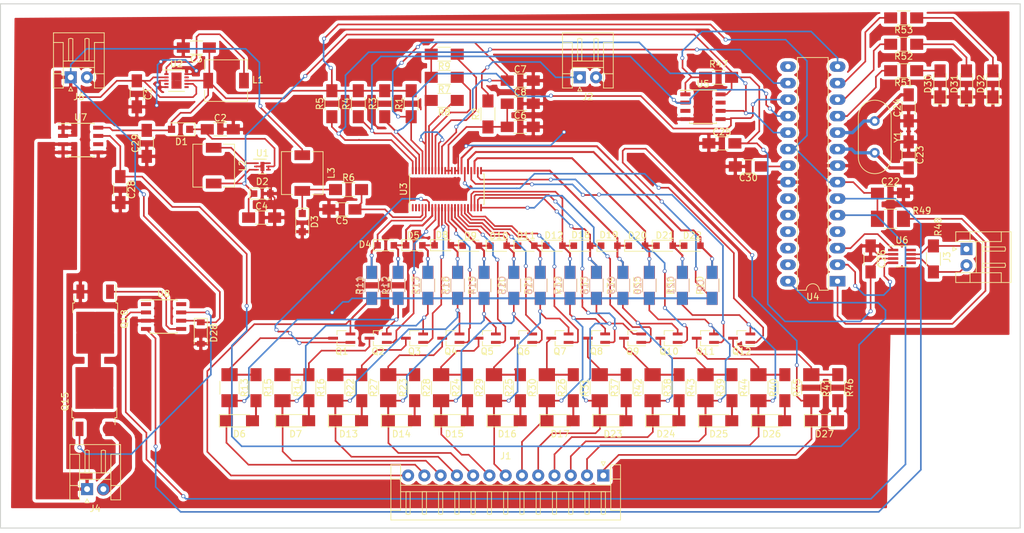
<source format=kicad_pcb>
(kicad_pcb (version 4) (host pcbnew 4.0.6)
  (layers (0 F.Cu signal) (31 B.Cu signal) (34 B.Paste user) (35 F.Paste user) (36 B.SilkS user) (37 F.SilkS user) (38 B.Mask user) (39 F.Mask user) (44 Edge.Cuts user))
  (net 0 "")
  (net 1 V+)
  (net 2 V-)
  (net 3 "Net-(C2-Pad1)")
  (net 4 +5V)
  (net 5 +3V3)
  (net 6 "Net-(C5-Pad1)")
  (net 7 "Net-(C6-Pad1)")
  (net 8 "Net-(C7-Pad1)")
  (net 9 "/LTC6803/CELL BALANCING/C0")
  (net 10 "/LTC6803/CELL BALANCING/C12")
  (net 11 "/LTC6803/CELL BALANCING/C11")
  (net 12 "/LTC6803/CELL BALANCING/C10")
  (net 13 "/LTC6803/CELL BALANCING/C9")
  (net 14 "/LTC6803/CELL BALANCING/C8")
  (net 15 "/LTC6803/CELL BALANCING/C7")
  (net 16 "/LTC6803/CELL BALANCING/C6")
  (net 17 "/LTC6803/CELL BALANCING/C5")
  (net 18 "/LTC6803/CELL BALANCING/C4")
  (net 19 "/LTC6803/CELL BALANCING/C3")
  (net 20 "/LTC6803/CELL BALANCING/C2")
  (net 21 "/LTC6803/CELL BALANCING/C1")
  (net 22 "Net-(C23-Pad2)")
  (net 23 "Net-(C24-Pad2)")
  (net 24 "/BATTERY PROTECTION/CURRENT")
  (net 25 "Net-(C30-Pad1)")
  (net 26 "Net-(D3-Pad1)")
  (net 27 CELL11)
  (net 28 "Net-(D6-Pad2)")
  (net 29 CELL10)
  (net 30 "Net-(D7-Pad2)")
  (net 31 CELL9)
  (net 32 "Net-(D13-Pad2)")
  (net 33 CELL8)
  (net 34 "Net-(D14-Pad2)")
  (net 35 CELL7)
  (net 36 "Net-(D15-Pad2)")
  (net 37 CELL6)
  (net 38 "Net-(D16-Pad2)")
  (net 39 CELL5)
  (net 40 "Net-(D17-Pad2)")
  (net 41 CELL4)
  (net 42 "Net-(D23-Pad2)")
  (net 43 CELL3)
  (net 44 "Net-(D24-Pad2)")
  (net 45 CELL2)
  (net 46 "Net-(D25-Pad2)")
  (net 47 CELL1)
  (net 48 "Net-(D26-Pad2)")
  (net 49 CELL0)
  (net 50 "Net-(D27-Pad2)")
  (net 51 "Net-(D30-Pad2)")
  (net 52 "Net-(D31-Pad2)")
  (net 53 "Net-(D32-Pad2)")
  (net 54 CELL12)
  (net 55 NTC)
  (net 56 /CAN/CANH)
  (net 57 /CAN/CANL)
  (net 58 "Net-(L1-Pad1)")
  (net 59 "Net-(L2-Pad1)")
  (net 60 "/LTC6803/CELL BALANCING/CTRL12")
  (net 61 "/LTC6803/CELL BALANCING/CTRL11")
  (net 62 "/LTC6803/CELL BALANCING/CTRL10")
  (net 63 "/LTC6803/CELL BALANCING/CTRL9")
  (net 64 "/LTC6803/CELL BALANCING/CTRL8")
  (net 65 "/LTC6803/CELL BALANCING/CTRL7")
  (net 66 "/LTC6803/CELL BALANCING/CTRL6")
  (net 67 "/LTC6803/CELL BALANCING/CTRL5")
  (net 68 "/LTC6803/CELL BALANCING/CTRL4")
  (net 69 "/LTC6803/CELL BALANCING/CTRL3")
  (net 70 "/LTC6803/CELL BALANCING/CTRL2")
  (net 71 "/LTC6803/CELL BALANCING/CTRL1")
  (net 72 "/BATTERY PROTECTION/CHG_SIG")
  (net 73 "/BATTERY PROTECTION/DCH_SIG")
  (net 74 "/FLASH MEMORY/SCK")
  (net 75 "/FLASH MEMORY/MISO")
  (net 76 /LTC6803/CS1)
  (net 77 "Net-(R7-Pad1)")
  (net 78 "Net-(R8-Pad1)")
  (net 79 "Net-(R9-Pad1)")
  (net 80 "/FLASH MEMORY/CS2")
  (net 81 "Net-(R51-Pad2)")
  (net 82 "Net-(R52-Pad2)")
  (net 83 "Net-(R53-Pad2)")
  (net 84 "Net-(U2-Pad4)")
  (net 85 "Net-(U2-Pad6)")
  (net 86 "Net-(U2-Pad9)")
  (net 87 "Net-(U2-Pad11)")
  (net 88 "Net-(U3-Pad1)")
  (net 89 "Net-(U3-Pad2)")
  (net 90 "Net-(U3-Pad3)")
  (net 91 "Net-(U4-Pad15)")
  (net 92 /CAN/RX)
  (net 93 /CAN/TX)
  (net 94 "Net-(U4-Pad4)")
  (net 95 "Net-(U4-Pad23)")
  (net 96 "Net-(U4-Pad24)")
  (net 97 "Net-(U4-Pad25)")
  (net 98 "Net-(U4-Pad26)")
  (net 99 "Net-(U4-Pad27)")
  (net 100 "Net-(U5-Pad3)")
  (net 101 "Net-(U5-Pad7)")
  (net 102 "Net-(U6-Pad5)")
  (net 103 "Net-(U6-Pad8)")
  (net 104 "Net-(U7-Pad6)")
  (net 105 "/FLASH MEMORY/MOSI")
  (net 106 "Net-(Q1-Pad3)")
  (net 107 "Net-(Q2-Pad3)")
  (net 108 "Net-(Q3-Pad3)")
  (net 109 "Net-(Q4-Pad3)")
  (net 110 "Net-(Q5-Pad3)")
  (net 111 "Net-(Q6-Pad3)")
  (net 112 "Net-(Q7-Pad3)")
  (net 113 "Net-(Q8-Pad3)")
  (net 114 "Net-(Q9-Pad3)")
  (net 115 "Net-(Q10-Pad3)")
  (net 116 "Net-(Q11-Pad3)")
  (net 117 "Net-(Q12-Pad3)")
  (net 118 "Net-(Q15-Pad1)")
  (net 119 "Net-(Q18-Pad1)")
  (net 120 "Net-(U8-Pad1)")
  (net 121 "Net-(U8-Pad8)")
  (net 122 V+_OUT)
  (net 123 V-_OUT)
  (net 124 "Net-(Q15-Pad2)")
  (net 125 "Net-(R49-Pad2)")
  (module Capacitors_SMD:C_1206_HandSoldering (layer F.Cu) (at 87.884 66.548 270)
    (fp_text reference C1 (at 0 -1.75 270) (layer F.SilkS))
    (fp_text value 1U)
    (pad 1 smd rect (at -2 0 270) (size 2 1.6) (layers F.Cu F.Paste F.Mask) (net 1 V+))
    (pad 2 smd rect (at 2 0 270) (size 2 1.6) (layers F.Cu F.Paste F.Mask) (net 2 V-))
  )
  (module Capacitors_SMD:C_1206_HandSoldering (layer F.Cu) (at 100.711 72.009)
    (fp_text reference C2 (at 0 -1.75) (layer F.SilkS))
    (fp_text value 10U)
    (pad 1 smd rect (at -2 0) (size 2 1.6) (layers F.Cu F.Paste F.Mask) (net 3 "Net-(C2-Pad1)"))
    (pad 2 smd rect (at 2 0) (size 2 1.6) (layers F.Cu F.Paste F.Mask) (net 2 V-))
  )
  (module Capacitors_SMD:C_1206_HandSoldering (layer F.Cu) (at 97.028 59.436 180)
    (fp_text reference C3 (at 0 -1.75 180) (layer F.SilkS))
    (fp_text value 22U)
    (pad 1 smd rect (at -2 0 180) (size 2 1.6) (layers F.Cu F.Paste F.Mask) (net 4 +5V))
    (pad 2 smd rect (at 2 0 180) (size 2 1.6) (layers F.Cu F.Paste F.Mask) (net 2 V-))
  )
  (module Capacitors_SMD:C_1206_HandSoldering (layer F.Cu) (at 107.06608 85.58784)
    (fp_text reference C4 (at 0 -1.75) (layer F.SilkS))
    (fp_text value 10U)
    (pad 1 smd rect (at -2 0) (size 2 1.6) (layers F.Cu F.Paste F.Mask) (net 5 +3V3))
    (pad 2 smd rect (at 2 0) (size 2 1.6) (layers F.Cu F.Paste F.Mask) (net 2 V-))
  )
  (module Capacitors_SMD:C_1206_HandSoldering (layer F.Cu) (at 119.4054 84.328 180)
    (fp_text reference C5 (at 0 -1.75 180) (layer F.SilkS))
    (fp_text value 0.1U)
    (pad 1 smd rect (at -2 0 180) (size 2 1.6) (layers F.Cu F.Paste F.Mask) (net 6 "Net-(C5-Pad1)"))
    (pad 2 smd rect (at 2 0 180) (size 2 1.6) (layers F.Cu F.Paste F.Mask) (net 2 V-))
  )
  (module Capacitors_SMD:C_1206_HandSoldering (layer F.Cu) (at 146.812 71.628)
    (fp_text reference C6 (at 0 -1.75) (layer F.SilkS))
    (fp_text value 1U)
    (pad 1 smd rect (at -2 0) (size 2 1.6) (layers F.Cu F.Paste F.Mask) (net 7 "Net-(C6-Pad1)"))
    (pad 2 smd rect (at 2 0) (size 2 1.6) (layers F.Cu F.Paste F.Mask) (net 2 V-))
  )
  (module Capacitors_SMD:C_1206_HandSoldering (layer F.Cu) (at 146.812 64.516)
    (fp_text reference C7 (at 0 -1.75) (layer F.SilkS))
    (fp_text value 1U)
    (pad 1 smd rect (at -2 0) (size 2 1.6) (layers F.Cu F.Paste F.Mask) (net 8 "Net-(C7-Pad1)"))
    (pad 2 smd rect (at 2 0) (size 2 1.6) (layers F.Cu F.Paste F.Mask) (net 2 V-))
  )
  (module Capacitors_SMD:C_1206_HandSoldering (layer F.Cu) (at 146.812 68.072)
    (fp_text reference C8 (at 0 -1.75) (layer F.SilkS))
    (fp_text value 1U)
    (pad 1 smd rect (at -2 0) (size 2 1.6) (layers F.Cu F.Paste F.Mask) (net 7 "Net-(C6-Pad1)"))
    (pad 2 smd rect (at 2 0) (size 2 1.6) (layers F.Cu F.Paste F.Mask) (net 2 V-))
  )
  (module Capacitors_SMD:C_1206_HandSoldering (layer B.Cu) (at 176.3014 96.012 270)
    (fp_text reference C9 (at 0 1.75 270) (layer B.SilkS) (effects (justify mirror)))
    (fp_text value 0.1U)
    (pad 1 smd rect (at -2 0 270) (size 2 1.6) (layers B.Cu B.Paste B.Mask) (net 9 "/LTC6803/CELL BALANCING/C0"))
    (pad 2 smd rect (at 2 0 270) (size 2 1.6) (layers B.Cu B.Paste B.Mask) (net 2 V-))
  )
  (module Capacitors_SMD:C_1206_HandSoldering (layer B.Cu) (at 123.9774 96.012 270)
    (fp_text reference C10 (at 0 1.75 270) (layer B.SilkS) (effects (justify mirror)))
    (fp_text value 0.1U)
    (pad 1 smd rect (at -2 0 270) (size 2 1.6) (layers B.Cu B.Paste B.Mask) (net 10 "/LTC6803/CELL BALANCING/C12"))
    (pad 2 smd rect (at 2 0 270) (size 2 1.6) (layers B.Cu B.Paste B.Mask) (net 2 V-))
  )
  (module Capacitors_SMD:C_1206_HandSoldering (layer B.Cu) (at 128.0414 96.012 270)
    (fp_text reference C11 (at 0 2.032 270) (layer B.SilkS) (effects (justify mirror)))
    (fp_text value 0.1U)
    (pad 1 smd rect (at -2 0 270) (size 2 1.6) (layers B.Cu B.Paste B.Mask) (net 11 "/LTC6803/CELL BALANCING/C11"))
    (pad 2 smd rect (at 2 0 270) (size 2 1.6) (layers B.Cu B.Paste B.Mask) (net 2 V-))
  )
  (module Capacitors_SMD:C_1206_HandSoldering (layer B.Cu) (at 132.6134 96.012 270)
    (fp_text reference C12 (at 0 1.75 270) (layer B.SilkS) (effects (justify mirror)))
    (fp_text value 0.1U)
    (pad 1 smd rect (at -2 0 270) (size 2 1.6) (layers B.Cu B.Paste B.Mask) (net 12 "/LTC6803/CELL BALANCING/C10"))
    (pad 2 smd rect (at 2 0 270) (size 2 1.6) (layers B.Cu B.Paste B.Mask) (net 2 V-))
  )
  (module Capacitors_SMD:C_1206_HandSoldering (layer B.Cu) (at 137.1854 96.012 270)
    (fp_text reference C13 (at 0 1.75 270) (layer B.SilkS) (effects (justify mirror)))
    (fp_text value 0.1U)
    (pad 1 smd rect (at -2 0 270) (size 2 1.6) (layers B.Cu B.Paste B.Mask) (net 13 "/LTC6803/CELL BALANCING/C9"))
    (pad 2 smd rect (at 2 0 270) (size 2 1.6) (layers B.Cu B.Paste B.Mask) (net 2 V-))
  )
  (module Capacitors_SMD:C_1206_HandSoldering (layer B.Cu) (at 141.2494 96.012 270)
    (fp_text reference C14 (at 0 1.75 270) (layer B.SilkS) (effects (justify mirror)))
    (fp_text value 0.1U)
    (pad 1 smd rect (at -2 0 270) (size 2 1.6) (layers B.Cu B.Paste B.Mask) (net 14 "/LTC6803/CELL BALANCING/C8"))
    (pad 2 smd rect (at 2 0 270) (size 2 1.6) (layers B.Cu B.Paste B.Mask) (net 2 V-))
  )
  (module Capacitors_SMD:C_1206_HandSoldering (layer B.Cu) (at 145.8214 96.012 270)
    (fp_text reference C15 (at 0 1.75 270) (layer B.SilkS) (effects (justify mirror)))
    (fp_text value 0.1U)
    (pad 1 smd rect (at -2 0 270) (size 2 1.6) (layers B.Cu B.Paste B.Mask) (net 15 "/LTC6803/CELL BALANCING/C7"))
    (pad 2 smd rect (at 2 0 270) (size 2 1.6) (layers B.Cu B.Paste B.Mask) (net 2 V-))
  )
  (module Capacitors_SMD:C_1206_HandSoldering (layer B.Cu) (at 149.8854 96.012 270)
    (fp_text reference C16 (at 0 1.75 270) (layer B.SilkS) (effects (justify mirror)))
    (fp_text value 0.1U)
    (pad 1 smd rect (at -2 0 270) (size 2 1.6) (layers B.Cu B.Paste B.Mask) (net 16 "/LTC6803/CELL BALANCING/C6"))
    (pad 2 smd rect (at 2 0 270) (size 2 1.6) (layers B.Cu B.Paste B.Mask) (net 2 V-))
  )
  (module Capacitors_SMD:C_1206_HandSoldering (layer B.Cu) (at 154.4574 96.012 270)
    (fp_text reference C17 (at 0 1.75 270) (layer B.SilkS) (effects (justify mirror)))
    (fp_text value 0.1U)
    (pad 1 smd rect (at -2 0 270) (size 2 1.6) (layers B.Cu B.Paste B.Mask) (net 17 "/LTC6803/CELL BALANCING/C5"))
    (pad 2 smd rect (at 2 0 270) (size 2 1.6) (layers B.Cu B.Paste B.Mask) (net 2 V-))
  )
  (module Capacitors_SMD:C_1206_HandSoldering (layer B.Cu) (at 158.5214 96.012 270)
    (fp_text reference C18 (at 0 1.75 270) (layer B.SilkS) (effects (justify mirror)))
    (fp_text value 0.1U)
    (pad 1 smd rect (at -2 0 270) (size 2 1.6) (layers B.Cu B.Paste B.Mask) (net 18 "/LTC6803/CELL BALANCING/C4"))
    (pad 2 smd rect (at 2 0 270) (size 2 1.6) (layers B.Cu B.Paste B.Mask) (net 2 V-))
  )
  (module Capacitors_SMD:C_1206_HandSoldering (layer B.Cu) (at 162.5854 96.012 270)
    (fp_text reference C19 (at 0 1.75 270) (layer B.SilkS) (effects (justify mirror)))
    (fp_text value 0.1U)
    (pad 1 smd rect (at -2 0 270) (size 2 1.6) (layers B.Cu B.Paste B.Mask) (net 19 "/LTC6803/CELL BALANCING/C3"))
    (pad 2 smd rect (at 2 0 270) (size 2 1.6) (layers B.Cu B.Paste B.Mask) (net 2 V-))
  )
  (module Capacitors_SMD:C_1206_HandSoldering (layer B.Cu) (at 166.6494 96.012 270)
    (fp_text reference C20 (at 0 1.75 270) (layer B.SilkS) (effects (justify mirror)))
    (fp_text value 0.1U)
    (pad 1 smd rect (at -2 0 270) (size 2 1.6) (layers B.Cu B.Paste B.Mask) (net 20 "/LTC6803/CELL BALANCING/C2"))
    (pad 2 smd rect (at 2 0 270) (size 2 1.6) (layers B.Cu B.Paste B.Mask) (net 2 V-))
  )
  (module Capacitors_SMD:C_1206_HandSoldering (layer B.Cu) (at 171.7294 96.012 270)
    (fp_text reference C21 (at 0 1.75 270) (layer B.SilkS) (effects (justify mirror)))
    (fp_text value 0.1U)
    (pad 1 smd rect (at -2 0 270) (size 2 1.6) (layers B.Cu B.Paste B.Mask) (net 21 "/LTC6803/CELL BALANCING/C1"))
    (pad 2 smd rect (at 2 0 270) (size 2 1.6) (layers B.Cu B.Paste B.Mask) (net 2 V-))
  )
  (module Capacitors_SMD:C_1206_HandSoldering (layer F.Cu) (at 203.708 81.788)
    (fp_text reference C22 (at 0 -1.75) (layer F.SilkS))
    (fp_text value 100nF)
    (pad 1 smd rect (at -2 0) (size 2 1.6) (layers F.Cu F.Paste F.Mask) (net 4 +5V))
    (pad 2 smd rect (at 2 0) (size 2 1.6) (layers F.Cu F.Paste F.Mask) (net 2 V-))
  )
  (module Capacitors_SMD:C_1206_HandSoldering (layer F.Cu) (at 206.502 75.946 270)
    (fp_text reference C23 (at 0 -1.75 270) (layer F.SilkS))
    (fp_text value 100nF)
    (pad 1 smd rect (at -2 0 270) (size 2 1.6) (layers F.Cu F.Paste F.Mask) (net 2 V-))
    (pad 2 smd rect (at 2 0 270) (size 2 1.6) (layers F.Cu F.Paste F.Mask) (net 22 "Net-(C23-Pad2)"))
  )
  (module Capacitors_SMD:C_1206_HandSoldering (layer F.Cu) (at 206.502 68.707 90)
    (fp_text reference C24 (at 0 -1.75 90) (layer F.SilkS))
    (fp_text value 100nF)
    (pad 1 smd rect (at -2 0 90) (size 2 1.6) (layers F.Cu F.Paste F.Mask) (net 2 V-))
    (pad 2 smd rect (at 2 0 90) (size 2 1.6) (layers F.Cu F.Paste F.Mask) (net 23 "Net-(C24-Pad2)"))
  )
  (module Capacitors_SMD:C_1206_HandSoldering (layer F.Cu) (at 177.8 74.168)
    (fp_text reference C25 (at 0 -1.75) (layer F.SilkS))
    (fp_text value 0.1U)
    (pad 1 smd rect (at -2 0) (size 2 1.6) (layers F.Cu F.Paste F.Mask) (net 2 V-))
    (pad 2 smd rect (at 2 0) (size 2 1.6) (layers F.Cu F.Paste F.Mask) (net 5 +3V3))
  )
  (module Capacitors_SMD:C_1206_HandSoldering (layer F.Cu) (at 200.66 91.948 270)
    (fp_text reference C26 (at 0 -1.75 270) (layer F.SilkS))
    (fp_text value 0.1U)
    (pad 1 smd rect (at -2 0 270) (size 2 1.6) (layers F.Cu F.Paste F.Mask) (net 2 V-))
    (pad 2 smd rect (at 2 0 270) (size 2 1.6) (layers F.Cu F.Paste F.Mask) (net 5 +3V3))
  )
  (module Capacitors_SMD:C_1206_HandSoldering (layer F.Cu) (at 85.344 81.28 270)
    (fp_text reference C28 (at 0 -1.75 270) (layer F.SilkS))
    (fp_text value 0.1U)
    (pad 1 smd rect (at -2 0 270) (size 2 1.6) (layers F.Cu F.Paste F.Mask) (net 24 "/BATTERY PROTECTION/CURRENT"))
    (pad 2 smd rect (at 2 0 270) (size 2 1.6) (layers F.Cu F.Paste F.Mask) (net 2 V-))
  )
  (module Capacitors_SMD:C_1206_HandSoldering (layer F.Cu) (at 89.408 74.168 90)
    (fp_text reference C29 (at 0 -1.75 90) (layer F.SilkS))
    (fp_text value 1U)
    (pad 1 smd rect (at -2 0 90) (size 2 1.6) (layers F.Cu F.Paste F.Mask) (net 2 V-))
    (pad 2 smd rect (at 2 0 90) (size 2 1.6) (layers F.Cu F.Paste F.Mask) (net 4 +5V))
  )
  (module Capacitors_SMD:C_1206_HandSoldering (layer F.Cu) (at 181.864 77.724 180)
    (fp_text reference C30 (at 0 -1.75 180) (layer F.SilkS))
    (fp_text value 100nF)
    (pad 1 smd rect (at -2 0 180) (size 2 1.6) (layers F.Cu F.Paste F.Mask) (net 25 "Net-(C30-Pad1)"))
    (pad 2 smd rect (at 2 0 180) (size 2 1.6) (layers F.Cu F.Paste F.Mask) (net 2 V-))
  )
  (module Diodes_SMD:D_SOD-123F (layer F.Cu) (at 94.615 72.009 180)
    (fp_text reference D1 (at -0.127 -1.905 180) (layer F.SilkS))
    (fp_text value PMEG6020ER)
    (pad 1 smd rect (at -1.4 0 180) (size 1.1 1.1) (layers F.Cu F.Paste F.Mask) (net 3 "Net-(C2-Pad1)"))
    (pad 2 smd rect (at 1.4 0 180) (size 1.1 1.1) (layers F.Cu F.Paste F.Mask) (net 4 +5V))
  )
  (module Diodes_SMD:D_SOD-323_HandSoldering (layer F.Cu) (at 107.15244 81.89976)
    (fp_text reference D2 (at 0 -1.85) (layer F.SilkS))
    (fp_text value SP4020-01FTG)
    (pad 1 smd rect (at -1.25 0) (size 1 1) (layers F.Cu F.Paste F.Mask) (net 5 +3V3))
    (pad 2 smd rect (at 1.25 0) (size 1 1) (layers F.Cu F.Paste F.Mask) (net 2 V-))
  )
  (module Diodes_SMD:D_SOD-123F (layer F.Cu) (at 113.3094 86.36 270)
    (fp_text reference D3 (at -0.127 -1.905 270) (layer F.SilkS))
    (fp_text value "CMHZ5265B TR")
    (pad 1 smd rect (at -1.4 0 270) (size 1.1 1.1) (layers F.Cu F.Paste F.Mask) (net 26 "Net-(D3-Pad1)"))
    (pad 2 smd rect (at 1.4 0 270) (size 1.1 1.1) (layers F.Cu F.Paste F.Mask) (net 2 V-))
  )
  (module Diodes_SMD:D_SOD-323_HandSoldering (layer F.Cu) (at 126.1364 89.8525)
    (fp_text reference D4 (at -3.175 -0.127) (layer F.SilkS))
    (fp_text value MM3Z12VT1G)
    (pad 1 smd rect (at -1.25 0) (size 1 1) (layers F.Cu F.Paste F.Mask) (net 10 "/LTC6803/CELL BALANCING/C12"))
    (pad 2 smd rect (at 1.25 0) (size 1 1) (layers F.Cu F.Paste F.Mask) (net 11 "/LTC6803/CELL BALANCING/C11"))
  )
  (module Diodes_SMD:D_SOD-323_HandSoldering (layer F.Cu) (at 130.5179 89.8525)
    (fp_text reference D5 (at -0.127 -1.524) (layer F.SilkS))
    (fp_text value MM3Z12VT1G)
    (pad 1 smd rect (at -1.25 0) (size 1 1) (layers F.Cu F.Paste F.Mask) (net 11 "/LTC6803/CELL BALANCING/C11"))
    (pad 2 smd rect (at 1.25 0) (size 1 1) (layers F.Cu F.Paste F.Mask) (net 12 "/LTC6803/CELL BALANCING/C10"))
  )
  (module LEDs:LED_1206_HandSoldering (layer F.Cu) (at 103.6574 116.84)
    (fp_text reference D6 (at 0 2.032) (layer F.SilkS))
    (fp_text value LED)
    (pad 1 smd rect (at -2 0) (size 2 1.7) (layers F.Cu F.Paste F.Mask) (net 27 CELL11))
    (pad 2 smd rect (at 2 0) (size 2 1.7) (layers F.Cu F.Paste F.Mask) (net 28 "Net-(D6-Pad2)"))
  )
  (module LEDs:LED_1206_HandSoldering (layer F.Cu) (at 112.2934 116.84)
    (fp_text reference D7 (at 0 2.032) (layer F.SilkS))
    (fp_text value LED)
    (pad 1 smd rect (at -2 0) (size 2 1.7) (layers F.Cu F.Paste F.Mask) (net 29 CELL10))
    (pad 2 smd rect (at 2 0) (size 2 1.7) (layers F.Cu F.Paste F.Mask) (net 30 "Net-(D7-Pad2)"))
  )
  (module Diodes_SMD:D_SOD-323_HandSoldering (layer F.Cu) (at 134.8994 89.8525)
    (fp_text reference D8 (at -0.127 -1.5875) (layer F.SilkS))
    (fp_text value MM3Z12VT1G)
    (pad 1 smd rect (at -1.25 0) (size 1 1) (layers F.Cu F.Paste F.Mask) (net 12 "/LTC6803/CELL BALANCING/C10"))
    (pad 2 smd rect (at 1.25 0) (size 1 1) (layers F.Cu F.Paste F.Mask) (net 13 "/LTC6803/CELL BALANCING/C9"))
  )
  (module Diodes_SMD:D_SOD-323_HandSoldering (layer F.Cu) (at 139.2174 89.916)
    (fp_text reference D9 (at -0.0635 -1.524) (layer F.SilkS))
    (fp_text value MM3Z12VT1G)
    (pad 1 smd rect (at -1.25 0) (size 1 1) (layers F.Cu F.Paste F.Mask) (net 13 "/LTC6803/CELL BALANCING/C9"))
    (pad 2 smd rect (at 1.25 0) (size 1 1) (layers F.Cu F.Paste F.Mask) (net 14 "/LTC6803/CELL BALANCING/C8"))
  )
  (module Diodes_SMD:D_SOD-323_HandSoldering (layer F.Cu) (at 143.4719 89.916)
    (fp_text reference D10 (at 0.0635 -1.524) (layer F.SilkS))
    (fp_text value MM3Z12VT1G)
    (pad 1 smd rect (at -1.25 0) (size 1 1) (layers F.Cu F.Paste F.Mask) (net 14 "/LTC6803/CELL BALANCING/C8"))
    (pad 2 smd rect (at 1.25 0) (size 1 1) (layers F.Cu F.Paste F.Mask) (net 15 "/LTC6803/CELL BALANCING/C7"))
  )
  (module Diodes_SMD:D_SOD-323_HandSoldering (layer F.Cu) (at 147.7264 89.916)
    (fp_text reference D11 (at 0 -1.5875) (layer F.SilkS))
    (fp_text value MM3Z12VT1G)
    (pad 1 smd rect (at -1.25 0) (size 1 1) (layers F.Cu F.Paste F.Mask) (net 15 "/LTC6803/CELL BALANCING/C7"))
    (pad 2 smd rect (at 1.25 0) (size 1 1) (layers F.Cu F.Paste F.Mask) (net 16 "/LTC6803/CELL BALANCING/C6"))
  )
  (module Diodes_SMD:D_SOD-323_HandSoldering (layer F.Cu) (at 152.0444 89.916)
    (fp_text reference D12 (at -0.0635 -1.5875) (layer F.SilkS))
    (fp_text value MM3Z12VT1G)
    (pad 1 smd rect (at -1.25 0) (size 1 1) (layers F.Cu F.Paste F.Mask) (net 16 "/LTC6803/CELL BALANCING/C6"))
    (pad 2 smd rect (at 1.25 0) (size 1 1) (layers F.Cu F.Paste F.Mask) (net 17 "/LTC6803/CELL BALANCING/C5"))
  )
  (module LEDs:LED_1206_HandSoldering (layer F.Cu) (at 120.4214 116.84)
    (fp_text reference D13 (at 0 2.032) (layer F.SilkS))
    (fp_text value LED)
    (pad 1 smd rect (at -2 0) (size 2 1.7) (layers F.Cu F.Paste F.Mask) (net 31 CELL9))
    (pad 2 smd rect (at 2 0) (size 2 1.7) (layers F.Cu F.Paste F.Mask) (net 32 "Net-(D13-Pad2)"))
  )
  (module LEDs:LED_1206_HandSoldering (layer F.Cu) (at 128.5494 116.84)
    (fp_text reference D14 (at 0 2.032) (layer F.SilkS))
    (fp_text value LED)
    (pad 1 smd rect (at -2 0) (size 2 1.7) (layers F.Cu F.Paste F.Mask) (net 33 CELL8))
    (pad 2 smd rect (at 2 0) (size 2 1.7) (layers F.Cu F.Paste F.Mask) (net 34 "Net-(D14-Pad2)"))
  )
  (module LEDs:LED_1206_HandSoldering (layer F.Cu) (at 136.6774 116.84)
    (fp_text reference D15 (at 0 2.032) (layer F.SilkS))
    (fp_text value LED)
    (pad 1 smd rect (at -2 0) (size 2 1.7) (layers F.Cu F.Paste F.Mask) (net 35 CELL7))
    (pad 2 smd rect (at 2 0) (size 2 1.7) (layers F.Cu F.Paste F.Mask) (net 36 "Net-(D15-Pad2)"))
  )
  (module LEDs:LED_1206_HandSoldering (layer F.Cu) (at 144.8054 116.84)
    (fp_text reference D16 (at 0 2.032) (layer F.SilkS))
    (fp_text value LED)
    (pad 1 smd rect (at -2 0) (size 2 1.7) (layers F.Cu F.Paste F.Mask) (net 37 CELL6))
    (pad 2 smd rect (at 2 0) (size 2 1.7) (layers F.Cu F.Paste F.Mask) (net 38 "Net-(D16-Pad2)"))
  )
  (module LEDs:LED_1206_HandSoldering (layer F.Cu) (at 152.9334 116.84)
    (fp_text reference D17 (at 0 2.032) (layer F.SilkS))
    (fp_text value LED)
    (pad 1 smd rect (at -2 0) (size 2 1.7) (layers F.Cu F.Paste F.Mask) (net 39 CELL5))
    (pad 2 smd rect (at 2 0) (size 2 1.7) (layers F.Cu F.Paste F.Mask) (net 40 "Net-(D17-Pad2)"))
  )
  (module Diodes_SMD:D_SOD-323_HandSoldering (layer F.Cu) (at 156.2989 89.916)
    (fp_text reference D18 (at -0.1905 -1.651) (layer F.SilkS))
    (fp_text value MM3Z12VT1G)
    (pad 1 smd rect (at -1.25 0) (size 1 1) (layers F.Cu F.Paste F.Mask) (net 17 "/LTC6803/CELL BALANCING/C5"))
    (pad 2 smd rect (at 1.25 0) (size 1 1) (layers F.Cu F.Paste F.Mask) (net 18 "/LTC6803/CELL BALANCING/C4"))
  )
  (module Diodes_SMD:D_SOD-323_HandSoldering (layer F.Cu) (at 160.4899 89.916)
    (fp_text reference D19 (at -0.0635 -1.651) (layer F.SilkS))
    (fp_text value MM3Z12VT1G)
    (pad 1 smd rect (at -1.25 0) (size 1 1) (layers F.Cu F.Paste F.Mask) (net 18 "/LTC6803/CELL BALANCING/C4"))
    (pad 2 smd rect (at 1.25 0) (size 1 1) (layers F.Cu F.Paste F.Mask) (net 19 "/LTC6803/CELL BALANCING/C3"))
  )
  (module Diodes_SMD:D_SOD-323_HandSoldering (layer F.Cu) (at 164.7444 89.916)
    (fp_text reference D20 (at 0.0635 -1.5875) (layer F.SilkS))
    (fp_text value MM3Z12VT1G)
    (pad 1 smd rect (at -1.25 0) (size 1 1) (layers F.Cu F.Paste F.Mask) (net 19 "/LTC6803/CELL BALANCING/C3"))
    (pad 2 smd rect (at 1.25 0) (size 1 1) (layers F.Cu F.Paste F.Mask) (net 20 "/LTC6803/CELL BALANCING/C2"))
  )
  (module Diodes_SMD:D_SOD-323_HandSoldering (layer F.Cu) (at 168.9989 89.916)
    (fp_text reference D21 (at 0.0635 -1.5875) (layer F.SilkS))
    (fp_text value MM3Z12VT1G)
    (pad 1 smd rect (at -1.25 0) (size 1 1) (layers F.Cu F.Paste F.Mask) (net 20 "/LTC6803/CELL BALANCING/C2"))
    (pad 2 smd rect (at 1.25 0) (size 1 1) (layers F.Cu F.Paste F.Mask) (net 21 "/LTC6803/CELL BALANCING/C1"))
  )
  (module Diodes_SMD:D_SOD-323_HandSoldering (layer F.Cu) (at 173.2534 89.916)
    (fp_text reference D22 (at 0 -1.5875) (layer F.SilkS))
    (fp_text value MM3Z12VT1G)
    (pad 1 smd rect (at -1.25 0) (size 1 1) (layers F.Cu F.Paste F.Mask) (net 21 "/LTC6803/CELL BALANCING/C1"))
    (pad 2 smd rect (at 1.25 0) (size 1 1) (layers F.Cu F.Paste F.Mask) (net 9 "/LTC6803/CELL BALANCING/C0"))
  )
  (module LEDs:LED_1206_HandSoldering (layer F.Cu) (at 161.0614 116.84)
    (fp_text reference D23 (at 0 2.032) (layer F.SilkS))
    (fp_text value LED)
    (pad 1 smd rect (at -2 0) (size 2 1.7) (layers F.Cu F.Paste F.Mask) (net 41 CELL4))
    (pad 2 smd rect (at 2 0) (size 2 1.7) (layers F.Cu F.Paste F.Mask) (net 42 "Net-(D23-Pad2)"))
  )
  (module LEDs:LED_1206_HandSoldering (layer F.Cu) (at 169.1894 116.84)
    (fp_text reference D24 (at 0 2.032) (layer F.SilkS))
    (fp_text value LED)
    (pad 1 smd rect (at -2 0) (size 2 1.7) (layers F.Cu F.Paste F.Mask) (net 43 CELL3))
    (pad 2 smd rect (at 2 0) (size 2 1.7) (layers F.Cu F.Paste F.Mask) (net 44 "Net-(D24-Pad2)"))
  )
  (module LEDs:LED_1206_HandSoldering (layer F.Cu) (at 177.3174 116.84)
    (fp_text reference D25 (at 0 2.032) (layer F.SilkS))
    (fp_text value LED)
    (pad 1 smd rect (at -2 0) (size 2 1.7) (layers F.Cu F.Paste F.Mask) (net 45 CELL2))
    (pad 2 smd rect (at 2 0) (size 2 1.7) (layers F.Cu F.Paste F.Mask) (net 46 "Net-(D25-Pad2)"))
  )
  (module LEDs:LED_1206_HandSoldering (layer F.Cu) (at 185.4454 116.84)
    (fp_text reference D26 (at 0 2.032) (layer F.SilkS))
    (fp_text value LED)
    (pad 1 smd rect (at -2 0) (size 2 1.7) (layers F.Cu F.Paste F.Mask) (net 47 CELL1))
    (pad 2 smd rect (at 2 0) (size 2 1.7) (layers F.Cu F.Paste F.Mask) (net 48 "Net-(D26-Pad2)"))
  )
  (module LEDs:LED_1206_HandSoldering (layer F.Cu) (at 193.5734 116.84)
    (fp_text reference D27 (at 0 2.032) (layer F.SilkS))
    (fp_text value LED)
    (pad 1 smd rect (at -2 0) (size 2 1.7) (layers F.Cu F.Paste F.Mask) (net 49 CELL0))
    (pad 2 smd rect (at 2 0) (size 2 1.7) (layers F.Cu F.Paste F.Mask) (net 50 "Net-(D27-Pad2)"))
  )
  (module LEDs:LED_1206_HandSoldering (layer F.Cu) (at 211.328 65.024 90)
    (fp_text reference D30 (at 0 -1.85 90) (layer F.SilkS))
    (fp_text value CHARGING)
    (pad 1 smd rect (at -2 0 90) (size 2 1.7) (layers F.Cu F.Paste F.Mask) (net 2 V-))
    (pad 2 smd rect (at 2 0 90) (size 2 1.7) (layers F.Cu F.Paste F.Mask) (net 51 "Net-(D30-Pad2)"))
  )
  (module LEDs:LED_1206_HandSoldering (layer F.Cu) (at 215.392 65.024 90)
    (fp_text reference D31 (at 0 -1.85 90) (layer F.SilkS))
    (fp_text value DISCHARGE)
    (pad 1 smd rect (at -2 0 90) (size 2 1.7) (layers F.Cu F.Paste F.Mask) (net 2 V-))
    (pad 2 smd rect (at 2 0 90) (size 2 1.7) (layers F.Cu F.Paste F.Mask) (net 52 "Net-(D31-Pad2)"))
  )
  (module LEDs:LED_1206_HandSoldering (layer F.Cu) (at 219.456 65.024 90)
    (fp_text reference D32 (at 0 -1.85 90) (layer F.SilkS))
    (fp_text value SHORT_CIRCUIT)
    (pad 1 smd rect (at -2 0 90) (size 2 1.7) (layers F.Cu F.Paste F.Mask) (net 2 V-))
    (pad 2 smd rect (at 2 0 90) (size 2 1.7) (layers F.Cu F.Paste F.Mask) (net 53 "Net-(D32-Pad2)"))
  )
  (module Connectors_JST:JST_EH_S02B-EH_02x2.50mm_Angled (layer F.Cu) (at 155.956 64.008)
    (fp_text reference J2 (at 1.25 3) (layer F.SilkS))
    (fp_text value TEMP)
    (pad 1 thru_hole rect (at 0 0) (size 1.85 1.85) (drill 0.9) (layers *.Cu *.Mask) (net 55 NTC))
    (pad 2 thru_hole circle (at 2.5 0) (size 1.85 1.85) (drill 0.9) (layers *.Cu *.Mask) (net 2 V-))
  )
  (module Inductors_SMD:L_6.3x6.3_H3 (layer F.Cu) (at 101.6 64.516 180)
    (fp_text reference L1 (at -4.87934 0.1143 180) (layer F.SilkS))
    (fp_text value 68U)
    (pad 1 smd rect (at -2.75 0 180) (size 1.5 2.4) (layers F.Cu F.Paste F.Mask) (net 58 "Net-(L1-Pad1)"))
    (pad 2 smd rect (at 2.75 0 180) (size 1.5 2.4) (layers F.Cu F.Paste F.Mask) (net 4 +5V))
  )
  (module Inductors_SMD:L_6.3x6.3_H3 (layer F.Cu) (at 99.695 77.597 270)
    (fp_text reference L2 (at 0 -4.45 270) (layer F.SilkS))
    (fp_text value 22U)
    (pad 1 smd rect (at -2.75 0 270) (size 1.5 2.4) (layers F.Cu F.Paste F.Mask) (net 59 "Net-(L2-Pad1)"))
    (pad 2 smd rect (at 2.75 0 270) (size 1.5 2.4) (layers F.Cu F.Paste F.Mask) (net 5 +3V3))
  )
  (module Inductors_SMD:L_6.3x6.3_H3 (layer F.Cu) (at 113.3094 78.74 270)
    (fp_text reference L3 (at 0 -4.45 270) (layer F.SilkS))
    (fp_text value 33U)
    (pad 1 smd rect (at -2.75 0 270) (size 1.5 2.4) (layers F.Cu F.Paste F.Mask) (net 1 V+))
    (pad 2 smd rect (at 2.75 0 270) (size 1.5 2.4) (layers F.Cu F.Paste F.Mask) (net 26 "Net-(D3-Pad1)"))
  )
  (module TO_SOT_Packages_SMD:SOT-323_SC-70_Handsoldering (layer F.Cu) (at 119.38 104.14 180)
    (fp_text reference Q1 (at 0 -2.032 180) (layer F.SilkS))
    (fp_text value BSS84PWH6327XTSA1)
    (pad 1 smd rect (at -1.33 -0.65 90) (size 0.45 1.5) (layers F.Cu F.Paste F.Mask) (net 60 "/LTC6803/CELL BALANCING/CTRL12"))
    (pad 2 smd rect (at -1.33 0.65 90) (size 0.45 1.5) (layers F.Cu F.Paste F.Mask) (net 54 CELL12))
    (pad 3 smd rect (at 1.33 0 90) (size 0.45 1.5) (layers F.Cu F.Paste F.Mask) (net 106 "Net-(Q1-Pad3)"))
  )
  (module TO_SOT_Packages_SMD:SOT-323_SC-70_Handsoldering (layer F.Cu) (at 124.968 104.14 180)
    (fp_text reference Q2 (at 0 -2.032 180) (layer F.SilkS))
    (fp_text value BSS84PWH6327XTSA1)
    (pad 1 smd rect (at -1.33 -0.65 90) (size 0.45 1.5) (layers F.Cu F.Paste F.Mask) (net 61 "/LTC6803/CELL BALANCING/CTRL11"))
    (pad 2 smd rect (at -1.33 0.65 90) (size 0.45 1.5) (layers F.Cu F.Paste F.Mask) (net 27 CELL11))
    (pad 3 smd rect (at 1.33 0 90) (size 0.45 1.5) (layers F.Cu F.Paste F.Mask) (net 107 "Net-(Q2-Pad3)"))
  )
  (module TO_SOT_Packages_SMD:SOT-323_SC-70_Handsoldering (layer F.Cu) (at 130.556 104.14 180)
    (fp_text reference Q3 (at 0 -2.032 180) (layer F.SilkS))
    (fp_text value BSS84PWH6327XTSA1)
    (pad 1 smd rect (at -1.33 -0.65 90) (size 0.45 1.5) (layers F.Cu F.Paste F.Mask) (net 62 "/LTC6803/CELL BALANCING/CTRL10"))
    (pad 2 smd rect (at -1.33 0.65 90) (size 0.45 1.5) (layers F.Cu F.Paste F.Mask) (net 29 CELL10))
    (pad 3 smd rect (at 1.33 0 90) (size 0.45 1.5) (layers F.Cu F.Paste F.Mask) (net 108 "Net-(Q3-Pad3)"))
  )
  (module TO_SOT_Packages_SMD:SOT-323_SC-70_Handsoldering (layer F.Cu) (at 136.144 104.14 180)
    (fp_text reference Q4 (at 0 -2.032 180) (layer F.SilkS))
    (fp_text value BSS84PWH6327XTSA1)
    (pad 1 smd rect (at -1.33 -0.65 90) (size 0.45 1.5) (layers F.Cu F.Paste F.Mask) (net 63 "/LTC6803/CELL BALANCING/CTRL9"))
    (pad 2 smd rect (at -1.33 0.65 90) (size 0.45 1.5) (layers F.Cu F.Paste F.Mask) (net 31 CELL9))
    (pad 3 smd rect (at 1.33 0 90) (size 0.45 1.5) (layers F.Cu F.Paste F.Mask) (net 109 "Net-(Q4-Pad3)"))
  )
  (module TO_SOT_Packages_SMD:SOT-323_SC-70_Handsoldering (layer F.Cu) (at 141.732 104.14 180)
    (fp_text reference Q5 (at 0 -2.032 180) (layer F.SilkS))
    (fp_text value BSS84PWH6327XTSA1)
    (pad 1 smd rect (at -1.33 -0.65 90) (size 0.45 1.5) (layers F.Cu F.Paste F.Mask) (net 64 "/LTC6803/CELL BALANCING/CTRL8"))
    (pad 2 smd rect (at -1.33 0.65 90) (size 0.45 1.5) (layers F.Cu F.Paste F.Mask) (net 33 CELL8))
    (pad 3 smd rect (at 1.33 0 90) (size 0.45 1.5) (layers F.Cu F.Paste F.Mask) (net 110 "Net-(Q5-Pad3)"))
  )
  (module TO_SOT_Packages_SMD:SOT-323_SC-70_Handsoldering (layer F.Cu) (at 147.32 104.14 180)
    (fp_text reference Q6 (at 0 -2.032 180) (layer F.SilkS))
    (fp_text value BSS84PWH6327XTSA1)
    (pad 1 smd rect (at -1.33 -0.65 90) (size 0.45 1.5) (layers F.Cu F.Paste F.Mask) (net 65 "/LTC6803/CELL BALANCING/CTRL7"))
    (pad 2 smd rect (at -1.33 0.65 90) (size 0.45 1.5) (layers F.Cu F.Paste F.Mask) (net 35 CELL7))
    (pad 3 smd rect (at 1.33 0 90) (size 0.45 1.5) (layers F.Cu F.Paste F.Mask) (net 111 "Net-(Q6-Pad3)"))
  )
  (module TO_SOT_Packages_SMD:SOT-323_SC-70_Handsoldering (layer F.Cu) (at 152.908 104.14 180)
    (fp_text reference Q7 (at 0 -2.032 180) (layer F.SilkS))
    (fp_text value BSS84PWH6327XTSA1)
    (pad 1 smd rect (at -1.33 -0.65 90) (size 0.45 1.5) (layers F.Cu F.Paste F.Mask) (net 66 "/LTC6803/CELL BALANCING/CTRL6"))
    (pad 2 smd rect (at -1.33 0.65 90) (size 0.45 1.5) (layers F.Cu F.Paste F.Mask) (net 37 CELL6))
    (pad 3 smd rect (at 1.33 0 90) (size 0.45 1.5) (layers F.Cu F.Paste F.Mask) (net 112 "Net-(Q7-Pad3)"))
  )
  (module TO_SOT_Packages_SMD:SOT-323_SC-70_Handsoldering (layer F.Cu) (at 158.53156 104.13238 180)
    (fp_text reference Q8 (at 0 -2.032 180) (layer F.SilkS))
    (fp_text value BSS84PWH6327XTSA1)
    (pad 1 smd rect (at -1.33 -0.65 90) (size 0.45 1.5) (layers F.Cu F.Paste F.Mask) (net 67 "/LTC6803/CELL BALANCING/CTRL5"))
    (pad 2 smd rect (at -1.33 0.65 90) (size 0.45 1.5) (layers F.Cu F.Paste F.Mask) (net 39 CELL5))
    (pad 3 smd rect (at 1.33 0 90) (size 0.45 1.5) (layers F.Cu F.Paste F.Mask) (net 113 "Net-(Q8-Pad3)"))
  )
  (module TO_SOT_Packages_SMD:SOT-323_SC-70_Handsoldering (layer F.Cu) (at 164.084 104.14 180)
    (fp_text reference Q9 (at 0 -2.032 180) (layer F.SilkS))
    (fp_text value BSS84PWH6327XTSA1)
    (pad 1 smd rect (at -1.33 -0.65 90) (size 0.45 1.5) (layers F.Cu F.Paste F.Mask) (net 68 "/LTC6803/CELL BALANCING/CTRL4"))
    (pad 2 smd rect (at -1.33 0.65 90) (size 0.45 1.5) (layers F.Cu F.Paste F.Mask) (net 41 CELL4))
    (pad 3 smd rect (at 1.33 0 90) (size 0.45 1.5) (layers F.Cu F.Paste F.Mask) (net 114 "Net-(Q9-Pad3)"))
  )
  (module TO_SOT_Packages_SMD:SOT-323_SC-70_Handsoldering (layer F.Cu) (at 169.672 104.14 180)
    (fp_text reference Q10 (at 0 -2.032 180) (layer F.SilkS))
    (fp_text value BSS84PWH6327XTSA1)
    (pad 1 smd rect (at -1.33 -0.65 90) (size 0.45 1.5) (layers F.Cu F.Paste F.Mask) (net 69 "/LTC6803/CELL BALANCING/CTRL3"))
    (pad 2 smd rect (at -1.33 0.65 90) (size 0.45 1.5) (layers F.Cu F.Paste F.Mask) (net 43 CELL3))
    (pad 3 smd rect (at 1.33 0 90) (size 0.45 1.5) (layers F.Cu F.Paste F.Mask) (net 115 "Net-(Q10-Pad3)"))
  )
  (module TO_SOT_Packages_SMD:SOT-323_SC-70_Handsoldering (layer F.Cu) (at 175.26 104.14 180)
    (fp_text reference Q11 (at 0 -2.032 180) (layer F.SilkS))
    (fp_text value BSS84PWH6327XTSA1)
    (pad 1 smd rect (at -1.33 -0.65 90) (size 0.45 1.5) (layers F.Cu F.Paste F.Mask) (net 70 "/LTC6803/CELL BALANCING/CTRL2"))
    (pad 2 smd rect (at -1.33 0.65 90) (size 0.45 1.5) (layers F.Cu F.Paste F.Mask) (net 45 CELL2))
    (pad 3 smd rect (at 1.33 0 90) (size 0.45 1.5) (layers F.Cu F.Paste F.Mask) (net 116 "Net-(Q11-Pad3)"))
  )
  (module TO_SOT_Packages_SMD:SOT-323_SC-70_Handsoldering (layer F.Cu) (at 180.848 104.14 180)
    (fp_text reference Q12 (at 0 -2.032 180) (layer F.SilkS))
    (fp_text value BSS84PWH6327XTSA1)
    (pad 1 smd rect (at -1.33 -0.65 90) (size 0.45 1.5) (layers F.Cu F.Paste F.Mask) (net 71 "/LTC6803/CELL BALANCING/CTRL1"))
    (pad 2 smd rect (at -1.33 0.65 90) (size 0.45 1.5) (layers F.Cu F.Paste F.Mask) (net 47 CELL1))
    (pad 3 smd rect (at 1.33 0 90) (size 0.45 1.5) (layers F.Cu F.Paste F.Mask) (net 117 "Net-(Q12-Pad3)"))
  )
  (module TO_SOT_Packages_SMD:TO-252-2 (layer F.Cu) (at 81.3562 113.8936 90)
    (fp_text reference Q15 (at 0 -4.5 90) (layer F.SilkS))
    (fp_text value Q_NMOS_GDS)
    (pad 1 smd rect (at -4.2 -2.28 90) (size 2.2 1.2) (layers F.Cu F.Paste F.Mask) (net 118 "Net-(Q15-Pad1)"))
    (pad 3 smd rect (at -4.2 2.28 90) (size 2.2 1.2) (layers F.Cu F.Paste F.Mask) (net 123 V-_OUT))
    (pad 2 smd rect (at 2.1 0 90) (size 6.4 5.8) (layers F.Cu F.Mask) (net 124 "Net-(Q15-Pad2)"))
    (pad 2 smd rect (at 3.775 1.525 90) (size 3.05 2.75) (layers F.Cu F.Paste) (net 124 "Net-(Q15-Pad2)"))
    (pad 2 smd rect (at 0.425 -1.525 90) (size 3.05 2.75) (layers F.Cu F.Paste) (net 124 "Net-(Q15-Pad2)"))
    (pad 2 smd rect (at 3.775 -1.525 90) (size 3.05 2.75) (layers F.Cu F.Paste) (net 124 "Net-(Q15-Pad2)"))
    (pad 2 smd rect (at 0.425 1.525 90) (size 3.05 2.75) (layers F.Cu F.Paste) (net 124 "Net-(Q15-Pad2)"))
  )
  (module Resistors_SMD:R_1206_HandSoldering (layer F.Cu) (at 130.048 68.072 90)
    (fp_text reference R1 (at 0 -1.85 90) (layer F.SilkS))
    (fp_text value 1M)
    (pad 1 smd rect (at -2 0 90) (size 2 1.7) (layers F.Cu F.Paste F.Mask) (net 74 "/FLASH MEMORY/SCK"))
    (pad 2 smd rect (at 2 0 90) (size 2 1.7) (layers F.Cu F.Paste F.Mask) (net 4 +5V))
  )
  (module Resistors_SMD:R_1206_HandSoldering (layer F.Cu) (at 141.8463 69.6468 90)
    (fp_text reference R2 (at 0 -1.85 90) (layer F.SilkS))
    (fp_text value 100K)
    (pad 1 smd rect (at -2 0 90) (size 2 1.7) (layers F.Cu F.Paste F.Mask) (net 7 "Net-(C6-Pad1)"))
    (pad 2 smd rect (at 2 0 90) (size 2 1.7) (layers F.Cu F.Paste F.Mask) (net 55 NTC))
  )
  (module Resistors_SMD:R_1206_HandSoldering (layer F.Cu) (at 125.984 68.072 90)
    (fp_text reference R3 (at 0 -1.85 90) (layer F.SilkS))
    (fp_text value 1M)
    (pad 1 smd rect (at -2 0 90) (size 2 1.7) (layers F.Cu F.Paste F.Mask) (net 105 "/FLASH MEMORY/MOSI"))
    (pad 2 smd rect (at 2 0 90) (size 2 1.7) (layers F.Cu F.Paste F.Mask) (net 4 +5V))
  )
  (module Resistors_SMD:R_1206_HandSoldering (layer F.Cu) (at 121.92 68.072 90)
    (fp_text reference R4 (at 0 -1.85 90) (layer F.SilkS))
    (fp_text value 1M)
    (pad 1 smd rect (at -2 0 90) (size 2 1.7) (layers F.Cu F.Paste F.Mask) (net 75 "/FLASH MEMORY/MISO"))
    (pad 2 smd rect (at 2 0 90) (size 2 1.7) (layers F.Cu F.Paste F.Mask) (net 4 +5V))
  )
  (module Resistors_SMD:R_1206_HandSoldering (layer F.Cu) (at 117.856 68.072 90)
    (fp_text reference R5 (at 0 -1.85 90) (layer F.SilkS))
    (fp_text value 1K)
    (pad 1 smd rect (at -2 0 90) (size 2 1.7) (layers F.Cu F.Paste F.Mask) (net 76 /LTC6803/CS1))
    (pad 2 smd rect (at 2 0 90) (size 2 1.7) (layers F.Cu F.Paste F.Mask) (net 4 +5V))
  )
  (module Resistors_SMD:R_1206_HandSoldering (layer F.Cu) (at 120.4214 81.28)
    (fp_text reference R6 (at 0 -1.85) (layer F.SilkS))
    (fp_text value 100)
    (pad 1 smd rect (at -2 0) (size 2 1.7) (layers F.Cu F.Paste F.Mask) (net 26 "Net-(D3-Pad1)"))
    (pad 2 smd rect (at 2 0) (size 2 1.7) (layers F.Cu F.Paste F.Mask) (net 6 "Net-(C5-Pad1)"))
  )
  (module Resistors_SMD:R_1206_HandSoldering (layer F.Cu) (at 135.128 64.008 180)
    (fp_text reference R7 (at 0 -1.85 180) (layer F.SilkS))
    (fp_text value 1M)
    (pad 1 smd rect (at -2 0 180) (size 2 1.7) (layers F.Cu F.Paste F.Mask) (net 77 "Net-(R7-Pad1)"))
    (pad 2 smd rect (at 2 0 180) (size 2 1.7) (layers F.Cu F.Paste F.Mask) (net 8 "Net-(C7-Pad1)"))
  )
  (module Resistors_SMD:R_1206_HandSoldering (layer F.Cu) (at 135.128 67.564 180)
    (fp_text reference R8 (at 0 -1.85 180) (layer F.SilkS))
    (fp_text value 1M)
    (pad 1 smd rect (at -2 0 180) (size 2 1.7) (layers F.Cu F.Paste F.Mask) (net 78 "Net-(R8-Pad1)"))
    (pad 2 smd rect (at 2 0 180) (size 2 1.7) (layers F.Cu F.Paste F.Mask) (net 8 "Net-(C7-Pad1)"))
  )
  (module Resistors_SMD:R_1206_HandSoldering (layer F.Cu) (at 135.128 60.452 180)
    (fp_text reference R9 (at 0 -1.85 180) (layer F.SilkS))
    (fp_text value 1M)
    (pad 1 smd rect (at -2 0 180) (size 2 1.7) (layers F.Cu F.Paste F.Mask) (net 79 "Net-(R9-Pad1)"))
    (pad 2 smd rect (at 2 0 180) (size 2 1.7) (layers F.Cu F.Paste F.Mask) (net 8 "Net-(C7-Pad1)"))
  )
  (module Resistors_SMD:R_1206_HandSoldering (layer F.Cu) (at 176.3014 96.012 90)
    (fp_text reference R10 (at 0 -1.85 90) (layer F.SilkS))
    (fp_text value 100)
    (pad 1 smd rect (at -2 0 90) (size 2 1.7) (layers F.Cu F.Paste F.Mask) (net 49 CELL0))
    (pad 2 smd rect (at 2 0 90) (size 2 1.7) (layers F.Cu F.Paste F.Mask) (net 9 "/LTC6803/CELL BALANCING/C0"))
  )
  (module Resistors_SMD:R_1206_HandSoldering (layer F.Cu) (at 123.9774 96.012 90)
    (fp_text reference R11 (at 0 -1.85 90) (layer F.SilkS))
    (fp_text value 100)
    (pad 1 smd rect (at -2 0 90) (size 2 1.7) (layers F.Cu F.Paste F.Mask) (net 54 CELL12))
    (pad 2 smd rect (at 2 0 90) (size 2 1.7) (layers F.Cu F.Paste F.Mask) (net 10 "/LTC6803/CELL BALANCING/C12"))
  )
  (module Resistors_SMD:R_1206_HandSoldering (layer F.Cu) (at 128.0414 96.012 90)
    (fp_text reference R12 (at 0 -1.85 90) (layer F.SilkS))
    (fp_text value 100)
    (pad 1 smd rect (at -2 0 90) (size 2 1.7) (layers F.Cu F.Paste F.Mask) (net 27 CELL11))
    (pad 2 smd rect (at 2 0 90) (size 2 1.7) (layers F.Cu F.Paste F.Mask) (net 11 "/LTC6803/CELL BALANCING/C11"))
  )
  (module Resistors_SMD:R_1210_HandSoldering (layer F.Cu) (at 102.1334 111.76 270)
    (fp_text reference R13 (at 0 -2.3 270) (layer F.SilkS))
    (fp_text value 47)
    (pad 1 smd rect (at -2 0 270) (size 2 2.5) (layers F.Cu F.Paste F.Mask) (net 106 "Net-(Q1-Pad3)"))
    (pad 2 smd rect (at 2 0 270) (size 2 2.5) (layers F.Cu F.Paste F.Mask) (net 27 CELL11))
  )
  (module Resistors_SMD:R_1210_HandSoldering (layer F.Cu) (at 110.2614 111.76 270)
    (fp_text reference R14 (at 0 -2.3 270) (layer F.SilkS))
    (fp_text value 47)
    (pad 1 smd rect (at -2 0 270) (size 2 2.5) (layers F.Cu F.Paste F.Mask) (net 107 "Net-(Q2-Pad3)"))
    (pad 2 smd rect (at 2 0 270) (size 2 2.5) (layers F.Cu F.Paste F.Mask) (net 29 CELL10))
  )
  (module Resistors_SMD:R_1206_HandSoldering (layer F.Cu) (at 106.1974 111.76 270)
    (fp_text reference R15 (at 0 -1.85 270) (layer F.SilkS))
    (fp_text value 100)
    (pad 1 smd rect (at -2 0 270) (size 2 1.7) (layers F.Cu F.Paste F.Mask) (net 106 "Net-(Q1-Pad3)"))
    (pad 2 smd rect (at 2 0 270) (size 2 1.7) (layers F.Cu F.Paste F.Mask) (net 28 "Net-(D6-Pad2)"))
  )
  (module Resistors_SMD:R_1206_HandSoldering (layer F.Cu) (at 114.3254 111.76 270)
    (fp_text reference R16 (at 0 -1.85 270) (layer F.SilkS))
    (fp_text value 100)
    (pad 1 smd rect (at -2 0 270) (size 2 1.7) (layers F.Cu F.Paste F.Mask) (net 107 "Net-(Q2-Pad3)"))
    (pad 2 smd rect (at 2 0 270) (size 2 1.7) (layers F.Cu F.Paste F.Mask) (net 30 "Net-(D7-Pad2)"))
  )
  (module Resistors_SMD:R_1206_HandSoldering (layer F.Cu) (at 132.6134 96.012 90)
    (fp_text reference R17 (at 0 -1.85 90) (layer F.SilkS))
    (fp_text value 100)
    (pad 1 smd rect (at -2 0 90) (size 2 1.7) (layers F.Cu F.Paste F.Mask) (net 29 CELL10))
    (pad 2 smd rect (at 2 0 90) (size 2 1.7) (layers F.Cu F.Paste F.Mask) (net 12 "/LTC6803/CELL BALANCING/C10"))
  )
  (module Resistors_SMD:R_1206_HandSoldering (layer F.Cu) (at 137.1854 96.012 90)
    (fp_text reference R18 (at 0 -1.85 90) (layer F.SilkS))
    (fp_text value 100)
    (pad 1 smd rect (at -2 0 90) (size 2 1.7) (layers F.Cu F.Paste F.Mask) (net 31 CELL9))
    (pad 2 smd rect (at 2 0 90) (size 2 1.7) (layers F.Cu F.Paste F.Mask) (net 13 "/LTC6803/CELL BALANCING/C9"))
  )
  (module Resistors_SMD:R_1206_HandSoldering (layer F.Cu) (at 141.2494 96.012 90)
    (fp_text reference R19 (at 0 -1.85 90) (layer F.SilkS))
    (fp_text value 100)
    (pad 1 smd rect (at -2 0 90) (size 2 1.7) (layers F.Cu F.Paste F.Mask) (net 33 CELL8))
    (pad 2 smd rect (at 2 0 90) (size 2 1.7) (layers F.Cu F.Paste F.Mask) (net 14 "/LTC6803/CELL BALANCING/C8"))
  )
  (module Resistors_SMD:R_1206_HandSoldering (layer F.Cu) (at 145.8214 96.012 90)
    (fp_text reference R20 (at 0 -1.85 90) (layer F.SilkS))
    (fp_text value 100)
    (pad 1 smd rect (at -2 0 90) (size 2 1.7) (layers F.Cu F.Paste F.Mask) (net 35 CELL7))
    (pad 2 smd rect (at 2 0 90) (size 2 1.7) (layers F.Cu F.Paste F.Mask) (net 15 "/LTC6803/CELL BALANCING/C7"))
  )
  (module Resistors_SMD:R_1206_HandSoldering (layer F.Cu) (at 149.8854 96.012 90)
    (fp_text reference R21 (at 0 -1.85 90) (layer F.SilkS))
    (fp_text value 100)
    (pad 1 smd rect (at -2 0 90) (size 2 1.7) (layers F.Cu F.Paste F.Mask) (net 37 CELL6))
    (pad 2 smd rect (at 2 0 90) (size 2 1.7) (layers F.Cu F.Paste F.Mask) (net 16 "/LTC6803/CELL BALANCING/C6"))
  )
  (module Resistors_SMD:R_1210_HandSoldering (layer F.Cu) (at 118.3894 111.76 270)
    (fp_text reference R22 (at 0 -2.3 270) (layer F.SilkS))
    (fp_text value 47)
    (pad 1 smd rect (at -2 0 270) (size 2 2.5) (layers F.Cu F.Paste F.Mask) (net 108 "Net-(Q3-Pad3)"))
    (pad 2 smd rect (at 2 0 270) (size 2 2.5) (layers F.Cu F.Paste F.Mask) (net 31 CELL9))
  )
  (module Resistors_SMD:R_1210_HandSoldering (layer F.Cu) (at 126.5174 111.76 270)
    (fp_text reference R23 (at 0 -2.3 270) (layer F.SilkS))
    (fp_text value 47)
    (pad 1 smd rect (at -2 0 270) (size 2 2.5) (layers F.Cu F.Paste F.Mask) (net 109 "Net-(Q4-Pad3)"))
    (pad 2 smd rect (at 2 0 270) (size 2 2.5) (layers F.Cu F.Paste F.Mask) (net 33 CELL8))
  )
  (module Resistors_SMD:R_1210_HandSoldering (layer F.Cu) (at 134.6454 111.76 270)
    (fp_text reference R24 (at 0 -2.3 270) (layer F.SilkS))
    (fp_text value 47)
    (pad 1 smd rect (at -2 0 270) (size 2 2.5) (layers F.Cu F.Paste F.Mask) (net 110 "Net-(Q5-Pad3)"))
    (pad 2 smd rect (at 2 0 270) (size 2 2.5) (layers F.Cu F.Paste F.Mask) (net 35 CELL7))
  )
  (module Resistors_SMD:R_1210_HandSoldering (layer F.Cu) (at 142.7734 111.76 270)
    (fp_text reference R25 (at 0 -2.3 270) (layer F.SilkS))
    (fp_text value 47)
    (pad 1 smd rect (at -2 0 270) (size 2 2.5) (layers F.Cu F.Paste F.Mask) (net 111 "Net-(Q6-Pad3)"))
    (pad 2 smd rect (at 2 0 270) (size 2 2.5) (layers F.Cu F.Paste F.Mask) (net 37 CELL6))
  )
  (module Resistors_SMD:R_1210_HandSoldering (layer F.Cu) (at 150.9014 111.76 270)
    (fp_text reference R26 (at 0 -2.3 270) (layer F.SilkS))
    (fp_text value 47)
    (pad 1 smd rect (at -2 0 270) (size 2 2.5) (layers F.Cu F.Paste F.Mask) (net 112 "Net-(Q7-Pad3)"))
    (pad 2 smd rect (at 2 0 270) (size 2 2.5) (layers F.Cu F.Paste F.Mask) (net 39 CELL5))
  )
  (module Resistors_SMD:R_1206_HandSoldering (layer F.Cu) (at 122.4534 111.76 270)
    (fp_text reference R27 (at 0 -1.85 270) (layer F.SilkS))
    (fp_text value 100)
    (pad 1 smd rect (at -2 0 270) (size 2 1.7) (layers F.Cu F.Paste F.Mask) (net 108 "Net-(Q3-Pad3)"))
    (pad 2 smd rect (at 2 0 270) (size 2 1.7) (layers F.Cu F.Paste F.Mask) (net 32 "Net-(D13-Pad2)"))
  )
  (module Resistors_SMD:R_1206_HandSoldering (layer F.Cu) (at 130.5814 111.76 270)
    (fp_text reference R28 (at 0 -1.85 270) (layer F.SilkS))
    (fp_text value 100)
    (pad 1 smd rect (at -2 0 270) (size 2 1.7) (layers F.Cu F.Paste F.Mask) (net 109 "Net-(Q4-Pad3)"))
    (pad 2 smd rect (at 2 0 270) (size 2 1.7) (layers F.Cu F.Paste F.Mask) (net 34 "Net-(D14-Pad2)"))
  )
  (module Resistors_SMD:R_1206_HandSoldering (layer F.Cu) (at 138.7094 111.76 270)
    (fp_text reference R29 (at 0 -1.85 270) (layer F.SilkS))
    (fp_text value 100)
    (pad 1 smd rect (at -2 0 270) (size 2 1.7) (layers F.Cu F.Paste F.Mask) (net 110 "Net-(Q5-Pad3)"))
    (pad 2 smd rect (at 2 0 270) (size 2 1.7) (layers F.Cu F.Paste F.Mask) (net 36 "Net-(D15-Pad2)"))
  )
  (module Resistors_SMD:R_1206_HandSoldering (layer F.Cu) (at 146.8374 111.76 270)
    (fp_text reference R30 (at 0 -1.85 270) (layer F.SilkS))
    (fp_text value 100)
    (pad 1 smd rect (at -2 0 270) (size 2 1.7) (layers F.Cu F.Paste F.Mask) (net 111 "Net-(Q6-Pad3)"))
    (pad 2 smd rect (at 2 0 270) (size 2 1.7) (layers F.Cu F.Paste F.Mask) (net 38 "Net-(D16-Pad2)"))
  )
  (module Resistors_SMD:R_1206_HandSoldering (layer F.Cu) (at 154.9654 111.76 270)
    (fp_text reference R31 (at 0 -1.85 270) (layer F.SilkS))
    (fp_text value 100)
    (pad 1 smd rect (at -2 0 270) (size 2 1.7) (layers F.Cu F.Paste F.Mask) (net 112 "Net-(Q7-Pad3)"))
    (pad 2 smd rect (at 2 0 270) (size 2 1.7) (layers F.Cu F.Paste F.Mask) (net 40 "Net-(D17-Pad2)"))
  )
  (module Resistors_SMD:R_1206_HandSoldering (layer F.Cu) (at 154.4574 96.012 90)
    (fp_text reference R32 (at 0 -1.85 90) (layer F.SilkS))
    (fp_text value 100)
    (pad 1 smd rect (at -2 0 90) (size 2 1.7) (layers F.Cu F.Paste F.Mask) (net 39 CELL5))
    (pad 2 smd rect (at 2 0 90) (size 2 1.7) (layers F.Cu F.Paste F.Mask) (net 17 "/LTC6803/CELL BALANCING/C5"))
  )
  (module Resistors_SMD:R_1206_HandSoldering (layer F.Cu) (at 158.5214 96.012 90)
    (fp_text reference R33 (at 0 -1.85 90) (layer F.SilkS))
    (fp_text value 100)
    (pad 1 smd rect (at -2 0 90) (size 2 1.7) (layers F.Cu F.Paste F.Mask) (net 41 CELL4))
    (pad 2 smd rect (at 2 0 90) (size 2 1.7) (layers F.Cu F.Paste F.Mask) (net 18 "/LTC6803/CELL BALANCING/C4"))
  )
  (module Resistors_SMD:R_1206_HandSoldering (layer F.Cu) (at 162.5854 96.012 90)
    (fp_text reference R34 (at 0 -1.85 90) (layer F.SilkS))
    (fp_text value 100)
    (pad 1 smd rect (at -2 0 90) (size 2 1.7) (layers F.Cu F.Paste F.Mask) (net 43 CELL3))
    (pad 2 smd rect (at 2 0 90) (size 2 1.7) (layers F.Cu F.Paste F.Mask) (net 19 "/LTC6803/CELL BALANCING/C3"))
  )
  (module Resistors_SMD:R_1206_HandSoldering (layer F.Cu) (at 166.6494 96.012 90)
    (fp_text reference R35 (at 0 -1.85 90) (layer F.SilkS))
    (fp_text value 100)
    (pad 1 smd rect (at -2 0 90) (size 2 1.7) (layers F.Cu F.Paste F.Mask) (net 45 CELL2))
    (pad 2 smd rect (at 2 0 90) (size 2 1.7) (layers F.Cu F.Paste F.Mask) (net 20 "/LTC6803/CELL BALANCING/C2"))
  )
  (module Resistors_SMD:R_1206_HandSoldering (layer F.Cu) (at 171.7294 96.012 90)
    (fp_text reference R36 (at 0 -1.85 90) (layer F.SilkS))
    (fp_text value 100)
    (pad 1 smd rect (at -2 0 90) (size 2 1.7) (layers F.Cu F.Paste F.Mask) (net 47 CELL1))
    (pad 2 smd rect (at 2 0 90) (size 2 1.7) (layers F.Cu F.Paste F.Mask) (net 21 "/LTC6803/CELL BALANCING/C1"))
  )
  (module Resistors_SMD:R_1210_HandSoldering (layer F.Cu) (at 159.0294 111.76 270)
    (fp_text reference R37 (at 0 -2.3 270) (layer F.SilkS))
    (fp_text value 47)
    (pad 1 smd rect (at -2 0 270) (size 2 2.5) (layers F.Cu F.Paste F.Mask) (net 113 "Net-(Q8-Pad3)"))
    (pad 2 smd rect (at 2 0 270) (size 2 2.5) (layers F.Cu F.Paste F.Mask) (net 41 CELL4))
  )
  (module Resistors_SMD:R_1210_HandSoldering (layer F.Cu) (at 167.1574 111.76 270)
    (fp_text reference R38 (at 0 -2.3 270) (layer F.SilkS))
    (fp_text value 47)
    (pad 1 smd rect (at -2 0 270) (size 2 2.5) (layers F.Cu F.Paste F.Mask) (net 114 "Net-(Q9-Pad3)"))
    (pad 2 smd rect (at 2 0 270) (size 2 2.5) (layers F.Cu F.Paste F.Mask) (net 43 CELL3))
  )
  (module Resistors_SMD:R_1210_HandSoldering (layer F.Cu) (at 175.2854 111.76 270)
    (fp_text reference R39 (at 0 -2.3 270) (layer F.SilkS))
    (fp_text value 47)
    (pad 1 smd rect (at -2 0 270) (size 2 2.5) (layers F.Cu F.Paste F.Mask) (net 115 "Net-(Q10-Pad3)"))
    (pad 2 smd rect (at 2 0 270) (size 2 2.5) (layers F.Cu F.Paste F.Mask) (net 45 CELL2))
  )
  (module Resistors_SMD:R_1210_HandSoldering (layer F.Cu) (at 183.4134 111.76 270)
    (fp_text reference R40 (at 0 -2.3 270) (layer F.SilkS))
    (fp_text value 47)
    (pad 1 smd rect (at -2 0 270) (size 2 2.5) (layers F.Cu F.Paste F.Mask) (net 116 "Net-(Q11-Pad3)"))
    (pad 2 smd rect (at 2 0 270) (size 2 2.5) (layers F.Cu F.Paste F.Mask) (net 47 CELL1))
  )
  (module Resistors_SMD:R_1210_HandSoldering (layer F.Cu) (at 191.5414 111.76 270)
    (fp_text reference R41 (at 0 -2.3 270) (layer F.SilkS))
    (fp_text value 47)
    (pad 1 smd rect (at -2 0 270) (size 2 2.5) (layers F.Cu F.Paste F.Mask) (net 117 "Net-(Q12-Pad3)"))
    (pad 2 smd rect (at 2 0 270) (size 2 2.5) (layers F.Cu F.Paste F.Mask) (net 49 CELL0))
  )
  (module Resistors_SMD:R_1206_HandSoldering (layer F.Cu) (at 163.0934 111.76 270)
    (fp_text reference R42 (at 0 -1.85 270) (layer F.SilkS))
    (fp_text value 100)
    (pad 1 smd rect (at -2 0 270) (size 2 1.7) (layers F.Cu F.Paste F.Mask) (net 113 "Net-(Q8-Pad3)"))
    (pad 2 smd rect (at 2 0 270) (size 2 1.7) (layers F.Cu F.Paste F.Mask) (net 42 "Net-(D23-Pad2)"))
  )
  (module Resistors_SMD:R_1206_HandSoldering (layer F.Cu) (at 171.2214 111.76 270)
    (fp_text reference R43 (at 0 -1.85 270) (layer F.SilkS))
    (fp_text value 100)
    (pad 1 smd rect (at -2 0 270) (size 2 1.7) (layers F.Cu F.Paste F.Mask) (net 114 "Net-(Q9-Pad3)"))
    (pad 2 smd rect (at 2 0 270) (size 2 1.7) (layers F.Cu F.Paste F.Mask) (net 44 "Net-(D24-Pad2)"))
  )
  (module Resistors_SMD:R_1206_HandSoldering (layer F.Cu) (at 179.3494 111.76 270)
    (fp_text reference R44 (at 0 -1.85 270) (layer F.SilkS))
    (fp_text value 100)
    (pad 1 smd rect (at -2 0 270) (size 2 1.7) (layers F.Cu F.Paste F.Mask) (net 115 "Net-(Q10-Pad3)"))
    (pad 2 smd rect (at 2 0 270) (size 2 1.7) (layers F.Cu F.Paste F.Mask) (net 46 "Net-(D25-Pad2)"))
  )
  (module Resistors_SMD:R_1206_HandSoldering (layer F.Cu) (at 187.4774 111.76 270)
    (fp_text reference R45 (at 0 -1.85 270) (layer F.SilkS))
    (fp_text value 100)
    (pad 1 smd rect (at -2 0 270) (size 2 1.7) (layers F.Cu F.Paste F.Mask) (net 116 "Net-(Q11-Pad3)"))
    (pad 2 smd rect (at 2 0 270) (size 2 1.7) (layers F.Cu F.Paste F.Mask) (net 48 "Net-(D26-Pad2)"))
  )
  (module Resistors_SMD:R_1206_HandSoldering (layer F.Cu) (at 195.6054 111.76 270)
    (fp_text reference R46 (at 0 -1.85 270) (layer F.SilkS))
    (fp_text value 100)
    (pad 1 smd rect (at -2 0 270) (size 2 1.7) (layers F.Cu F.Paste F.Mask) (net 117 "Net-(Q12-Pad3)"))
    (pad 2 smd rect (at 2 0 270) (size 2 1.7) (layers F.Cu F.Paste F.Mask) (net 50 "Net-(D27-Pad2)"))
  )
  (module Resistors_SMD:R_1206_HandSoldering (layer F.Cu) (at 177.292 64.008 180)
    (fp_text reference R47 (at 0 2.032 180) (layer F.SilkS))
    (fp_text value 10K)
    (pad 1 smd rect (at -2 0 180) (size 2 1.7) (layers F.Cu F.Paste F.Mask) (net 5 +3V3))
    (pad 2 smd rect (at 2 0 180) (size 2 1.7) (layers F.Cu F.Paste F.Mask) (net 80 "/FLASH MEMORY/CS2"))
  )
  (module Resistors_SMD:R_1206_HandSoldering (layer F.Cu) (at 210.312 91.948 270)
    (fp_text reference R48 (at -4.953 -0.7366 270) (layer F.SilkS))
    (fp_text value 120)
    (pad 1 smd rect (at -2 0 270) (size 2 1.7) (layers F.Cu F.Paste F.Mask) (net 56 /CAN/CANH))
    (pad 2 smd rect (at 2 0 270) (size 2 1.7) (layers F.Cu F.Paste F.Mask) (net 57 /CAN/CANL))
  )
  (module Resistors_SMD:R_1206_HandSoldering (layer F.Cu) (at 205.74 62.992 180)
    (fp_text reference R51 (at 0 -1.85 180) (layer F.SilkS))
    (fp_text value 1K)
    (pad 1 smd rect (at -2 0 180) (size 2 1.7) (layers F.Cu F.Paste F.Mask) (net 51 "Net-(D30-Pad2)"))
    (pad 2 smd rect (at 2 0 180) (size 2 1.7) (layers F.Cu F.Paste F.Mask) (net 81 "Net-(R51-Pad2)"))
  )
  (module Resistors_SMD:R_1206_HandSoldering (layer F.Cu) (at 205.74 58.928 180)
    (fp_text reference R52 (at 0 -1.85 180) (layer F.SilkS))
    (fp_text value 1K)
    (pad 1 smd rect (at -2 0 180) (size 2 1.7) (layers F.Cu F.Paste F.Mask) (net 52 "Net-(D31-Pad2)"))
    (pad 2 smd rect (at 2 0 180) (size 2 1.7) (layers F.Cu F.Paste F.Mask) (net 82 "Net-(R52-Pad2)"))
  )
  (module Resistors_SMD:R_1206_HandSoldering (layer F.Cu) (at 205.74 54.864 180)
    (fp_text reference R53 (at 0 -1.85 180) (layer F.SilkS))
    (fp_text value 1K)
    (pad 1 smd rect (at -2 0 180) (size 2 1.7) (layers F.Cu F.Paste F.Mask) (net 53 "Net-(D32-Pad2)"))
    (pad 2 smd rect (at 2 0 180) (size 2 1.7) (layers F.Cu F.Paste F.Mask) (net 83 "Net-(R53-Pad2)"))
  )
  (module Housings_DFN_QFN:DFN-6-1EP_2x2mm_Pitch0.5mm (layer F.Cu) (at 107.188 77.724)
    (fp_text reference U1 (at 0 -2.05) (layer F.SilkS))
    (fp_text value TPS62291DRVR)
    (pad 1 smd rect (at -0.925 -0.5) (size 0.7 0.25) (layers F.Cu F.Paste F.Mask) (net 59 "Net-(L2-Pad1)"))
    (pad 2 smd rect (at -0.925 0) (size 0.7 0.25) (layers F.Cu F.Paste F.Mask) (net 2 V-))
    (pad 3 smd rect (at -0.925 0.5) (size 0.7 0.25) (layers F.Cu F.Paste F.Mask) (net 5 +3V3))
    (pad 4 smd rect (at 0.925 0.5) (size 0.7 0.25) (layers F.Cu F.Paste F.Mask) (net 3 "Net-(C2-Pad1)"))
    (pad 5 smd rect (at 0.925 0) (size 0.7 0.25) (layers F.Cu F.Paste F.Mask) (net 3 "Net-(C2-Pad1)"))
    (pad 6 smd rect (at 0.925 -0.5) (size 0.7 0.25) (layers F.Cu F.Paste F.Mask) (net 2 V-))
    (pad 7 smd rect (at 0 0.355) (size 0.61 0.71) (layers F.Cu F.Paste F.Mask) (net 2 V-))
    (pad 7 smd rect (at 0 -0.355) (size 0.61 0.71) (layers F.Cu F.Paste F.Mask) (net 2 V-))
  )
  (module Housings_DFN_QFN:DFN-10-1EP_3x3mm_Pitch0.5mm (layer F.Cu) (at 93.98 64.516)
    (fp_text reference U2 (at 0 -2.575) (layer F.SilkS))
    (fp_text value LM5165)
    (pad 1 smd rect (at -1.55 -1) (size 0.65 0.3) (layers F.Cu F.Paste F.Mask) (net 58 "Net-(L1-Pad1)"))
    (pad 2 smd rect (at -1.55 -0.5) (size 0.65 0.3) (layers F.Cu F.Paste F.Mask) (net 1 V+))
    (pad 3 smd rect (at -1.55 0) (size 0.65 0.3) (layers F.Cu F.Paste F.Mask) (net 2 V-))
    (pad 4 smd rect (at -1.55 0.5) (size 0.65 0.3) (layers F.Cu F.Paste F.Mask) (net 84 "Net-(U2-Pad4)"))
    (pad 5 smd rect (at -1.55 1) (size 0.65 0.3) (layers F.Cu F.Paste F.Mask) (net 2 V-))
    (pad 6 smd rect (at 1.55 1) (size 0.65 0.3) (layers F.Cu F.Paste F.Mask) (net 85 "Net-(U2-Pad6)"))
    (pad 7 smd rect (at 1.55 0.5) (size 0.65 0.3) (layers F.Cu F.Paste F.Mask) (net 1 V+))
    (pad 8 smd rect (at 1.55 0) (size 0.65 0.3) (layers F.Cu F.Paste F.Mask) (net 4 +5V))
    (pad 9 smd rect (at 1.55 -0.5) (size 0.65 0.3) (layers F.Cu F.Paste F.Mask) (net 86 "Net-(U2-Pad9)"))
    (pad 10 smd rect (at 1.55 -1) (size 0.65 0.3) (layers F.Cu F.Paste F.Mask) (net 2 V-))
    (pad 11 smd rect (at 0.3875 0.62) (size 0.775 1.24) (layers F.Cu F.Paste F.Mask) (net 87 "Net-(U2-Pad11)"))
    (pad 11 smd rect (at 0.3875 -0.62) (size 0.775 1.24) (layers F.Cu F.Paste F.Mask) (net 87 "Net-(U2-Pad11)"))
    (pad 11 smd rect (at -0.3875 0.62) (size 0.775 1.24) (layers F.Cu F.Paste F.Mask) (net 87 "Net-(U2-Pad11)"))
    (pad 11 smd rect (at -0.3875 -0.62) (size 0.775 1.24) (layers F.Cu F.Paste F.Mask) (net 87 "Net-(U2-Pad11)"))
  )
  (module Housings_SSOP:TSSOP-44_4.4x11.2mm_Pitch0.5mm (layer F.Cu) (at 135.5344 81.2165 90)
    (fp_text reference U3 (at 0 -6.65 90) (layer F.SilkS))
    (fp_text value LTC6803IG-3)
    (pad 1 smd rect (at -2.85 -5.25 90) (size 1.1 0.285) (layers F.Cu F.Paste F.Mask) (net 88 "Net-(U3-Pad1)"))
    (pad 2 smd rect (at -2.85 -4.75 90) (size 1.1 0.285) (layers F.Cu F.Paste F.Mask) (net 89 "Net-(U3-Pad2)"))
    (pad 3 smd rect (at -2.85 -4.25 90) (size 1.1 0.285) (layers F.Cu F.Paste F.Mask) (net 90 "Net-(U3-Pad3)"))
    (pad 4 smd rect (at -2.85 -3.75 90) (size 1.1 0.285) (layers F.Cu F.Paste F.Mask) (net 6 "Net-(C5-Pad1)"))
    (pad 5 smd rect (at -2.85 -3.25 90) (size 1.1 0.285) (layers F.Cu F.Paste F.Mask) (net 10 "/LTC6803/CELL BALANCING/C12"))
    (pad 6 smd rect (at -2.85 -2.75 90) (size 1.1 0.285) (layers F.Cu F.Paste F.Mask) (net 60 "/LTC6803/CELL BALANCING/CTRL12"))
    (pad 7 smd rect (at -2.85 -2.25 90) (size 1.1 0.285) (layers F.Cu F.Paste F.Mask) (net 11 "/LTC6803/CELL BALANCING/C11"))
    (pad 8 smd rect (at -2.85 -1.75 90) (size 1.1 0.285) (layers F.Cu F.Paste F.Mask) (net 61 "/LTC6803/CELL BALANCING/CTRL11"))
    (pad 9 smd rect (at -2.85 -1.25 90) (size 1.1 0.285) (layers F.Cu F.Paste F.Mask) (net 12 "/LTC6803/CELL BALANCING/C10"))
    (pad 10 smd rect (at -2.85 -0.75 90) (size 1.1 0.285) (layers F.Cu F.Paste F.Mask) (net 62 "/LTC6803/CELL BALANCING/CTRL10"))
    (pad 11 smd rect (at -2.85 -0.25 90) (size 1.1 0.285) (layers F.Cu F.Paste F.Mask) (net 13 "/LTC6803/CELL BALANCING/C9"))
    (pad 12 smd rect (at -2.85 0.25 90) (size 1.1 0.285) (layers F.Cu F.Paste F.Mask) (net 63 "/LTC6803/CELL BALANCING/CTRL9"))
    (pad 13 smd rect (at -2.85 0.75 90) (size 1.1 0.285) (layers F.Cu F.Paste F.Mask) (net 14 "/LTC6803/CELL BALANCING/C8"))
    (pad 14 smd rect (at -2.85 1.25 90) (size 1.1 0.285) (layers F.Cu F.Paste F.Mask) (net 64 "/LTC6803/CELL BALANCING/CTRL8"))
    (pad 15 smd rect (at -2.85 1.75 90) (size 1.1 0.285) (layers F.Cu F.Paste F.Mask) (net 15 "/LTC6803/CELL BALANCING/C7"))
    (pad 16 smd rect (at -2.85 2.25 90) (size 1.1 0.285) (layers F.Cu F.Paste F.Mask) (net 65 "/LTC6803/CELL BALANCING/CTRL7"))
    (pad 17 smd rect (at -2.85 2.75 90) (size 1.1 0.285) (layers F.Cu F.Paste F.Mask) (net 16 "/LTC6803/CELL BALANCING/C6"))
    (pad 18 smd rect (at -2.85 3.25 90) (size 1.1 0.285) (layers F.Cu F.Paste F.Mask) (net 66 "/LTC6803/CELL BALANCING/CTRL6"))
    (pad 19 smd rect (at -2.85 3.75 90) (size 1.1 0.285) (layers F.Cu F.Paste F.Mask) (net 17 "/LTC6803/CELL BALANCING/C5"))
    (pad 23 smd rect (at 2.85 5.25 90) (size 1.1 0.285) (layers F.Cu F.Paste F.Mask) (net 19 "/LTC6803/CELL BALANCING/C3"))
    (pad 24 smd rect (at 2.85 4.75 90) (size 1.1 0.285) (layers F.Cu F.Paste F.Mask) (net 69 "/LTC6803/CELL BALANCING/CTRL3"))
    (pad 25 smd rect (at 2.85 4.25 90) (size 1.1 0.285) (layers F.Cu F.Paste F.Mask) (net 20 "/LTC6803/CELL BALANCING/C2"))
    (pad 26 smd rect (at 2.85 3.75 90) (size 1.1 0.285) (layers F.Cu F.Paste F.Mask) (net 70 "/LTC6803/CELL BALANCING/CTRL2"))
    (pad 27 smd rect (at 2.85 3.25 90) (size 1.1 0.285) (layers F.Cu F.Paste F.Mask) (net 21 "/LTC6803/CELL BALANCING/C1"))
    (pad 28 smd rect (at 2.85 2.75 90) (size 1.1 0.285) (layers F.Cu F.Paste F.Mask) (net 71 "/LTC6803/CELL BALANCING/CTRL1"))
    (pad 29 smd rect (at 2.85 2.25 90) (size 1.1 0.285) (layers F.Cu F.Paste F.Mask) (net 9 "/LTC6803/CELL BALANCING/C0"))
    (pad 30 smd rect (at 2.85 1.75 90) (size 1.1 0.285) (layers F.Cu F.Paste F.Mask) (net 2 V-))
    (pad 31 smd rect (at 2.85 1.25 90) (size 1.1 0.285) (layers F.Cu F.Paste F.Mask) (net 2 V-))
    (pad 32 smd rect (at 2.85 0.75 90) (size 1.1 0.285) (layers F.Cu F.Paste F.Mask) (net 7 "Net-(C6-Pad1)"))
    (pad 33 smd rect (at 2.85 0.25 90) (size 1.1 0.285) (layers F.Cu F.Paste F.Mask) (net 7 "Net-(C6-Pad1)"))
    (pad 34 smd rect (at 2.85 -0.25 90) (size 1.1 0.285) (layers F.Cu F.Paste F.Mask) (net 7 "Net-(C6-Pad1)"))
    (pad 35 smd rect (at 2.85 -0.75 90) (size 1.1 0.285) (layers F.Cu F.Paste F.Mask) (net 8 "Net-(C7-Pad1)"))
    (pad 36 smd rect (at 2.85 -1.25 90) (size 1.1 0.285) (layers F.Cu F.Paste F.Mask) (net 8 "Net-(C7-Pad1)"))
    (pad 37 smd rect (at 2.85 -1.75 90) (size 1.1 0.285) (layers F.Cu F.Paste F.Mask) (net 79 "Net-(R9-Pad1)"))
    (pad 38 smd rect (at 2.85 -2.25 90) (size 1.1 0.285) (layers F.Cu F.Paste F.Mask) (net 77 "Net-(R7-Pad1)"))
    (pad 20 smd rect (at -2.85 4.25 90) (size 1.1 0.285) (layers F.Cu F.Paste F.Mask) (net 67 "/LTC6803/CELL BALANCING/CTRL5"))
    (pad 21 smd rect (at -2.85 4.75 90) (size 1.1 0.285) (layers F.Cu F.Paste F.Mask) (net 18 "/LTC6803/CELL BALANCING/C4"))
    (pad 22 smd rect (at -2.85 5.25 90) (size 1.1 0.285) (layers F.Cu F.Paste F.Mask) (net 68 "/LTC6803/CELL BALANCING/CTRL4"))
    (pad 39 smd rect (at 2.85 -2.75 90) (size 1.1 0.285) (layers F.Cu F.Paste F.Mask) (net 78 "Net-(R8-Pad1)"))
    (pad 40 smd rect (at 2.85 -3.25 90) (size 1.1 0.285) (layers F.Cu F.Paste F.Mask) (net 8 "Net-(C7-Pad1)"))
    (pad 41 smd rect (at 2.85 -3.75 90) (size 1.1 0.285) (layers F.Cu F.Paste F.Mask) (net 74 "/FLASH MEMORY/SCK"))
    (pad 42 smd rect (at 2.85 -4.25 90) (size 1.1 0.285) (layers F.Cu F.Paste F.Mask) (net 105 "/FLASH MEMORY/MOSI"))
    (pad 43 smd rect (at 2.85 -4.75 90) (size 1.1 0.285) (layers F.Cu F.Paste F.Mask) (net 75 "/FLASH MEMORY/MISO"))
    (pad 44 smd rect (at 2.85 -5.25 90) (size 1.1 0.285) (layers F.Cu F.Paste F.Mask) (net 76 /LTC6803/CS1))
  )
  (module Housings_DIP:DIP-28_W7.62mm_LongPads (layer F.Cu) (at 195.58 95.377 180)
    (fp_text reference U4 (at 3.81 -2.39 180) (layer F.SilkS))
    (fp_text value ATMEGA328P-PU)
    (pad 1 thru_hole rect (at 0 0 180) (size 2.4 1.6) (drill 0.8) (layers *.Cu *.Mask) (net 125 "Net-(R49-Pad2)"))
    (pad 15 thru_hole oval (at 7.62 33.02 180) (size 2.4 1.6) (drill 0.8) (layers *.Cu *.Mask) (net 91 "Net-(U4-Pad15)"))
    (pad 2 thru_hole oval (at 0 2.54 180) (size 2.4 1.6) (drill 0.8) (layers *.Cu *.Mask) (net 92 /CAN/RX))
    (pad 16 thru_hole oval (at 7.62 30.48 180) (size 2.4 1.6) (drill 0.8) (layers *.Cu *.Mask) (net 76 /LTC6803/CS1))
    (pad 3 thru_hole oval (at 0 5.08 180) (size 2.4 1.6) (drill 0.8) (layers *.Cu *.Mask) (net 93 /CAN/TX))
    (pad 17 thru_hole oval (at 7.62 27.94 180) (size 2.4 1.6) (drill 0.8) (layers *.Cu *.Mask) (net 105 "/FLASH MEMORY/MOSI"))
    (pad 4 thru_hole oval (at 0 7.62 180) (size 2.4 1.6) (drill 0.8) (layers *.Cu *.Mask) (net 94 "Net-(U4-Pad4)"))
    (pad 18 thru_hole oval (at 7.62 25.4 180) (size 2.4 1.6) (drill 0.8) (layers *.Cu *.Mask) (net 75 "/FLASH MEMORY/MISO"))
    (pad 5 thru_hole oval (at 0 10.16 180) (size 2.4 1.6) (drill 0.8) (layers *.Cu *.Mask) (net 73 "/BATTERY PROTECTION/DCH_SIG"))
    (pad 19 thru_hole oval (at 7.62 22.86 180) (size 2.4 1.6) (drill 0.8) (layers *.Cu *.Mask) (net 74 "/FLASH MEMORY/SCK"))
    (pad 6 thru_hole oval (at 0 12.7 180) (size 2.4 1.6) (drill 0.8) (layers *.Cu *.Mask) (net 72 "/BATTERY PROTECTION/CHG_SIG"))
    (pad 20 thru_hole oval (at 7.62 20.32 180) (size 2.4 1.6) (drill 0.8) (layers *.Cu *.Mask) (net 4 +5V))
    (pad 7 thru_hole oval (at 0 15.24 180) (size 2.4 1.6) (drill 0.8) (layers *.Cu *.Mask) (net 4 +5V))
    (pad 21 thru_hole oval (at 7.62 17.78 180) (size 2.4 1.6) (drill 0.8) (layers *.Cu *.Mask) (net 25 "Net-(C30-Pad1)"))
    (pad 8 thru_hole oval (at 0 17.78 180) (size 2.4 1.6) (drill 0.8) (layers *.Cu *.Mask) (net 2 V-))
    (pad 22 thru_hole oval (at 7.62 15.24 180) (size 2.4 1.6) (drill 0.8) (layers *.Cu *.Mask) (net 2 V-))
    (pad 9 thru_hole oval (at 0 20.32 180) (size 2.4 1.6) (drill 0.8) (layers *.Cu *.Mask) (net 22 "Net-(C23-Pad2)"))
    (pad 23 thru_hole oval (at 7.62 12.7 180) (size 2.4 1.6) (drill 0.8) (layers *.Cu *.Mask) (net 95 "Net-(U4-Pad23)"))
    (pad 10 thru_hole oval (at 0 22.86 180) (size 2.4 1.6) (drill 0.8) (layers *.Cu *.Mask) (net 23 "Net-(C24-Pad2)"))
    (pad 24 thru_hole oval (at 7.62 10.16 180) (size 2.4 1.6) (drill 0.8) (layers *.Cu *.Mask) (net 96 "Net-(U4-Pad24)"))
    (pad 11 thru_hole oval (at 0 25.4 180) (size 2.4 1.6) (drill 0.8) (layers *.Cu *.Mask) (net 81 "Net-(R51-Pad2)"))
    (pad 25 thru_hole oval (at 7.62 7.62 180) (size 2.4 1.6) (drill 0.8) (layers *.Cu *.Mask) (net 97 "Net-(U4-Pad25)"))
    (pad 12 thru_hole oval (at 0 27.94 180) (size 2.4 1.6) (drill 0.8) (layers *.Cu *.Mask) (net 82 "Net-(R52-Pad2)"))
    (pad 26 thru_hole oval (at 7.62 5.08 180) (size 2.4 1.6) (drill 0.8) (layers *.Cu *.Mask) (net 98 "Net-(U4-Pad26)"))
    (pad 13 thru_hole oval (at 0 30.48 180) (size 2.4 1.6) (drill 0.8) (layers *.Cu *.Mask) (net 83 "Net-(R53-Pad2)"))
    (pad 27 thru_hole oval (at 7.62 2.54 180) (size 2.4 1.6) (drill 0.8) (layers *.Cu *.Mask) (net 99 "Net-(U4-Pad27)"))
    (pad 14 thru_hole oval (at 0 33.02 180) (size 2.4 1.6) (drill 0.8) (layers *.Cu *.Mask) (net 80 "/FLASH MEMORY/CS2"))
    (pad 28 thru_hole oval (at 7.62 0 180) (size 2.4 1.6) (drill 0.8) (layers *.Cu *.Mask) (net 24 "/BATTERY PROTECTION/CURRENT"))
  )
  (module TO_SOT_Packages_SMD:SOT-23-8_Handsoldering (layer F.Cu) (at 205.47584 91.56192)
    (fp_text reference U6 (at 0 -2.5) (layer F.SilkS))
    (fp_text value TCAN332DCNR)
    (pad 1 smd rect (at -1.35 -0.98) (size 1.56 0.4) (layers F.Cu F.Paste F.Mask) (net 93 /CAN/TX))
    (pad 2 smd rect (at -1.35 -0.33) (size 1.56 0.4) (layers F.Cu F.Paste F.Mask) (net 2 V-))
    (pad 3 smd rect (at -1.35 0.33) (size 1.56 0.4) (layers F.Cu F.Paste F.Mask) (net 5 +3V3))
    (pad 4 smd rect (at -1.35 0.98) (size 1.56 0.4) (layers F.Cu F.Paste F.Mask) (net 92 /CAN/RX))
    (pad 5 smd rect (at 1.35 0.98) (size 1.56 0.4) (layers F.Cu F.Paste F.Mask) (net 102 "Net-(U6-Pad5)"))
    (pad 6 smd rect (at 1.35 0.33) (size 1.56 0.4) (layers F.Cu F.Paste F.Mask) (net 57 /CAN/CANL))
    (pad 7 smd rect (at 1.35 -0.33) (size 1.56 0.4) (layers F.Cu F.Paste F.Mask) (net 56 /CAN/CANH))
    (pad 8 smd rect (at 1.35 -0.98) (size 1.56 0.4) (layers F.Cu F.Paste F.Mask) (net 103 "Net-(U6-Pad8)"))
  )
  (module Crystals:Crystal_HC49-U_Vertical (layer F.Cu) (at 201.295 70.739 270)
    (fp_text reference Y1 (at 2.44 -3.525 270) (layer F.SilkS))
    (fp_text value Crystal)
    (pad 1 thru_hole circle (at 0 0 270) (size 1.5 1.5) (drill 0.8) (layers *.Cu *.Mask) (net 23 "Net-(C24-Pad2)"))
    (pad 2 thru_hole circle (at 4.88 0 270) (size 1.5 1.5) (drill 0.8) (layers *.Cu *.Mask) (net 22 "Net-(C23-Pad2)"))
  )
  (module TO_SOT_Packages_SMD:TO-252-2 (layer F.Cu) (at 81.4832 101.1936 270)
    (fp_text reference Q18 (at 0 -4.5 270) (layer F.SilkS))
    (fp_text value Q_NMOS_GDS)
    (pad 1 smd rect (at -4.2 -2.28 270) (size 2.2 1.2) (layers F.Cu F.Paste F.Mask) (net 119 "Net-(Q18-Pad1)"))
    (pad 3 smd rect (at -4.2 2.28 270) (size 2.2 1.2) (layers F.Cu F.Paste F.Mask) (net 2 V-))
    (pad 2 smd rect (at 2.1 0 270) (size 6.4 5.8) (layers F.Cu F.Mask) (net 124 "Net-(Q15-Pad2)"))
    (pad 2 smd rect (at 3.775 1.525 270) (size 3.05 2.75) (layers F.Cu F.Paste) (net 124 "Net-(Q15-Pad2)"))
    (pad 2 smd rect (at 0.425 -1.525 270) (size 3.05 2.75) (layers F.Cu F.Paste) (net 124 "Net-(Q15-Pad2)"))
    (pad 2 smd rect (at 3.775 -1.525 270) (size 3.05 2.75) (layers F.Cu F.Paste) (net 124 "Net-(Q15-Pad2)"))
    (pad 2 smd rect (at 0.425 1.525 270) (size 3.05 2.75) (layers F.Cu F.Paste) (net 124 "Net-(Q15-Pad2)"))
  )
  (module Housings_SOIC:SOIC-8_3.9x4.9mm_Pitch1.27mm (layer F.Cu) (at 79.248 73.66)
    (fp_text reference U7 (at 0 -3.5) (layer F.SilkS))
    (fp_text value ACS711xLCTR-25AB)
    (pad 1 smd rect (at -2.7 -1.905) (size 1.55 0.6) (layers F.Cu F.Paste F.Mask) (net 1 V+))
    (pad 2 smd rect (at -2.7 -0.635) (size 1.55 0.6) (layers F.Cu F.Paste F.Mask) (net 1 V+))
    (pad 3 smd rect (at -2.7 0.635) (size 1.55 0.6) (layers F.Cu F.Paste F.Mask) (net 122 V+_OUT))
    (pad 4 smd rect (at -2.7 1.905) (size 1.55 0.6) (layers F.Cu F.Paste F.Mask) (net 122 V+_OUT))
    (pad 5 smd rect (at 2.7 1.905) (size 1.55 0.6) (layers F.Cu F.Paste F.Mask) (net 2 V-))
    (pad 6 smd rect (at 2.7 0.635) (size 1.55 0.6) (layers F.Cu F.Paste F.Mask) (net 104 "Net-(U7-Pad6)"))
    (pad 7 smd rect (at 2.7 -0.635) (size 1.55 0.6) (layers F.Cu F.Paste F.Mask) (net 24 "/BATTERY PROTECTION/CURRENT"))
    (pad 8 smd rect (at 2.7 -1.905) (size 1.55 0.6) (layers F.Cu F.Paste F.Mask) (net 4 +5V))
  )
  (module Connectors_JST:JST_EH_S13B-EH_13x2.50mm_Angled (layer F.Cu) (at 159.5755 125.2601 180)
    (fp_text reference J1 (at 15 3 180) (layer F.SilkS))
    (fp_text value BALANCING)
    (pad 1 thru_hole rect (at 0 0 180) (size 1.85 1.85) (drill 0.9) (layers *.Cu *.Mask) (net 49 CELL0))
    (pad 2 thru_hole circle (at 2.5 0 180) (size 1.85 1.85) (drill 0.9) (layers *.Cu *.Mask) (net 47 CELL1))
    (pad 3 thru_hole circle (at 5 0 180) (size 1.85 1.85) (drill 0.9) (layers *.Cu *.Mask) (net 45 CELL2))
    (pad 4 thru_hole circle (at 7.5 0 180) (size 1.85 1.85) (drill 0.9) (layers *.Cu *.Mask) (net 43 CELL3))
    (pad 5 thru_hole circle (at 10 0 180) (size 1.85 1.85) (drill 0.9) (layers *.Cu *.Mask) (net 41 CELL4))
    (pad 6 thru_hole circle (at 12.5 0 180) (size 1.85 1.85) (drill 0.9) (layers *.Cu *.Mask) (net 39 CELL5))
    (pad 7 thru_hole circle (at 15 0 180) (size 1.85 1.85) (drill 0.9) (layers *.Cu *.Mask) (net 37 CELL6))
    (pad 8 thru_hole circle (at 17.5 0 180) (size 1.85 1.85) (drill 0.9) (layers *.Cu *.Mask) (net 35 CELL7))
    (pad 9 thru_hole circle (at 20 0 180) (size 1.85 1.85) (drill 0.9) (layers *.Cu *.Mask) (net 33 CELL8))
    (pad 10 thru_hole circle (at 22.5 0 180) (size 1.85 1.85) (drill 0.9) (layers *.Cu *.Mask) (net 31 CELL9))
    (pad 11 thru_hole circle (at 25 0 180) (size 1.85 1.85) (drill 0.9) (layers *.Cu *.Mask) (net 29 CELL10))
    (pad 12 thru_hole circle (at 27.5 0 180) (size 1.85 1.85) (drill 0.9) (layers *.Cu *.Mask) (net 27 CELL11))
    (pad 13 thru_hole circle (at 30 0 180) (size 1.85 1.85) (drill 0.9) (layers *.Cu *.Mask) (net 54 CELL12))
  )
  (module Connectors_JST:JST_EH_S02B-EH_02x2.50mm_Angled (layer F.Cu) (at 215.392 90.424 270)
    (fp_text reference J3 (at 1.25 3 270) (layer F.SilkS))
    (fp_text value "CAN OUT")
    (pad 1 thru_hole rect (at 0 0 270) (size 1.85 1.85) (drill 0.9) (layers *.Cu *.Mask) (net 56 /CAN/CANH))
    (pad 2 thru_hole circle (at 2.5 0 270) (size 1.85 1.85) (drill 0.9) (layers *.Cu *.Mask) (net 57 /CAN/CANL))
  )
  (module Connectors_JST:JST_EH_S02B-EH_02x2.50mm_Angled (layer F.Cu) (at 80.2386 127.3556)
    (fp_text reference J4 (at 1.25 3) (layer F.SilkS))
    (fp_text value BATT_DCH)
    (pad 1 thru_hole rect (at 0 0) (size 1.85 1.85) (drill 0.9) (layers *.Cu *.Mask) (net 122 V+_OUT))
    (pad 2 thru_hole circle (at 2.5 0) (size 1.85 1.85) (drill 0.9) (layers *.Cu *.Mask) (net 123 V-_OUT))
  )
  (module Connectors_JST:JST_EH_S02B-EH_02x2.50mm_Angled (layer F.Cu) (at 77.724 64.008)
    (fp_text reference J6 (at 1.25 3) (layer F.SilkS))
    (fp_text value BATT_IN)
    (pad 1 thru_hole rect (at 0 0) (size 1.85 1.85) (drill 0.9) (layers *.Cu *.Mask) (net 1 V+))
    (pad 2 thru_hole circle (at 2.5 0) (size 1.85 1.85) (drill 0.9) (layers *.Cu *.Mask) (net 2 V-))
  )
  (module Housings_SOIC:SOIC-8_3.9x4.9mm_Pitch1.27mm (layer F.Cu) (at 174.89424 68.53428)
    (fp_text reference U5 (at 0 -3.5) (layer F.SilkS))
    (fp_text value AT25SF081)
    (pad 1 smd rect (at -2.7 -1.905) (size 1.55 0.6) (layers F.Cu F.Paste F.Mask) (net 80 "/FLASH MEMORY/CS2"))
    (pad 2 smd rect (at -2.7 -0.635) (size 1.55 0.6) (layers F.Cu F.Paste F.Mask) (net 75 "/FLASH MEMORY/MISO"))
    (pad 3 smd rect (at -2.7 0.635) (size 1.55 0.6) (layers F.Cu F.Paste F.Mask) (net 100 "Net-(U5-Pad3)"))
    (pad 4 smd rect (at -2.7 1.905) (size 1.55 0.6) (layers F.Cu F.Paste F.Mask) (net 2 V-))
    (pad 5 smd rect (at 2.7 1.905) (size 1.55 0.6) (layers F.Cu F.Paste F.Mask) (net 105 "/FLASH MEMORY/MOSI"))
    (pad 6 smd rect (at 2.7 0.635) (size 1.55 0.6) (layers F.Cu F.Paste F.Mask) (net 74 "/FLASH MEMORY/SCK"))
    (pad 7 smd rect (at 2.7 -0.635) (size 1.55 0.6) (layers F.Cu F.Paste F.Mask) (net 101 "Net-(U5-Pad7)"))
    (pad 8 smd rect (at 2.7 -1.905) (size 1.55 0.6) (layers F.Cu F.Paste F.Mask) (net 5 +3V3))
  )
  (module Diodes_SMD:D_SOD-123 (layer F.Cu) (at 97.7138 103.3526 270)
    (fp_text reference D28 (at 0 -2 270) (layer F.SilkS))
    (fp_text value "20V Zener")
    (pad 1 smd rect (at -1.65 0 270) (size 0.9 1.2) (layers F.Cu F.Paste F.Mask) (net 1 V+))
    (pad 2 smd rect (at 1.65 0 270) (size 0.9 1.2) (layers F.Cu F.Paste F.Mask) (net 2 V-))
  )
  (module Housings_SOIC:SOIC-8_3.9x4.9mm_Pitch1.27mm (layer F.Cu) (at 91.9988 100.8126)
    (fp_text reference U8 (at 0 -3.5) (layer F.SilkS))
    (fp_text value MIC4427)
    (pad 1 smd rect (at -2.7 -1.905) (size 1.55 0.6) (layers F.Cu F.Paste F.Mask) (net 120 "Net-(U8-Pad1)"))
    (pad 2 smd rect (at -2.7 -0.635) (size 1.55 0.6) (layers F.Cu F.Paste F.Mask) (net 73 "/BATTERY PROTECTION/DCH_SIG"))
    (pad 3 smd rect (at -2.7 0.635) (size 1.55 0.6) (layers F.Cu F.Paste F.Mask) (net 2 V-))
    (pad 4 smd rect (at -2.7 1.905) (size 1.55 0.6) (layers F.Cu F.Paste F.Mask) (net 72 "/BATTERY PROTECTION/CHG_SIG"))
    (pad 5 smd rect (at 2.7 1.905) (size 1.55 0.6) (layers F.Cu F.Paste F.Mask) (net 119 "Net-(Q18-Pad1)"))
    (pad 6 smd rect (at 2.7 0.635) (size 1.55 0.6) (layers F.Cu F.Paste F.Mask) (net 1 V+))
    (pad 7 smd rect (at 2.7 -0.635) (size 1.55 0.6) (layers F.Cu F.Paste F.Mask) (net 118 "Net-(Q15-Pad1)"))
    (pad 8 smd rect (at 2.7 -1.905) (size 1.55 0.6) (layers F.Cu F.Paste F.Mask) (net 121 "Net-(U8-Pad8)"))
  )
  (module Resistors_SMD:R_1210_HandSoldering (layer F.Cu) (at 203.708 85.7758)
    (fp_text reference R49 (at 4.826 -1.2446) (layer F.SilkS))
    (fp_text value 10K)
    (pad 1 smd rect (at -2 0) (size 2 2.5) (layers F.Cu F.Paste F.Mask) (net 4 +5V))
    (pad 2 smd rect (at 2 0) (size 2 2.5) (layers F.Cu F.Paste F.Mask) (net 125 "Net-(R49-Pad2)"))
  )
  (gr_line (start 66.929 52.705) (end 67.056 52.705) (angle 90) (layer Edge.Cuts) (width 0.15))
  (gr_line (start 66.929 133.35) (end 66.929 52.705) (angle 90) (layer Edge.Cuts) (width 0.15))
  (gr_line (start 223.647 133.35) (end 66.929 133.35) (angle 90) (layer Edge.Cuts) (width 0.15))
  (gr_line (start 223.647 52.705) (end 223.647 133.35) (angle 90) (layer Edge.Cuts) (width 0.15))
  (gr_line (start 67.056 52.705) (end 223.647 52.705) (angle 90) (layer Edge.Cuts) (width 0.15))
  (gr_line (start 223.54794 133.2865) (end 223.52508 133.2865) (angle 90) (layer Edge.Cuts) (width 0.15))
  (gr_line (start 223.50984 133.2738) (end 223.50984 133.24332) (angle 90) (layer Edge.Cuts) (width 0.15))
  (segment (start 97.7138 101.7026) (end 100.03436 101.7026) (width 0.25) (layer F.Cu) (net 1))
  (segment (start 87.63 74.3585) (end 77.724 64.4525) (width 0.25) (layer B.Cu) (net 1))
  (segment (start 87.63 80.6958) (end 87.63 74.3585) (width 0.25) (layer B.Cu) (net 1))
  (segment (start 88.9635 82.0293) (end 87.63 80.6958) (width 0.25) (layer B.Cu) (net 1))
  (via (at 88.9635 82.0293) (size 0.6) (drill 0.4) (layers F.Cu B.Cu) (net 1))
  (segment (start 88.9635 85.3313) (end 88.9635 82.0293) (width 0.25) (layer F.Cu) (net 1))
  (segment (start 100.64496 97.01276) (end 88.9635 85.3313) (width 0.25) (layer F.Cu) (net 1))
  (segment (start 100.64496 101.092) (end 100.64496 97.01276) (width 0.25) (layer F.Cu) (net 1))
  (segment (start 100.03436 101.7026) (end 100.64496 101.092) (width 0.25) (layer F.Cu) (net 1))
  (segment (start 77.724 64.4525) (end 77.724 64.008) (width 0.25) (layer B.Cu) (net 1))
  (segment (start 94.6988 101.4476) (end 97.4588 101.4476) (width 0.25) (layer F.Cu) (net 1))
  (segment (start 97.4588 101.4476) (end 97.7138 101.7026) (width 0.25) (layer F.Cu) (net 1))
  (segment (start 113.3094 75.99) (end 113.3094 75.0951) (width 0.25) (layer F.Cu) (net 1))
  (segment (start 77.724 62.05982) (end 77.724 64.008) (width 0.25) (layer B.Cu) (net 1))
  (segment (start 80.15986 59.62396) (end 77.724 62.05982) (width 0.25) (layer B.Cu) (net 1))
  (segment (start 104.62006 59.62396) (end 80.15986 59.62396) (width 0.25) (layer B.Cu) (net 1))
  (segment (start 106.7181 61.722) (end 104.62006 59.62396) (width 0.25) (layer B.Cu) (net 1))
  (segment (start 106.7181 68.2752) (end 106.7181 61.722) (width 0.25) (layer B.Cu) (net 1))
  (segment (start 106.8705 68.4276) (end 106.7181 68.2752) (width 0.25) (layer B.Cu) (net 1))
  (via (at 106.8705 68.4276) (size 0.6) (drill 0.4) (layers F.Cu B.Cu) (net 1))
  (segment (start 106.8705 68.6562) (end 106.8705 68.4276) (width 0.25) (layer F.Cu) (net 1))
  (segment (start 113.3094 75.0951) (end 106.8705 68.6562) (width 0.25) (layer F.Cu) (net 1))
  (segment (start 113.3094 75.99) (end 113.3094 76.09586) (width 0.25) (layer F.Cu) (net 1))
  (segment (start 77.724 64.008) (end 77.724 66.548) (width 0.25) (layer F.Cu) (net 1))
  (segment (start 77.724 66.548) (end 78.232 67.056) (width 0.25) (layer F.Cu) (net 1))
  (segment (start 78.232 67.056) (end 82.296 67.056) (width 0.25) (layer F.Cu) (net 1))
  (segment (start 82.296 67.056) (end 84.804 64.548) (width 0.25) (layer F.Cu) (net 1))
  (segment (start 84.804 64.548) (end 87.884 64.548) (width 0.25) (layer F.Cu) (net 1))
  (segment (start 95.53 65.016) (end 96.512 65.016) (width 0.25) (layer F.Cu) (net 1))
  (segment (start 88.932 64.548) (end 87.884 64.548) (width 0.25) (layer F.Cu) (net 1))
  (segment (start 91.44 67.056) (end 88.932 64.548) (width 0.25) (layer F.Cu) (net 1))
  (segment (start 96.52 67.056) (end 91.44 67.056) (width 0.25) (layer F.Cu) (net 1))
  (segment (start 97.028 66.548) (end 96.52 67.056) (width 0.25) (layer F.Cu) (net 1))
  (segment (start 97.028 65.532) (end 97.028 66.548) (width 0.25) (layer F.Cu) (net 1))
  (segment (start 96.512 65.016) (end 97.028 65.532) (width 0.25) (layer F.Cu) (net 1))
  (segment (start 87.884 64.548) (end 89.884 64.548) (width 0.25) (layer F.Cu) (net 1))
  (segment (start 90.416 64.016) (end 92.43 64.016) (width 0.25) (layer F.Cu) (net 1))
  (segment (start 89.884 64.548) (end 90.416 64.016) (width 0.25) (layer F.Cu) (net 1))
  (segment (start 95.028 59.436) (end 93.726 59.436) (width 0.25) (layer F.Cu) (net 2))
  (via (at 91.567 61.595) (size 0.6) (drill 0.4) (layers F.Cu B.Cu) (net 2))
  (segment (start 93.726 59.436) (end 91.567 61.595) (width 0.25) (layer F.Cu) (net 2))
  (segment (start 95.53 63.516) (end 96.504 63.516) (width 0.25) (layer F.Cu) (net 2))
  (segment (start 91.059 62.103) (end 91.059 65.151) (width 0.25) (layer B.Cu) (net 2))
  (segment (start 91.821 61.341) (end 91.567 61.595) (width 0.25) (layer B.Cu) (net 2))
  (segment (start 91.567 61.595) (end 91.059 62.103) (width 0.25) (layer B.Cu) (net 2))
  (segment (start 95.377 61.341) (end 91.821 61.341) (width 0.25) (layer B.Cu) (net 2))
  (segment (start 97.028 62.992) (end 95.377 61.341) (width 0.25) (layer B.Cu) (net 2))
  (via (at 97.028 62.992) (size 0.6) (drill 0.4) (layers F.Cu B.Cu) (net 2))
  (segment (start 96.504 63.516) (end 97.028 62.992) (width 0.25) (layer F.Cu) (net 2))
  (segment (start 91.948 65.516) (end 91.424 65.516) (width 0.25) (layer F.Cu) (net 2))
  (via (at 90.932 68.326) (size 0.6) (drill 0.4) (layers F.Cu B.Cu) (net 2))
  (segment (start 90.932 65.278) (end 90.932 68.326) (width 0.25) (layer B.Cu) (net 2))
  (segment (start 91.059 65.151) (end 90.932 65.278) (width 0.25) (layer B.Cu) (net 2))
  (via (at 91.059 65.151) (size 0.6) (drill 0.4) (layers F.Cu B.Cu) (net 2))
  (segment (start 91.424 65.516) (end 91.059 65.151) (width 0.25) (layer F.Cu) (net 2))
  (segment (start 107.188 78.079) (end 107.188 77.369) (width 0.25) (layer F.Cu) (net 2))
  (segment (start 171.7294 98.012) (end 176.3014 98.012) (width 0.25) (layer B.Cu) (net 2))
  (segment (start 166.6494 98.012) (end 171.7294 98.012) (width 0.25) (layer B.Cu) (net 2))
  (segment (start 162.5854 98.012) (end 166.6494 98.012) (width 0.25) (layer B.Cu) (net 2))
  (segment (start 158.5214 98.012) (end 162.5854 98.012) (width 0.25) (layer B.Cu) (net 2))
  (segment (start 154.4574 98.012) (end 158.5214 98.012) (width 0.25) (layer B.Cu) (net 2))
  (segment (start 149.8854 98.012) (end 154.4574 98.012) (width 0.25) (layer B.Cu) (net 2))
  (segment (start 145.8214 98.012) (end 149.8854 98.012) (width 0.25) (layer B.Cu) (net 2))
  (segment (start 141.2494 98.012) (end 145.8214 98.012) (width 0.25) (layer B.Cu) (net 2))
  (segment (start 137.1854 98.012) (end 141.2494 98.012) (width 0.25) (layer B.Cu) (net 2))
  (segment (start 132.6134 98.012) (end 137.1854 98.012) (width 0.25) (layer B.Cu) (net 2))
  (segment (start 128.0414 98.012) (end 132.6134 98.012) (width 0.25) (layer B.Cu) (net 2))
  (segment (start 123.9774 98.012) (end 128.0414 98.012) (width 0.25) (layer B.Cu) (net 2))
  (segment (start 92.43 65.516) (end 91.948 65.516) (width 0.25) (layer F.Cu) (net 2))
  (segment (start 91.948 65.516) (end 91.68308 65.516) (width 0.25) (layer F.Cu) (net 2))
  (segment (start 91.68308 65.516) (end 91.03614 64.86906) (width 0.25) (layer F.Cu) (net 2))
  (segment (start 92.43 64.516) (end 91.3892 64.516) (width 0.25) (layer F.Cu) (net 2))
  (segment (start 91.3892 64.516) (end 91.03614 64.86906) (width 0.25) (layer F.Cu) (net 2))
  (segment (start 123.9774 98.012) (end 120.95632 98.012) (width 0.25) (layer B.Cu) (net 2))
  (via (at 117.89664 100.19792) (size 0.6) (drill 0.4) (layers F.Cu B.Cu) (net 2))
  (segment (start 119.54256 98.552) (end 117.89664 100.19792) (width 0.25) (layer B.Cu) (net 2))
  (segment (start 120.41632 98.552) (end 119.54256 98.552) (width 0.25) (layer B.Cu) (net 2))
  (segment (start 120.95632 98.012) (end 120.41632 98.552) (width 0.25) (layer B.Cu) (net 2))
  (segment (start 137.2844 78.3665) (end 137.2844 75.64888) (width 0.25) (layer F.Cu) (net 2))
  (segment (start 151.24176 71.628) (end 148.812 71.628) (width 0.25) (layer F.Cu) (net 2))
  (segment (start 151.97328 72.35952) (end 151.24176 71.628) (width 0.25) (layer F.Cu) (net 2))
  (segment (start 153.6192 72.35952) (end 151.97328 72.35952) (width 0.25) (layer F.Cu) (net 2))
  (segment (start 153.53792 72.4408) (end 153.6192 72.35952) (width 0.25) (layer F.Cu) (net 2))
  (via (at 153.53792 72.4408) (size 0.6) (drill 0.4) (layers F.Cu B.Cu) (net 2))
  (segment (start 151.49068 74.48804) (end 153.53792 72.4408) (width 0.25) (layer B.Cu) (net 2))
  (segment (start 138.57986 74.48804) (end 151.49068 74.48804) (width 0.25) (layer B.Cu) (net 2))
  (segment (start 138.48588 74.58202) (end 138.57986 74.48804) (width 0.25) (layer B.Cu) (net 2))
  (via (at 138.48588 74.58202) (size 0.6) (drill 0.4) (layers F.Cu B.Cu) (net 2))
  (segment (start 138.35126 74.58202) (end 138.48588 74.58202) (width 0.25) (layer F.Cu) (net 2))
  (segment (start 137.2844 75.64888) (end 138.35126 74.58202) (width 0.25) (layer F.Cu) (net 2))
  (segment (start 137.2844 78.3665) (end 136.7844 78.3665) (width 0.25) (layer F.Cu) (net 2))
  (segment (start 109.06608 85.58784) (end 109.06608 82.5634) (width 0.25) (layer F.Cu) (net 2))
  (segment (start 109.06608 82.5634) (end 108.40244 81.89976) (width 0.25) (layer F.Cu) (net 2))
  (segment (start 108.40244 81.89976) (end 108.40244 80.25162) (width 0.25) (layer F.Cu) (net 2))
  (segment (start 107.188 79.03718) (end 107.188 78.079) (width 0.25) (layer F.Cu) (net 2))
  (segment (start 108.40244 80.25162) (end 107.188 79.03718) (width 0.25) (layer F.Cu) (net 2))
  (segment (start 200.66 89.948) (end 200.66 90.13444) (width 0.25) (layer F.Cu) (net 2))
  (segment (start 200.66 90.13444) (end 201.75748 91.23192) (width 0.25) (layer F.Cu) (net 2))
  (segment (start 201.75748 91.23192) (end 204.12584 91.23192) (width 0.25) (layer F.Cu) (net 2))
  (segment (start 106.263 77.773998) (end 106.263 77.724) (width 0.25) (layer F.Cu) (net 2))
  (segment (start 106.263 77.724) (end 106.833 77.724) (width 0.25) (layer F.Cu) (net 2))
  (segment (start 106.833 77.724) (end 107.188 77.369) (width 0.25) (layer F.Cu) (net 2))
  (segment (start 108.113 77.224) (end 107.333 77.224) (width 0.25) (layer F.Cu) (net 2))
  (segment (start 107.333 77.224) (end 107.188 77.369) (width 0.25) (layer F.Cu) (net 2))
  (segment (start 176.3014 98.012) (end 123.9774 98.012) (width 0.3) (layer B.Cu) (net 2))
  (segment (start 206.502 73.946) (end 206.502 70.707) (width 0.5) (layer F.Cu) (net 2))
  (segment (start 98.711 72.009) (end 98.711 72.73188) (width 0.25) (layer F.Cu) (net 3))
  (segment (start 98.711 72.73188) (end 99.45116 73.47204) (width 0.25) (layer F.Cu) (net 3))
  (segment (start 108.9152 77.724) (end 108.113 77.724) (width 0.25) (layer F.Cu) (net 3))
  (segment (start 109.04982 77.58938) (end 108.9152 77.724) (width 0.25) (layer F.Cu) (net 3))
  (segment (start 109.04982 74.9427) (end 109.04982 77.58938) (width 0.25) (layer F.Cu) (net 3))
  (segment (start 107.57916 73.47204) (end 109.04982 74.9427) (width 0.25) (layer F.Cu) (net 3))
  (segment (start 99.45116 73.47204) (end 107.57916 73.47204) (width 0.25) (layer F.Cu) (net 3))
  (segment (start 96.015 72.009) (end 98.711 72.009) (width 0.25) (layer F.Cu) (net 3))
  (segment (start 108.113 78.224) (end 108.113 77.724) (width 0.25) (layer F.Cu) (net 3))
  (segment (start 201.708 85.7758) (end 201.708 81.788) (width 0.25) (layer F.Cu) (net 4))
  (segment (start 187.96 75.057) (end 188.7855 75.057) (width 0.25) (layer B.Cu) (net 4))
  (segment (start 188.7855 75.057) (end 190.881 72.9615) (width 0.25) (layer B.Cu) (net 4))
  (segment (start 117.856 62.73038) (end 117.856 66.072) (width 0.25) (layer F.Cu) (net 4))
  (segment (start 117.68328 62.55766) (end 117.856 62.73038) (width 0.25) (layer F.Cu) (net 4))
  (via (at 117.68328 62.55766) (size 0.6) (drill 0.4) (layers F.Cu B.Cu) (net 4))
  (segment (start 116.586 61.46038) (end 117.68328 62.55766) (width 0.25) (layer B.Cu) (net 4))
  (segment (start 116.586 58.1406) (end 116.586 61.46038) (width 0.25) (layer B.Cu) (net 4))
  (segment (start 116.6622 58.0644) (end 116.586 58.1406) (width 0.25) (layer B.Cu) (net 4))
  (via (at 116.6622 58.0644) (size 0.6) (drill 0.4) (layers F.Cu B.Cu) (net 4))
  (segment (start 118.8466 55.88) (end 116.6622 58.0644) (width 0.25) (layer F.Cu) (net 4))
  (segment (start 176.0474 55.88) (end 118.8466 55.88) (width 0.25) (layer F.Cu) (net 4))
  (segment (start 178.3842 58.2168) (end 176.0474 55.88) (width 0.25) (layer F.Cu) (net 4))
  (via (at 178.3842 58.2168) (size 0.6) (drill 0.4) (layers F.Cu B.Cu) (net 4))
  (segment (start 187.6044 58.2168) (end 178.3842 58.2168) (width 0.25) (layer B.Cu) (net 4))
  (segment (start 190.881 61.4934) (end 187.6044 58.2168) (width 0.25) (layer B.Cu) (net 4))
  (segment (start 190.881 72.9615) (end 190.881 61.4934) (width 0.25) (layer B.Cu) (net 4))
  (segment (start 117.856 66.072) (end 121.92 66.072) (width 0.25) (layer F.Cu) (net 4))
  (segment (start 121.92 66.072) (end 125.984 66.072) (width 0.25) (layer F.Cu) (net 4))
  (segment (start 125.984 66.072) (end 130.048 66.072) (width 0.25) (layer F.Cu) (net 4))
  (segment (start 93.215 72.009) (end 93.215 70.869) (width 0.25) (layer F.Cu) (net 4))
  (segment (start 187.96 75.057) (end 189.1792 75.057) (width 0.25) (layer B.Cu) (net 4))
  (segment (start 194.2592 80.137) (end 195.58 80.137) (width 0.25) (layer B.Cu) (net 4))
  (segment (start 189.1792 75.057) (end 194.2592 80.137) (width 0.25) (layer B.Cu) (net 4))
  (segment (start 201.708 81.788) (end 199.644 81.788) (width 0.25) (layer F.Cu) (net 4))
  (segment (start 197.993 80.137) (end 195.58 80.137) (width 0.25) (layer F.Cu) (net 4))
  (segment (start 199.644 81.788) (end 197.993 80.137) (width 0.25) (layer F.Cu) (net 4))
  (segment (start 117.856 66.072) (end 111.70768 66.072) (width 0.25) (layer F.Cu) (net 4))
  (segment (start 101.57288 67.23888) (end 98.85 64.516) (width 0.25) (layer F.Cu) (net 4))
  (segment (start 110.5408 67.23888) (end 101.57288 67.23888) (width 0.25) (layer F.Cu) (net 4))
  (segment (start 111.70768 66.072) (end 110.5408 67.23888) (width 0.25) (layer F.Cu) (net 4))
  (segment (start 130.048 66.072) (end 117.856 66.072) (width 0.25) (layer F.Cu) (net 4))
  (segment (start 89.408 72.168) (end 84.1314 72.168) (width 0.25) (layer F.Cu) (net 4))
  (segment (start 83.7184 71.755) (end 81.948 71.755) (width 0.25) (layer F.Cu) (net 4))
  (segment (start 84.1314 72.168) (end 83.7184 71.755) (width 0.25) (layer F.Cu) (net 4))
  (segment (start 89.408 72.168) (end 93.056 72.168) (width 0.25) (layer F.Cu) (net 4))
  (segment (start 93.056 72.168) (end 93.215 72.009) (width 0.25) (layer F.Cu) (net 4))
  (segment (start 98.85 64.516) (end 98.85 66.758) (width 0.25) (layer F.Cu) (net 4))
  (segment (start 94.615 69.469) (end 93.215 70.869) (width 0.25) (layer F.Cu) (net 4))
  (segment (start 96.139 69.469) (end 94.615 69.469) (width 0.25) (layer F.Cu) (net 4))
  (segment (start 98.85 66.758) (end 96.139 69.469) (width 0.25) (layer F.Cu) (net 4))
  (segment (start 99.028 59.436) (end 99.028 64.338) (width 0.25) (layer F.Cu) (net 4))
  (segment (start 99.028 64.338) (end 98.85 64.516) (width 0.25) (layer F.Cu) (net 4))
  (segment (start 98.85 64.516) (end 95.53 64.516) (width 0.25) (layer F.Cu) (net 4))
  (segment (start 177.59424 66.62928) (end 178.51374 66.62928) (width 0.25) (layer F.Cu) (net 5))
  (segment (start 179.292 65.85102) (end 179.292 64.008) (width 0.25) (layer F.Cu) (net 5))
  (segment (start 178.51374 66.62928) (end 179.292 65.85102) (width 0.25) (layer F.Cu) (net 5))
  (segment (start 179.8 74.168) (end 183.18988 74.168) (width 0.25) (layer F.Cu) (net 5))
  (segment (start 200.66 99.99218) (end 200.66 93.948) (width 0.25) (layer F.Cu) (net 5))
  (segment (start 200.66508 99.99726) (end 200.66 99.99218) (width 0.25) (layer F.Cu) (net 5))
  (via (at 200.66508 99.99726) (size 0.6) (drill 0.4) (layers F.Cu B.Cu) (net 5))
  (segment (start 199.10044 101.5619) (end 200.66508 99.99726) (width 0.25) (layer B.Cu) (net 5))
  (segment (start 187.50534 101.5619) (end 199.10044 101.5619) (width 0.25) (layer B.Cu) (net 5))
  (segment (start 184.85104 98.9076) (end 187.50534 101.5619) (width 0.25) (layer B.Cu) (net 5))
  (segment (start 184.85104 75.82916) (end 184.85104 98.9076) (width 0.25) (layer B.Cu) (net 5))
  (segment (start 184.18048 75.1586) (end 184.85104 75.82916) (width 0.25) (layer B.Cu) (net 5))
  (via (at 184.18048 75.1586) (size 0.6) (drill 0.4) (layers F.Cu B.Cu) (net 5))
  (segment (start 183.18988 74.168) (end 184.18048 75.1586) (width 0.25) (layer F.Cu) (net 5))
  (segment (start 105.06608 85.58784) (end 105.06608 82.73612) (width 0.25) (layer F.Cu) (net 5))
  (segment (start 105.06608 82.73612) (end 105.90244 81.89976) (width 0.25) (layer F.Cu) (net 5))
  (segment (start 105.90244 81.89976) (end 105.90244 81.85372) (width 0.25) (layer F.Cu) (net 5))
  (segment (start 105.90244 81.85372) (end 104.40162 80.3529) (width 0.25) (layer F.Cu) (net 5))
  (segment (start 200.66 93.948) (end 200.66 93.41612) (width 0.25) (layer F.Cu) (net 5))
  (segment (start 200.66 93.41612) (end 202.1842 91.89192) (width 0.25) (layer F.Cu) (net 5))
  (segment (start 202.1842 91.89192) (end 204.12584 91.89192) (width 0.25) (layer F.Cu) (net 5))
  (segment (start 179.292 64.008) (end 179.292 63.17336) (width 0.25) (layer F.Cu) (net 5))
  (segment (start 179.292 63.17336) (end 173.54804 57.4294) (width 0.25) (layer F.Cu) (net 5))
  (segment (start 104.39572 80.347) (end 99.695 80.347) (width 0.25) (layer F.Cu) (net 5))
  (segment (start 104.40162 80.3529) (end 104.39572 80.347) (width 0.25) (layer F.Cu) (net 5))
  (via (at 104.40162 80.3529) (size 0.6) (drill 0.4) (layers F.Cu B.Cu) (net 5))
  (segment (start 104.5972 80.15732) (end 104.40162 80.3529) (width 0.25) (layer B.Cu) (net 5))
  (segment (start 104.5972 72.9869) (end 104.5972 80.15732) (width 0.25) (layer B.Cu) (net 5))
  (segment (start 113.7666 63.8175) (end 104.5972 72.9869) (width 0.25) (layer B.Cu) (net 5))
  (via (at 113.7666 63.8175) (size 0.6) (drill 0.4) (layers F.Cu B.Cu) (net 5))
  (segment (start 120.1547 57.4294) (end 113.7666 63.8175) (width 0.25) (layer F.Cu) (net 5))
  (segment (start 173.54804 57.4294) (end 120.1547 57.4294) (width 0.25) (layer F.Cu) (net 5))
  (segment (start 179.8 74.168) (end 181.69382 74.168) (width 0.25) (layer F.Cu) (net 5))
  (segment (start 181.69382 74.168) (end 183.55056 72.31126) (width 0.25) (layer F.Cu) (net 5))
  (segment (start 183.55056 72.31126) (end 183.55056 65.43802) (width 0.25) (layer F.Cu) (net 5))
  (segment (start 183.55056 65.43802) (end 182.12054 64.008) (width 0.25) (layer F.Cu) (net 5))
  (segment (start 182.12054 64.008) (end 179.292 64.008) (width 0.25) (layer F.Cu) (net 5))
  (segment (start 106.263 78.224) (end 105.19956 78.224) (width 0.25) (layer F.Cu) (net 5))
  (segment (start 103.07656 80.347) (end 99.695 80.347) (width 0.25) (layer F.Cu) (net 5))
  (segment (start 105.19956 78.224) (end 103.07656 80.347) (width 0.25) (layer F.Cu) (net 5))
  (segment (start 121.4054 84.328) (end 126.03226 84.328) (width 0.25) (layer F.Cu) (net 6))
  (segment (start 131.7844 85.18748) (end 131.7844 84.0665) (width 0.25) (layer F.Cu) (net 6))
  (segment (start 131.445 85.52688) (end 131.7844 85.18748) (width 0.25) (layer F.Cu) (net 6))
  (segment (start 127.23114 85.52688) (end 131.445 85.52688) (width 0.25) (layer F.Cu) (net 6))
  (segment (start 126.03226 84.328) (end 127.23114 85.52688) (width 0.25) (layer F.Cu) (net 6))
  (segment (start 122.4214 81.28) (end 122.4214 83.312) (width 0.25) (layer F.Cu) (net 6))
  (segment (start 122.4214 83.312) (end 121.4054 84.328) (width 0.25) (layer F.Cu) (net 6))
  (segment (start 135.2844 78.3665) (end 135.7844 78.3665) (width 0.25) (layer F.Cu) (net 7))
  (segment (start 144.812 68.072) (end 144.812 71.628) (width 0.25) (layer F.Cu) (net 7))
  (segment (start 135.2844 78.3665) (end 136.2844 78.3665) (width 0.25) (layer F.Cu) (net 7))
  (segment (start 141.8463 71.6468) (end 138.55344 71.6468) (width 0.25) (layer F.Cu) (net 7))
  (segment (start 138.55344 71.6468) (end 135.7844 74.41584) (width 0.25) (layer F.Cu) (net 7))
  (segment (start 135.7844 74.41584) (end 135.7844 78.3665) (width 0.25) (layer F.Cu) (net 7))
  (segment (start 144.812 71.628) (end 141.8651 71.628) (width 0.25) (layer F.Cu) (net 7))
  (segment (start 141.8651 71.628) (end 141.8463 71.6468) (width 0.25) (layer F.Cu) (net 7))
  (segment (start 132.2844 78.3665) (end 132.2844 68.4076) (width 0.25) (layer F.Cu) (net 8))
  (segment (start 132.2844 68.4076) (end 133.128 67.564) (width 0.25) (layer F.Cu) (net 8))
  (segment (start 134.7844 78.3665) (end 134.7844 74.6513) (width 0.25) (layer F.Cu) (net 8))
  (segment (start 142.14856 64.516) (end 144.812 64.516) (width 0.25) (layer F.Cu) (net 8))
  (segment (start 142.09776 64.4652) (end 142.14856 64.516) (width 0.25) (layer F.Cu) (net 8))
  (via (at 142.09776 64.4652) (size 0.6) (drill 0.4) (layers F.Cu B.Cu) (net 8))
  (segment (start 140.88872 64.4652) (end 142.09776 64.4652) (width 0.25) (layer B.Cu) (net 8))
  (segment (start 139.51458 65.83934) (end 140.88872 64.4652) (width 0.25) (layer B.Cu) (net 8))
  (segment (start 139.51458 69.07276) (end 139.51458 65.83934) (width 0.25) (layer B.Cu) (net 8))
  (segment (start 136.97712 71.61022) (end 139.51458 69.07276) (width 0.25) (layer B.Cu) (net 8))
  (via (at 136.97712 71.61022) (size 0.6) (drill 0.4) (layers F.Cu B.Cu) (net 8))
  (segment (start 136.97712 72.45858) (end 136.97712 71.61022) (width 0.25) (layer F.Cu) (net 8))
  (segment (start 134.7844 74.6513) (end 136.97712 72.45858) (width 0.25) (layer F.Cu) (net 8))
  (segment (start 144.812 64.516) (end 144.812 63.65392) (width 0.25) (layer F.Cu) (net 8))
  (segment (start 134.112 58.6232) (end 133.128 59.6072) (width 0.25) (layer F.Cu) (net 8))
  (segment (start 139.78128 58.6232) (end 134.112 58.6232) (width 0.25) (layer F.Cu) (net 8))
  (segment (start 144.812 63.65392) (end 139.78128 58.6232) (width 0.25) (layer F.Cu) (net 8))
  (segment (start 133.128 59.6072) (end 133.128 60.452) (width 0.25) (layer F.Cu) (net 8))
  (segment (start 133.128 60.10504) (end 133.128 60.452) (width 0.25) (layer F.Cu) (net 8))
  (segment (start 132.2844 78.3665) (end 132.2844 74.34192) (width 0.25) (layer F.Cu) (net 8))
  (segment (start 134.2844 74.17594) (end 134.2844 78.3665) (width 0.25) (layer F.Cu) (net 8))
  (segment (start 134.82828 73.63206) (end 134.2844 74.17594) (width 0.25) (layer F.Cu) (net 8))
  (via (at 134.82828 73.63206) (size 0.6) (drill 0.4) (layers F.Cu B.Cu) (net 8))
  (segment (start 134.82828 73.24344) (end 134.82828 73.63206) (width 0.25) (layer B.Cu) (net 8))
  (segment (start 134.02056 72.43572) (end 134.82828 73.24344) (width 0.25) (layer B.Cu) (net 8))
  (segment (start 132.10032 72.43572) (end 134.02056 72.43572) (width 0.25) (layer B.Cu) (net 8))
  (segment (start 131.56692 72.96912) (end 132.10032 72.43572) (width 0.25) (layer B.Cu) (net 8))
  (segment (start 131.56692 73.62444) (end 131.56692 72.96912) (width 0.25) (layer B.Cu) (net 8))
  (via (at 131.56692 73.62444) (size 0.6) (drill 0.4) (layers F.Cu B.Cu) (net 8))
  (segment (start 132.2844 74.34192) (end 131.56692 73.62444) (width 0.25) (layer F.Cu) (net 8))
  (segment (start 133.128 64.008) (end 133.128 60.452) (width 0.25) (layer F.Cu) (net 8))
  (segment (start 133.128 64.008) (end 132.2844 64.8516) (width 0.25) (layer F.Cu) (net 8))
  (segment (start 132.2844 64.8516) (end 132.2844 78.3665) (width 0.25) (layer F.Cu) (net 8))
  (segment (start 176.3014 94.012) (end 176.3014 91.948) (width 0.3) (layer B.Cu) (net 9))
  (via (at 176.3014 91.948) (size 0.6) (drill 0.4) (layers F.Cu B.Cu) (net 9))
  (segment (start 176.3014 94.012) (end 176.3014 91.948) (width 0.3) (layer F.Cu) (net 9))
  (segment (start 176.3014 91.948) (end 176.3014 91.714) (width 0.3) (layer F.Cu) (net 9))
  (segment (start 176.3014 91.714) (end 174.5034 89.916) (width 0.3) (layer F.Cu) (net 9))
  (segment (start 137.7844 78.3665) (end 137.7844 76.4265) (width 0.3) (layer F.Cu) (net 9))
  (segment (start 174.5034 88.626) (end 174.5034 89.916) (width 0.3) (layer F.Cu) (net 9))
  (segment (start 173.4439 87.5665) (end 174.5034 88.626) (width 0.3) (layer F.Cu) (net 9))
  (segment (start 171.5389 87.5665) (end 173.4439 87.5665) (width 0.3) (layer F.Cu) (net 9))
  (segment (start 158.5849 74.6125) (end 171.5389 87.5665) (width 0.3) (layer F.Cu) (net 9))
  (segment (start 139.5984 74.6125) (end 158.5849 74.6125) (width 0.3) (layer F.Cu) (net 9))
  (segment (start 137.7844 76.4265) (end 139.5984 74.6125) (width 0.3) (layer F.Cu) (net 9))
  (segment (start 132.2844 84.0665) (end 132.2844 85.419) (width 0.25) (layer F.Cu) (net 10))
  (segment (start 124.8864 88.1942) (end 124.8864 89.8525) (width 0.25) (layer F.Cu) (net 10))
  (segment (start 127.0254 86.0552) (end 124.8864 88.1942) (width 0.25) (layer F.Cu) (net 10))
  (segment (start 131.6482 86.0552) (end 127.0254 86.0552) (width 0.25) (layer F.Cu) (net 10))
  (segment (start 132.2844 85.419) (end 131.6482 86.0552) (width 0.25) (layer F.Cu) (net 10))
  (segment (start 123.9774 94.012) (end 123.9774 91.44) (width 0.3) (layer B.Cu) (net 10))
  (via (at 123.9774 91.44) (size 0.6) (drill 0.4) (layers F.Cu B.Cu) (net 10))
  (segment (start 123.9774 94.012) (end 123.9774 91.44) (width 0.3) (layer F.Cu) (net 10))
  (segment (start 123.9774 91.44) (end 123.9774 90.7615) (width 0.3) (layer F.Cu) (net 10))
  (segment (start 123.9774 90.7615) (end 124.8864 89.8525) (width 0.3) (layer F.Cu) (net 10))
  (segment (start 128.0414 94.012) (end 128.0414 91.948) (width 0.3) (layer B.Cu) (net 11))
  (via (at 128.0414 91.948) (size 0.6) (drill 0.4) (layers F.Cu B.Cu) (net 11))
  (segment (start 128.0414 94.012) (end 128.0414 91.948) (width 0.3) (layer F.Cu) (net 11))
  (segment (start 128.0414 91.948) (end 128.0414 90.5075) (width 0.3) (layer F.Cu) (net 11))
  (segment (start 128.0414 90.5075) (end 127.3864 89.8525) (width 0.3) (layer F.Cu) (net 11))
  (segment (start 133.2844 84.0665) (end 133.2844 85.308) (width 0.3) (layer F.Cu) (net 11))
  (segment (start 129.2679 87.483) (end 129.2679 89.8525) (width 0.3) (layer F.Cu) (net 11))
  (segment (start 129.9464 86.8045) (end 129.2679 87.483) (width 0.3) (layer F.Cu) (net 11))
  (segment (start 131.7879 86.8045) (end 129.9464 86.8045) (width 0.3) (layer F.Cu) (net 11))
  (segment (start 133.2844 85.308) (end 131.7879 86.8045) (width 0.3) (layer F.Cu) (net 11))
  (segment (start 127.3864 89.8525) (end 129.2679 89.8525) (width 0.3) (layer F.Cu) (net 11))
  (segment (start 132.6134 94.012) (end 132.6134 91.948) (width 0.3) (layer B.Cu) (net 12))
  (via (at 132.6134 91.948) (size 0.6) (drill 0.4) (layers F.Cu B.Cu) (net 12))
  (segment (start 132.6134 94.012) (end 132.6134 91.948) (width 0.3) (layer F.Cu) (net 12))
  (segment (start 132.6134 91.948) (end 132.6134 90.698) (width 0.3) (layer F.Cu) (net 12))
  (segment (start 132.6134 90.698) (end 131.7679 89.8525) (width 0.3) (layer F.Cu) (net 12))
  (segment (start 133.6494 89.8525) (end 133.6494 87.483) (width 0.3) (layer F.Cu) (net 12))
  (segment (start 134.2844 86.848) (end 134.2844 84.0665) (width 0.3) (layer F.Cu) (net 12))
  (segment (start 133.6494 87.483) (end 134.2844 86.848) (width 0.3) (layer F.Cu) (net 12))
  (segment (start 131.7679 89.8525) (end 133.6494 89.8525) (width 0.3) (layer F.Cu) (net 12))
  (segment (start 135.2844 84.0665) (end 135.2844 86.364) (width 0.25) (layer F.Cu) (net 13))
  (segment (start 135.8011 86.8807) (end 135.8011 89.5042) (width 0.25) (layer F.Cu) (net 13))
  (segment (start 135.2844 86.364) (end 135.8011 86.8807) (width 0.25) (layer F.Cu) (net 13))
  (segment (start 135.8011 89.5042) (end 136.1494 89.8525) (width 0.25) (layer F.Cu) (net 13))
  (segment (start 137.1854 94.012) (end 137.1854 91.948) (width 0.3) (layer B.Cu) (net 13))
  (via (at 137.1854 91.948) (size 0.6) (drill 0.4) (layers F.Cu B.Cu) (net 13))
  (segment (start 137.1854 94.012) (end 137.1854 91.948) (width 0.3) (layer F.Cu) (net 13))
  (segment (start 137.1854 91.948) (end 137.1854 90.8885) (width 0.3) (layer F.Cu) (net 13))
  (segment (start 137.1854 90.8885) (end 136.1494 89.8525) (width 0.3) (layer F.Cu) (net 13))
  (segment (start 136.1494 89.8525) (end 137.9039 89.8525) (width 0.3) (layer F.Cu) (net 13))
  (segment (start 137.9039 89.8525) (end 137.9674 89.916) (width 0.3) (layer F.Cu) (net 13))
  (segment (start 141.2494 94.012) (end 141.2494 91.948) (width 0.3) (layer B.Cu) (net 14))
  (via (at 141.2494 91.948) (size 0.6) (drill 0.4) (layers F.Cu B.Cu) (net 14))
  (segment (start 141.2494 94.012) (end 141.2494 91.948) (width 0.3) (layer F.Cu) (net 14))
  (segment (start 141.2494 91.948) (end 141.2494 90.698) (width 0.3) (layer F.Cu) (net 14))
  (segment (start 141.2494 90.698) (end 140.4674 89.916) (width 0.3) (layer F.Cu) (net 14))
  (segment (start 140.4674 89.916) (end 140.3604 89.916) (width 0.3) (layer F.Cu) (net 14))
  (segment (start 140.3604 89.916) (end 136.2844 85.84) (width 0.3) (layer F.Cu) (net 14))
  (segment (start 136.2844 85.84) (end 136.2844 84.0665) (width 0.3) (layer F.Cu) (net 14))
  (segment (start 140.4674 89.916) (end 142.2219 89.916) (width 0.3) (layer F.Cu) (net 14))
  (segment (start 137.2844 84.0665) (end 137.2844 85.35664) (width 0.25) (layer F.Cu) (net 15))
  (segment (start 144.7219 88.88508) (end 144.7219 89.916) (width 0.25) (layer F.Cu) (net 15))
  (segment (start 144.23644 88.39962) (end 144.7219 88.88508) (width 0.25) (layer F.Cu) (net 15))
  (segment (start 142.23492 88.39962) (end 144.23644 88.39962) (width 0.25) (layer F.Cu) (net 15))
  (segment (start 140.77188 86.93658) (end 142.23492 88.39962) (width 0.25) (layer F.Cu) (net 15))
  (segment (start 138.86434 86.93658) (end 140.77188 86.93658) (width 0.25) (layer F.Cu) (net 15))
  (segment (start 137.2844 85.35664) (end 138.86434 86.93658) (width 0.25) (layer F.Cu) (net 15))
  (segment (start 145.8214 94.012) (end 145.8214 91.948) (width 0.3) (layer B.Cu) (net 15))
  (via (at 145.8214 91.948) (size 0.6) (drill 0.4) (layers F.Cu B.Cu) (net 15))
  (segment (start 145.8214 94.012) (end 145.8214 91.948) (width 0.3) (layer F.Cu) (net 15))
  (segment (start 145.8214 91.948) (end 145.8214 91.0155) (width 0.3) (layer F.Cu) (net 15))
  (segment (start 145.8214 91.0155) (end 144.7219 89.916) (width 0.3) (layer F.Cu) (net 15))
  (segment (start 144.7219 89.916) (end 144.6149 89.916) (width 0.3) (layer F.Cu) (net 15))
  (segment (start 144.7219 89.916) (end 146.4764 89.916) (width 0.3) (layer F.Cu) (net 15))
  (segment (start 138.2844 84.0665) (end 138.2844 84.93678) (width 0.25) (layer F.Cu) (net 16))
  (segment (start 147.58956 88.52916) (end 148.9764 89.916) (width 0.25) (layer F.Cu) (net 16))
  (segment (start 146.42084 88.52916) (end 147.58956 88.52916) (width 0.25) (layer F.Cu) (net 16))
  (segment (start 145.27784 87.38616) (end 146.42084 88.52916) (width 0.25) (layer F.Cu) (net 16))
  (segment (start 142.73022 87.38616) (end 145.27784 87.38616) (width 0.25) (layer F.Cu) (net 16))
  (segment (start 141.24686 85.9028) (end 142.73022 87.38616) (width 0.25) (layer F.Cu) (net 16))
  (segment (start 139.25042 85.9028) (end 141.24686 85.9028) (width 0.25) (layer F.Cu) (net 16))
  (segment (start 138.2844 84.93678) (end 139.25042 85.9028) (width 0.25) (layer F.Cu) (net 16))
  (segment (start 149.8854 94.012) (end 149.8854 91.948) (width 0.3) (layer B.Cu) (net 16))
  (via (at 149.8854 91.948) (size 0.6) (drill 0.4) (layers F.Cu B.Cu) (net 16))
  (segment (start 149.8854 94.012) (end 149.8854 91.948) (width 0.3) (layer F.Cu) (net 16))
  (segment (start 149.8854 91.948) (end 149.8854 90.825) (width 0.3) (layer F.Cu) (net 16))
  (segment (start 149.8854 90.825) (end 148.9764 89.916) (width 0.3) (layer F.Cu) (net 16))
  (segment (start 148.9764 89.916) (end 150.7944 89.916) (width 0.3) (layer F.Cu) (net 16))
  (segment (start 139.2844 84.0665) (end 139.2844 82.01056) (width 0.25) (layer F.Cu) (net 17))
  (segment (start 153.2944 82.6824) (end 153.2944 89.916) (width 0.25) (layer F.Cu) (net 17))
  (segment (start 152.21204 81.60004) (end 153.2944 82.6824) (width 0.25) (layer F.Cu) (net 17))
  (segment (start 139.69492 81.60004) (end 152.21204 81.60004) (width 0.25) (layer F.Cu) (net 17))
  (segment (start 139.2844 82.01056) (end 139.69492 81.60004) (width 0.25) (layer F.Cu) (net 17))
  (segment (start 154.4574 94.012) (end 154.4574 91.948) (width 0.3) (layer B.Cu) (net 17))
  (via (at 154.4574 91.948) (size 0.6) (drill 0.4) (layers F.Cu B.Cu) (net 17))
  (segment (start 154.4574 94.012) (end 154.4574 91.948) (width 0.3) (layer F.Cu) (net 17))
  (segment (start 154.4574 91.948) (end 154.4574 91.079) (width 0.3) (layer F.Cu) (net 17))
  (segment (start 154.4574 91.079) (end 153.2944 89.916) (width 0.3) (layer F.Cu) (net 17))
  (segment (start 153.2944 89.916) (end 152.9969 89.916) (width 0.3) (layer F.Cu) (net 17))
  (segment (start 153.2944 89.916) (end 155.0489 89.916) (width 0.3) (layer F.Cu) (net 17))
  (segment (start 140.2844 84.0665) (end 140.2844 82.87492) (width 0.25) (layer F.Cu) (net 18))
  (segment (start 157.5489 88.21452) (end 157.5489 89.916) (width 0.25) (layer F.Cu) (net 18))
  (segment (start 156.6672 87.33282) (end 157.5489 88.21452) (width 0.25) (layer F.Cu) (net 18))
  (segment (start 155.07462 87.33282) (end 156.6672 87.33282) (width 0.25) (layer F.Cu) (net 18))
  (segment (start 154.65552 86.91372) (end 155.07462 87.33282) (width 0.25) (layer F.Cu) (net 18))
  (via (at 154.65552 86.91372) (size 0.6) (drill 0.4) (layers F.Cu B.Cu) (net 18))
  (segment (start 154.65552 86.88578) (end 154.65552 86.91372) (width 0.25) (layer B.Cu) (net 18))
  (segment (start 152.42032 84.65058) (end 154.65552 86.88578) (width 0.25) (layer B.Cu) (net 18))
  (via (at 152.42032 84.65058) (size 0.6) (drill 0.4) (layers F.Cu B.Cu) (net 18))
  (segment (start 150.34006 82.57032) (end 152.42032 84.65058) (width 0.25) (layer F.Cu) (net 18))
  (segment (start 140.589 82.57032) (end 150.34006 82.57032) (width 0.25) (layer F.Cu) (net 18))
  (segment (start 140.2844 82.87492) (end 140.589 82.57032) (width 0.25) (layer F.Cu) (net 18))
  (segment (start 158.5214 94.012) (end 158.5214 92.964) (width 0.3) (layer B.Cu) (net 18))
  (segment (start 157.5054 91.948) (end 157.5489 91.948) (width 0.3) (layer F.Cu) (net 18))
  (via (at 157.5054 91.948) (size 0.6) (drill 0.4) (layers F.Cu B.Cu) (net 18))
  (segment (start 158.5214 92.964) (end 157.5054 91.948) (width 0.3) (layer B.Cu) (net 18))
  (segment (start 158.5214 94.012) (end 158.5214 92.964) (width 0.3) (layer F.Cu) (net 18))
  (segment (start 157.5489 91.9915) (end 157.5489 91.948) (width 0.3) (layer F.Cu) (net 18))
  (segment (start 157.5489 91.948) (end 157.5489 89.916) (width 0.3) (layer F.Cu) (net 18))
  (segment (start 158.5214 92.964) (end 157.5489 91.9915) (width 0.3) (layer F.Cu) (net 18))
  (segment (start 157.5489 89.916) (end 159.2399 89.916) (width 0.3) (layer F.Cu) (net 18))
  (segment (start 162.5854 94.012) (end 162.5854 92.456) (width 0.3) (layer B.Cu) (net 19))
  (via (at 162.0774 91.948) (size 0.6) (drill 0.4) (layers F.Cu B.Cu) (net 19))
  (segment (start 162.5854 92.456) (end 162.0774 91.948) (width 0.3) (layer B.Cu) (net 19))
  (segment (start 162.5854 94.012) (end 162.5854 92.456) (width 0.3) (layer F.Cu) (net 19))
  (segment (start 161.7399 91.6105) (end 161.7399 89.916) (width 0.3) (layer F.Cu) (net 19))
  (segment (start 162.5854 92.456) (end 162.0774 91.948) (width 0.3) (layer F.Cu) (net 19))
  (segment (start 162.0774 91.948) (end 161.7399 91.6105) (width 0.3) (layer F.Cu) (net 19))
  (segment (start 161.7399 89.916) (end 161.7399 88.753) (width 0.3) (layer F.Cu) (net 19))
  (segment (start 151.3534 78.3665) (end 140.7844 78.3665) (width 0.3) (layer F.Cu) (net 19))
  (segment (start 161.7399 88.753) (end 151.3534 78.3665) (width 0.3) (layer F.Cu) (net 19))
  (segment (start 161.7399 89.916) (end 163.4944 89.916) (width 0.3) (layer F.Cu) (net 19))
  (segment (start 166.6494 94.012) (end 166.6494 91.948) (width 0.3) (layer B.Cu) (net 20))
  (via (at 166.6494 91.948) (size 0.6) (drill 0.4) (layers F.Cu B.Cu) (net 20))
  (segment (start 166.6494 94.012) (end 166.6494 91.948) (width 0.3) (layer F.Cu) (net 20))
  (segment (start 166.6494 91.948) (end 166.6494 90.571) (width 0.3) (layer F.Cu) (net 20))
  (segment (start 166.6494 90.571) (end 165.9944 89.916) (width 0.3) (layer F.Cu) (net 20))
  (segment (start 139.7844 78.3665) (end 139.7844 76.903) (width 0.3) (layer F.Cu) (net 20))
  (segment (start 165.9944 87.6735) (end 165.9944 89.916) (width 0.3) (layer F.Cu) (net 20))
  (segment (start 154.7749 76.454) (end 165.9944 87.6735) (width 0.3) (layer F.Cu) (net 20))
  (segment (start 140.2334 76.454) (end 154.7749 76.454) (width 0.3) (layer F.Cu) (net 20))
  (segment (start 139.7844 76.903) (end 140.2334 76.454) (width 0.3) (layer F.Cu) (net 20))
  (segment (start 165.9944 89.916) (end 167.7489 89.916) (width 0.3) (layer F.Cu) (net 20))
  (segment (start 171.7294 94.012) (end 171.7294 91.948) (width 0.3) (layer B.Cu) (net 21))
  (via (at 171.7294 91.948) (size 0.6) (drill 0.4) (layers F.Cu B.Cu) (net 21))
  (segment (start 171.7294 94.012) (end 171.7294 91.948) (width 0.3) (layer F.Cu) (net 21))
  (segment (start 171.7294 91.948) (end 171.7294 91.3965) (width 0.3) (layer F.Cu) (net 21))
  (segment (start 171.7294 91.3965) (end 170.2489 89.916) (width 0.3) (layer F.Cu) (net 21))
  (segment (start 138.7844 78.3665) (end 138.7844 76.6965) (width 0.3) (layer F.Cu) (net 21))
  (segment (start 170.2489 87.6735) (end 170.2489 89.916) (width 0.3) (layer F.Cu) (net 21))
  (segment (start 158.0769 75.5015) (end 170.2489 87.6735) (width 0.3) (layer F.Cu) (net 21))
  (segment (start 139.9794 75.5015) (end 158.0769 75.5015) (width 0.3) (layer F.Cu) (net 21))
  (segment (start 138.7844 76.6965) (end 139.9794 75.5015) (width 0.3) (layer F.Cu) (net 21))
  (segment (start 170.2489 89.916) (end 172.0034 89.916) (width 0.3) (layer F.Cu) (net 21))
  (segment (start 206.502 77.946) (end 203.622 77.946) (width 0.5) (layer F.Cu) (net 22))
  (segment (start 203.622 77.946) (end 201.295 75.619) (width 0.5) (layer F.Cu) (net 22))
  (segment (start 201.295 75.619) (end 198.301 75.619) (width 0.5) (layer B.Cu) (net 22))
  (segment (start 197.739 75.057) (end 195.58 75.057) (width 0.5) (layer B.Cu) (net 22))
  (segment (start 198.301 75.619) (end 197.739 75.057) (width 0.5) (layer B.Cu) (net 22))
  (segment (start 206.502 66.707) (end 205.327 66.707) (width 0.5) (layer F.Cu) (net 23))
  (segment (start 205.327 66.707) (end 201.295 70.739) (width 0.5) (layer F.Cu) (net 23))
  (segment (start 201.295 70.739) (end 199.644 70.739) (width 0.5) (layer B.Cu) (net 23))
  (segment (start 197.866 72.517) (end 195.58 72.517) (width 0.5) (layer B.Cu) (net 23))
  (segment (start 199.644 70.739) (end 197.866 72.517) (width 0.5) (layer B.Cu) (net 23))
  (segment (start 85.344 79.28) (end 88.678 79.28) (width 0.25) (layer F.Cu) (net 24))
  (segment (start 191.262 98.679) (end 187.96 95.377) (width 0.25) (layer B.Cu) (net 24))
  (segment (start 201.803 98.679) (end 191.262 98.679) (width 0.25) (layer B.Cu) (net 24))
  (segment (start 202.946 99.822) (end 201.803 98.679) (width 0.25) (layer B.Cu) (net 24))
  (segment (start 202.946 101.092) (end 202.946 99.822) (width 0.25) (layer B.Cu) (net 24))
  (segment (start 198.882 105.156) (end 202.946 101.092) (width 0.25) (layer B.Cu) (net 24))
  (segment (start 198.882 117.983) (end 198.882 105.156) (width 0.25) (layer B.Cu) (net 24))
  (segment (start 196.088 120.777) (end 198.882 117.983) (width 0.25) (layer B.Cu) (net 24))
  (segment (start 104.013 120.777) (end 196.088 120.777) (width 0.25) (layer B.Cu) (net 24))
  (segment (start 102.489 119.253) (end 104.013 120.777) (width 0.25) (layer B.Cu) (net 24))
  (segment (start 102.489 105.283) (end 102.489 119.253) (width 0.25) (layer B.Cu) (net 24))
  (segment (start 104.775 102.997) (end 102.489 105.283) (width 0.25) (layer B.Cu) (net 24))
  (segment (start 104.775 99.187) (end 104.775 102.997) (width 0.25) (layer B.Cu) (net 24))
  (via (at 104.775 99.187) (size 0.6) (drill 0.4) (layers F.Cu B.Cu) (net 24))
  (segment (start 104.775 91.186) (end 104.775 99.187) (width 0.25) (layer F.Cu) (net 24))
  (segment (start 97.536 83.947) (end 104.775 91.186) (width 0.25) (layer F.Cu) (net 24))
  (segment (start 93.345 83.947) (end 97.536 83.947) (width 0.25) (layer F.Cu) (net 24))
  (segment (start 88.678 79.28) (end 93.345 83.947) (width 0.25) (layer F.Cu) (net 24))
  (segment (start 81.948 73.025) (end 83.75396 73.025) (width 0.25) (layer F.Cu) (net 24))
  (segment (start 85.344 74.61504) (end 85.344 79.28) (width 0.25) (layer F.Cu) (net 24))
  (segment (start 83.75396 73.025) (end 85.344 74.61504) (width 0.25) (layer F.Cu) (net 24))
  (segment (start 183.864 77.724) (end 187.833 77.724) (width 0.25) (layer F.Cu) (net 25))
  (segment (start 187.833 77.724) (end 187.96 77.597) (width 0.25) (layer F.Cu) (net 25))
  (segment (start 113.3094 84.96) (end 113.3094 81.49) (width 0.25) (layer F.Cu) (net 26))
  (segment (start 118.4214 81.28) (end 113.5194 81.28) (width 0.25) (layer F.Cu) (net 26))
  (segment (start 113.5194 81.28) (end 113.3094 81.49) (width 0.25) (layer F.Cu) (net 26))
  (segment (start 132.0755 125.2601) (end 132.0755 125.03462) (width 0.25) (layer F.Cu) (net 27))
  (segment (start 132.0755 125.03462) (end 130.64744 123.60656) (width 0.25) (layer F.Cu) (net 27))
  (segment (start 130.64744 123.60656) (end 105.04424 123.60656) (width 0.25) (layer F.Cu) (net 27))
  (segment (start 105.04424 123.60656) (end 101.6574 120.21972) (width 0.25) (layer F.Cu) (net 27))
  (segment (start 101.6574 120.21972) (end 101.6574 116.84) (width 0.25) (layer F.Cu) (net 27))
  (segment (start 102.1334 113.76) (end 104.34168 113.76) (width 0.25) (layer F.Cu) (net 27))
  (via (at 127.76454 101.2698) (size 0.6) (drill 0.4) (layers F.Cu B.Cu) (net 27))
  (segment (start 112.5474 101.2698) (end 127.76454 101.2698) (width 0.25) (layer B.Cu) (net 27))
  (segment (start 105.11028 108.70692) (end 112.5474 101.2698) (width 0.25) (layer B.Cu) (net 27))
  (segment (start 105.11028 113.09604) (end 105.11028 108.70692) (width 0.25) (layer B.Cu) (net 27))
  (segment (start 104.394 113.81232) (end 105.11028 113.09604) (width 0.25) (layer B.Cu) (net 27))
  (via (at 104.394 113.81232) (size 0.6) (drill 0.4) (layers F.Cu B.Cu) (net 27))
  (segment (start 104.34168 113.76) (end 104.394 113.81232) (width 0.25) (layer F.Cu) (net 27))
  (segment (start 127.76454 101.2698) (end 127.75946 101.26472) (width 0.25) (layer F.Cu) (net 27))
  (segment (start 127.75946 101.26472) (end 127.76454 101.2698) (width 0.25) (layer F.Cu) (net 27))
  (segment (start 127.76454 101.2698) (end 127.76454 101.25964) (width 0.25) (layer F.Cu) (net 27))
  (segment (start 126.298 103.49) (end 126.298 102.72618) (width 0.25) (layer F.Cu) (net 27))
  (segment (start 128.0414 100.98278) (end 128.0414 98.012) (width 0.25) (layer F.Cu) (net 27))
  (segment (start 126.298 102.72618) (end 127.76454 101.25964) (width 0.25) (layer F.Cu) (net 27))
  (segment (start 127.76454 101.25964) (end 128.0414 100.98278) (width 0.25) (layer F.Cu) (net 27))
  (segment (start 102.1334 113.76) (end 102.1334 116.364) (width 0.3) (layer F.Cu) (net 27))
  (segment (start 102.1334 116.364) (end 101.6574 116.84) (width 0.3) (layer F.Cu) (net 27))
  (segment (start 106.1974 113.76) (end 106.1974 116.3) (width 0.3) (layer F.Cu) (net 28))
  (segment (start 106.1974 116.3) (end 105.6574 116.84) (width 0.3) (layer F.Cu) (net 28))
  (segment (start 110.2934 116.84) (end 110.2934 121.55322) (width 0.25) (layer F.Cu) (net 29))
  (segment (start 132.30728 122.99188) (end 134.5755 125.2601) (width 0.25) (layer F.Cu) (net 29))
  (segment (start 111.73206 122.99188) (end 132.30728 122.99188) (width 0.25) (layer F.Cu) (net 29))
  (segment (start 110.2934 121.55322) (end 111.73206 122.99188) (width 0.25) (layer F.Cu) (net 29))
  (segment (start 110.2614 113.76) (end 112.42142 113.76) (width 0.25) (layer F.Cu) (net 29))
  (via (at 132.04444 100.97262) (size 0.6) (drill 0.4) (layers F.Cu B.Cu) (net 29))
  (segment (start 130.80746 102.2096) (end 132.04444 100.97262) (width 0.25) (layer B.Cu) (net 29))
  (segment (start 116.9416 102.2096) (end 130.80746 102.2096) (width 0.25) (layer B.Cu) (net 29))
  (segment (start 113.8428 105.3084) (end 116.9416 102.2096) (width 0.25) (layer B.Cu) (net 29))
  (segment (start 113.8428 112.39246) (end 113.8428 105.3084) (width 0.25) (layer B.Cu) (net 29))
  (segment (start 112.44834 113.78692) (end 113.8428 112.39246) (width 0.25) (layer B.Cu) (net 29))
  (via (at 112.44834 113.78692) (size 0.6) (drill 0.4) (layers F.Cu B.Cu) (net 29))
  (segment (start 112.42142 113.76) (end 112.44834 113.78692) (width 0.25) (layer F.Cu) (net 29))
  (segment (start 132.04444 100.97262) (end 132.04571 100.97389) (width 0.25) (layer F.Cu) (net 29))
  (segment (start 132.04571 100.97389) (end 132.04444 100.97262) (width 0.25) (layer F.Cu) (net 29))
  (segment (start 132.04444 100.97262) (end 132.04444 100.97516) (width 0.25) (layer F.Cu) (net 29))
  (segment (start 131.886 103.49) (end 131.886 101.1336) (width 0.25) (layer F.Cu) (net 29))
  (segment (start 132.6134 100.4062) (end 132.6134 98.012) (width 0.25) (layer F.Cu) (net 29))
  (segment (start 131.886 101.1336) (end 132.04444 100.97516) (width 0.25) (layer F.Cu) (net 29))
  (segment (start 132.04444 100.97516) (end 132.6134 100.4062) (width 0.25) (layer F.Cu) (net 29))
  (segment (start 110.2614 113.76) (end 110.2614 116.808) (width 0.3) (layer F.Cu) (net 29))
  (segment (start 110.2614 116.808) (end 110.2934 116.84) (width 0.3) (layer F.Cu) (net 29))
  (segment (start 131.9114 98.714) (end 132.6134 98.012) (width 0.3) (layer F.Cu) (net 29))
  (segment (start 114.3254 113.76) (end 114.3254 116.808) (width 0.3) (layer F.Cu) (net 30))
  (segment (start 114.3254 116.808) (end 114.2934 116.84) (width 0.3) (layer F.Cu) (net 30))
  (segment (start 118.4214 116.84) (end 118.4214 119.93016) (width 0.25) (layer F.Cu) (net 31))
  (segment (start 134.1926 122.3772) (end 137.0755 125.2601) (width 0.25) (layer F.Cu) (net 31))
  (segment (start 120.86844 122.3772) (end 134.1926 122.3772) (width 0.25) (layer F.Cu) (net 31))
  (segment (start 118.4214 119.93016) (end 120.86844 122.3772) (width 0.25) (layer F.Cu) (net 31))
  (segment (start 118.3894 113.76) (end 120.62358 113.76) (width 0.25) (layer F.Cu) (net 31))
  (via (at 137.16762 99.84486) (size 0.6) (drill 0.4) (layers F.Cu B.Cu) (net 31))
  (segment (start 137.16762 100.93452) (end 137.16762 99.84486) (width 0.25) (layer B.Cu) (net 31))
  (segment (start 135.3439 102.75824) (end 137.16762 100.93452) (width 0.25) (layer B.Cu) (net 31))
  (segment (start 129.66192 102.75824) (end 135.3439 102.75824) (width 0.25) (layer B.Cu) (net 31))
  (segment (start 121.59488 110.82528) (end 129.66192 102.75824) (width 0.25) (layer B.Cu) (net 31))
  (segment (start 121.59488 112.7887) (end 121.59488 110.82528) (width 0.25) (layer B.Cu) (net 31))
  (segment (start 120.6246 113.75898) (end 121.59488 112.7887) (width 0.25) (layer B.Cu) (net 31))
  (via (at 120.6246 113.75898) (size 0.6) (drill 0.4) (layers F.Cu B.Cu) (net 31))
  (segment (start 120.62358 113.76) (end 120.6246 113.75898) (width 0.25) (layer F.Cu) (net 31))
  (segment (start 137.16762 99.84486) (end 137.1854 99.84486) (width 0.25) (layer F.Cu) (net 31))
  (segment (start 137.1854 99.84486) (end 137.16762 99.84486) (width 0.25) (layer F.Cu) (net 31))
  (segment (start 137.16762 99.84486) (end 137.1854 99.84486) (width 0.25) (layer F.Cu) (net 31))
  (segment (start 137.474 103.49) (end 137.474 100.28586) (width 0.25) (layer F.Cu) (net 31))
  (segment (start 137.1854 99.99726) (end 137.1854 99.84486) (width 0.25) (layer F.Cu) (net 31))
  (segment (start 137.1854 99.84486) (end 137.1854 98.012) (width 0.25) (layer F.Cu) (net 31))
  (segment (start 137.474 100.28586) (end 137.1854 99.99726) (width 0.25) (layer F.Cu) (net 31))
  (segment (start 118.3894 113.76) (end 118.3894 116.808) (width 0.3) (layer F.Cu) (net 31))
  (segment (start 118.3894 116.808) (end 118.4214 116.84) (width 0.3) (layer F.Cu) (net 31))
  (segment (start 137.4994 98.326) (end 137.1854 98.012) (width 0.3) (layer F.Cu) (net 31))
  (segment (start 122.4534 113.76) (end 122.4534 116.808) (width 0.3) (layer F.Cu) (net 32))
  (segment (start 122.4534 116.808) (end 122.4214 116.84) (width 0.3) (layer F.Cu) (net 32))
  (segment (start 126.5494 116.84) (end 126.5494 120.27052) (width 0.25) (layer F.Cu) (net 33))
  (segment (start 136.11348 121.79808) (end 139.5755 125.2601) (width 0.25) (layer F.Cu) (net 33))
  (segment (start 128.07696 121.79808) (end 136.11348 121.79808) (width 0.25) (layer F.Cu) (net 33))
  (segment (start 126.5494 120.27052) (end 128.07696 121.79808) (width 0.25) (layer F.Cu) (net 33))
  (segment (start 126.5174 113.76) (end 128.75158 113.76) (width 0.25) (layer F.Cu) (net 33))
  (via (at 141.24432 100.40874) (size 0.6) (drill 0.4) (layers F.Cu B.Cu) (net 33))
  (segment (start 141.24432 101.39172) (end 141.24432 100.40874) (width 0.25) (layer B.Cu) (net 33))
  (segment (start 140.75664 101.8794) (end 141.24432 101.39172) (width 0.25) (layer B.Cu) (net 33))
  (segment (start 137.4267 101.8794) (end 140.75664 101.8794) (width 0.25) (layer B.Cu) (net 33))
  (segment (start 129.37744 109.92866) (end 137.4267 101.8794) (width 0.25) (layer B.Cu) (net 33))
  (segment (start 129.37744 113.13414) (end 129.37744 109.92866) (width 0.25) (layer B.Cu) (net 33))
  (segment (start 128.77038 113.7412) (end 129.37744 113.13414) (width 0.25) (layer B.Cu) (net 33))
  (via (at 128.77038 113.7412) (size 0.6) (drill 0.4) (layers F.Cu B.Cu) (net 33))
  (segment (start 128.75158 113.76) (end 128.77038 113.7412) (width 0.25) (layer F.Cu) (net 33))
  (segment (start 141.24432 100.40874) (end 141.2494 100.40874) (width 0.25) (layer F.Cu) (net 33))
  (segment (start 141.2494 100.40874) (end 141.24432 100.40874) (width 0.25) (layer F.Cu) (net 33))
  (segment (start 141.24432 100.40874) (end 141.2494 100.40874) (width 0.25) (layer F.Cu) (net 33))
  (segment (start 143.062 103.49) (end 143.062 102.49312) (width 0.25) (layer F.Cu) (net 33))
  (segment (start 141.2494 100.68052) (end 141.2494 100.40874) (width 0.25) (layer F.Cu) (net 33))
  (segment (start 141.2494 100.40874) (end 141.2494 98.012) (width 0.25) (layer F.Cu) (net 33))
  (segment (start 143.062 102.49312) (end 141.2494 100.68052) (width 0.25) (layer F.Cu) (net 33))
  (segment (start 126.5174 113.76) (end 126.5174 116.808) (width 0.3) (layer F.Cu) (net 33))
  (segment (start 126.5174 116.808) (end 126.5494 116.84) (width 0.3) (layer F.Cu) (net 33))
  (segment (start 130.5814 113.76) (end 130.5814 116.808) (width 0.3) (layer F.Cu) (net 34))
  (segment (start 130.5814 116.808) (end 130.5494 116.84) (width 0.3) (layer F.Cu) (net 34))
  (segment (start 134.6774 116.84) (end 134.6774 118.94718) (width 0.25) (layer F.Cu) (net 35))
  (segment (start 138.88526 122.06986) (end 142.0755 125.2601) (width 0.25) (layer F.Cu) (net 35))
  (segment (start 137.80008 122.06986) (end 138.88526 122.06986) (width 0.25) (layer F.Cu) (net 35))
  (segment (start 134.6774 118.94718) (end 137.80008 122.06986) (width 0.25) (layer F.Cu) (net 35))
  (segment (start 134.6454 113.76) (end 136.89228 113.76) (width 0.25) (layer F.Cu) (net 35))
  (segment (start 145.82394 100.3935) (end 145.8214 100.3935) (width 0.25) (layer F.Cu) (net 35))
  (via (at 145.82394 100.3935) (size 0.6) (drill 0.4) (layers F.Cu B.Cu) (net 35))
  (segment (start 145.82394 101.47554) (end 145.82394 100.3935) (width 0.25) (layer B.Cu) (net 35))
  (segment (start 145.45564 101.84384) (end 145.82394 101.47554) (width 0.25) (layer B.Cu) (net 35))
  (segment (start 141.99616 101.84384) (end 145.45564 101.84384) (width 0.25) (layer B.Cu) (net 35))
  (segment (start 137.7696 106.0704) (end 141.99616 101.84384) (width 0.25) (layer B.Cu) (net 35))
  (segment (start 137.7696 112.88268) (end 137.7696 106.0704) (width 0.25) (layer B.Cu) (net 35))
  (segment (start 136.90092 113.75136) (end 137.7696 112.88268) (width 0.25) (layer B.Cu) (net 35))
  (via (at 136.90092 113.75136) (size 0.6) (drill 0.4) (layers F.Cu B.Cu) (net 35))
  (segment (start 136.89228 113.76) (end 136.90092 113.75136) (width 0.25) (layer F.Cu) (net 35))
  (segment (start 148.65 103.49) (end 148.64104 103.49) (width 0.25) (layer F.Cu) (net 35))
  (segment (start 148.64104 103.49) (end 145.8214 100.67036) (width 0.25) (layer F.Cu) (net 35))
  (segment (start 145.8214 100.67036) (end 145.8214 100.3935) (width 0.25) (layer F.Cu) (net 35))
  (segment (start 145.8214 100.3935) (end 145.8214 98.012) (width 0.25) (layer F.Cu) (net 35))
  (segment (start 134.6454 113.76) (end 134.6454 116.808) (width 0.3) (layer F.Cu) (net 35))
  (segment (start 134.6454 116.808) (end 134.6774 116.84) (width 0.3) (layer F.Cu) (net 35))
  (segment (start 138.7094 113.76) (end 138.7094 116.808) (width 0.3) (layer F.Cu) (net 36))
  (segment (start 138.7094 116.808) (end 138.6774 116.84) (width 0.3) (layer F.Cu) (net 36))
  (segment (start 142.8054 116.84) (end 142.8054 123.49) (width 0.25) (layer F.Cu) (net 37))
  (segment (start 142.8054 123.49) (end 144.5755 125.2601) (width 0.25) (layer F.Cu) (net 37))
  (segment (start 142.7734 113.76) (end 145.0152 113.76) (width 0.25) (layer F.Cu) (net 37))
  (via (at 149.87016 100.00234) (size 0.6) (drill 0.4) (layers F.Cu B.Cu) (net 37))
  (segment (start 149.87016 101.77272) (end 149.87016 100.00234) (width 0.25) (layer B.Cu) (net 37))
  (segment (start 146.4056 105.23728) (end 149.87016 101.77272) (width 0.25) (layer B.Cu) (net 37))
  (segment (start 146.4056 112.3696) (end 146.4056 105.23728) (width 0.25) (layer B.Cu) (net 37))
  (segment (start 145.03146 113.74374) (end 146.4056 112.3696) (width 0.25) (layer B.Cu) (net 37))
  (via (at 145.03146 113.74374) (size 0.6) (drill 0.4) (layers F.Cu B.Cu) (net 37))
  (segment (start 145.0152 113.76) (end 145.03146 113.74374) (width 0.25) (layer F.Cu) (net 37))
  (segment (start 149.87016 100.00234) (end 149.8854 100.00234) (width 0.25) (layer F.Cu) (net 37))
  (segment (start 149.8854 100.00234) (end 149.87016 100.00234) (width 0.25) (layer F.Cu) (net 37))
  (segment (start 149.87016 100.00234) (end 149.8854 100.00234) (width 0.25) (layer F.Cu) (net 37))
  (segment (start 154.238 103.49) (end 154.238 102.49312) (width 0.25) (layer F.Cu) (net 37))
  (segment (start 149.8854 100.20808) (end 149.8854 100.00234) (width 0.25) (layer F.Cu) (net 37))
  (segment (start 149.8854 100.00234) (end 149.8854 98.012) (width 0.25) (layer F.Cu) (net 37))
  (segment (start 150.79218 101.11486) (end 149.8854 100.20808) (width 0.25) (layer F.Cu) (net 37))
  (segment (start 152.85974 101.11486) (end 150.79218 101.11486) (width 0.25) (layer F.Cu) (net 37))
  (segment (start 154.238 102.49312) (end 152.85974 101.11486) (width 0.25) (layer F.Cu) (net 37))
  (segment (start 142.7734 113.76) (end 142.7734 116.808) (width 0.3) (layer F.Cu) (net 37))
  (segment (start 142.7734 116.808) (end 142.8054 116.84) (width 0.3) (layer F.Cu) (net 37))
  (segment (start 146.8374 113.76) (end 146.8374 116.808) (width 0.3) (layer F.Cu) (net 38))
  (segment (start 146.8374 116.808) (end 146.8054 116.84) (width 0.3) (layer F.Cu) (net 38))
  (segment (start 147.0755 125.2601) (end 147.0755 120.08678) (width 0.25) (layer F.Cu) (net 39))
  (segment (start 147.0755 120.08678) (end 150.32228 116.84) (width 0.25) (layer F.Cu) (net 39))
  (segment (start 150.32228 116.84) (end 150.9334 116.84) (width 0.25) (layer F.Cu) (net 39))
  (segment (start 150.9014 113.76) (end 153.11018 113.76) (width 0.25) (layer F.Cu) (net 39))
  (segment (start 155.0035 101.01834) (end 155.00604 101.0158) (width 0.25) (layer F.Cu) (net 39))
  (via (at 155.0035 101.01834) (size 0.6) (drill 0.4) (layers F.Cu B.Cu) (net 39))
  (segment (start 156.39288 102.40772) (end 155.0035 101.01834) (width 0.25) (layer B.Cu) (net 39))
  (segment (start 156.39288 110.4773) (end 156.39288 102.40772) (width 0.25) (layer B.Cu) (net 39))
  (segment (start 153.12898 113.7412) (end 156.39288 110.4773) (width 0.25) (layer B.Cu) (net 39))
  (via (at 153.12898 113.7412) (size 0.6) (drill 0.4) (layers F.Cu B.Cu) (net 39))
  (segment (start 153.11018 113.76) (end 153.12898 113.7412) (width 0.25) (layer F.Cu) (net 39))
  (segment (start 155.00604 101.0158) (end 155.00604 101.13264) (width 0.25) (layer F.Cu) (net 39))
  (segment (start 155.00604 101.13264) (end 155.00604 101.0158) (width 0.25) (layer F.Cu) (net 39))
  (segment (start 159.86156 103.48238) (end 159.86156 102.66076) (width 0.25) (layer F.Cu) (net 39))
  (segment (start 159.86156 102.66076) (end 158.37408 101.17328) (width 0.25) (layer F.Cu) (net 39))
  (segment (start 158.37408 101.17328) (end 155.16352 101.17328) (width 0.25) (layer F.Cu) (net 39))
  (segment (start 155.16352 101.17328) (end 155.00604 101.0158) (width 0.25) (layer F.Cu) (net 39))
  (segment (start 154.4574 100.46716) (end 154.4574 98.012) (width 0.25) (layer F.Cu) (net 39))
  (segment (start 155.00604 101.0158) (end 154.4574 100.46716) (width 0.25) (layer F.Cu) (net 39))
  (segment (start 150.9334 117.316) (end 150.9334 116.84) (width 0.3) (layer F.Cu) (net 39))
  (segment (start 150.9014 113.76) (end 150.9014 116.808) (width 0.3) (layer F.Cu) (net 39))
  (segment (start 150.9014 116.808) (end 150.9334 116.84) (width 0.3) (layer F.Cu) (net 39))
  (segment (start 154.9654 113.76) (end 154.9654 116.808) (width 0.3) (layer F.Cu) (net 40))
  (segment (start 154.9654 116.808) (end 154.9334 116.84) (width 0.3) (layer F.Cu) (net 40))
  (segment (start 149.5755 125.2601) (end 149.5755 120.93958) (width 0.25) (layer F.Cu) (net 41))
  (segment (start 159.0614 118.09324) (end 159.0614 116.84) (width 0.25) (layer F.Cu) (net 41))
  (segment (start 158.38932 118.76532) (end 159.0614 118.09324) (width 0.25) (layer F.Cu) (net 41))
  (segment (start 151.74976 118.76532) (end 158.38932 118.76532) (width 0.25) (layer F.Cu) (net 41))
  (segment (start 149.5755 120.93958) (end 151.74976 118.76532) (width 0.25) (layer F.Cu) (net 41))
  (segment (start 159.0294 113.76) (end 156.9654 113.76) (width 0.25) (layer F.Cu) (net 41))
  (via (at 160.52292 101.88702) (size 0.6) (drill 0.4) (layers F.Cu B.Cu) (net 41))
  (segment (start 158.3436 101.88702) (end 160.52292 101.88702) (width 0.25) (layer B.Cu) (net 41))
  (segment (start 157.55366 102.67696) (end 158.3436 101.88702) (width 0.25) (layer B.Cu) (net 41))
  (segment (start 157.55366 110.3249) (end 157.55366 102.67696) (width 0.25) (layer B.Cu) (net 41))
  (segment (start 156.46654 111.41202) (end 157.55366 110.3249) (width 0.25) (layer B.Cu) (net 41))
  (segment (start 156.46654 113.26114) (end 156.46654 111.41202) (width 0.25) (layer B.Cu) (net 41))
  (segment (start 156.92374 113.71834) (end 156.46654 113.26114) (width 0.25) (layer B.Cu) (net 41))
  (via (at 156.92374 113.71834) (size 0.6) (drill 0.4) (layers F.Cu B.Cu) (net 41))
  (segment (start 156.9654 113.76) (end 156.92374 113.71834) (width 0.25) (layer F.Cu) (net 41))
  (segment (start 160.52292 101.88702) (end 160.52292 101.88448) (width 0.25) (layer F.Cu) (net 41))
  (segment (start 160.52292 101.88448) (end 160.52292 101.88702) (width 0.25) (layer F.Cu) (net 41))
  (segment (start 160.52292 101.88702) (end 160.52292 101.88448) (width 0.25) (layer F.Cu) (net 41))
  (segment (start 158.5214 98.012) (end 158.5214 100.203) (width 0.25) (layer F.Cu) (net 41))
  (segment (start 164.18584 103.49) (end 165.414 103.49) (width 0.25) (layer F.Cu) (net 41))
  (segment (start 162.58032 101.88448) (end 164.18584 103.49) (width 0.25) (layer F.Cu) (net 41))
  (segment (start 160.20288 101.88448) (end 160.52292 101.88448) (width 0.25) (layer F.Cu) (net 41))
  (segment (start 160.52292 101.88448) (end 162.58032 101.88448) (width 0.25) (layer F.Cu) (net 41))
  (segment (start 158.5214 100.203) (end 160.20288 101.88448) (width 0.25) (layer F.Cu) (net 41))
  (segment (start 158.5214 98.012) (end 158.5214 98.552) (width 0.25) (layer F.Cu) (net 41))
  (segment (start 159.0294 113.76) (end 159.0294 116.808) (width 0.3) (layer F.Cu) (net 41))
  (segment (start 159.0294 116.808) (end 159.0614 116.84) (width 0.3) (layer F.Cu) (net 41))
  (segment (start 163.0934 113.76) (end 163.0934 116.808) (width 0.3) (layer F.Cu) (net 42))
  (segment (start 163.0934 116.808) (end 163.0614 116.84) (width 0.3) (layer F.Cu) (net 42))
  (segment (start 152.0755 125.2601) (end 152.0755 122.00066) (width 0.25) (layer F.Cu) (net 43))
  (segment (start 167.1894 118.57076) (end 167.1894 116.84) (width 0.25) (layer F.Cu) (net 43))
  (segment (start 166.40048 119.35968) (end 167.1894 118.57076) (width 0.25) (layer F.Cu) (net 43))
  (segment (start 154.71648 119.35968) (end 166.40048 119.35968) (width 0.25) (layer F.Cu) (net 43))
  (segment (start 152.0755 122.00066) (end 154.71648 119.35968) (width 0.25) (layer F.Cu) (net 43))
  (segment (start 167.1574 113.76) (end 169.47744 113.76) (width 0.25) (layer F.Cu) (net 43))
  (via (at 164.88156 101.7778) (size 0.6) (drill 0.4) (layers F.Cu B.Cu) (net 43))
  (segment (start 165.43782 102.33406) (end 164.88156 101.7778) (width 0.25) (layer B.Cu) (net 43))
  (segment (start 165.43782 102.489) (end 165.43782 102.33406) (width 0.25) (layer B.Cu) (net 43))
  (segment (start 170.1546 107.20578) (end 165.43782 102.489) (width 0.25) (layer B.Cu) (net 43))
  (segment (start 170.1546 113.09604) (end 170.1546 107.20578) (width 0.25) (layer B.Cu) (net 43))
  (segment (start 169.48404 113.7666) (end 170.1546 113.09604) (width 0.25) (layer B.Cu) (net 43))
  (via (at 169.48404 113.7666) (size 0.6) (drill 0.4) (layers F.Cu B.Cu) (net 43))
  (segment (start 169.47744 113.76) (end 169.48404 113.7666) (width 0.25) (layer F.Cu) (net 43))
  (segment (start 164.88156 101.7778) (end 164.88791 101.77145) (width 0.25) (layer F.Cu) (net 43))
  (segment (start 164.88791 101.77145) (end 164.88156 101.7778) (width 0.25) (layer F.Cu) (net 43))
  (segment (start 164.88156 101.7778) (end 164.88156 101.7651) (width 0.25) (layer F.Cu) (net 43))
  (segment (start 162.5854 98.012) (end 162.5854 99.46894) (width 0.25) (layer F.Cu) (net 43))
  (segment (start 171.002 102.80046) (end 171.002 103.49) (width 0.25) (layer F.Cu) (net 43))
  (segment (start 170.09872 101.89718) (end 171.002 102.80046) (width 0.25) (layer F.Cu) (net 43))
  (segment (start 165.01364 101.89718) (end 170.09872 101.89718) (width 0.25) (layer F.Cu) (net 43))
  (segment (start 162.5854 99.46894) (end 164.88156 101.7651) (width 0.25) (layer F.Cu) (net 43))
  (segment (start 164.88156 101.7651) (end 165.01364 101.89718) (width 0.25) (layer F.Cu) (net 43))
  (segment (start 162.5854 98.012) (end 163.0614 98.012) (width 0.25) (layer F.Cu) (net 43))
  (segment (start 167.1574 116.84) (end 167.1894 116.84) (width 0.3) (layer F.Cu) (net 43))
  (segment (start 167.1574 113.76) (end 167.1574 116.808) (width 0.3) (layer F.Cu) (net 43))
  (segment (start 167.1574 116.808) (end 167.1894 116.84) (width 0.3) (layer F.Cu) (net 43))
  (segment (start 162.5854 98.012) (end 162.5854 98.044) (width 0.3) (layer F.Cu) (net 43))
  (segment (start 171.2214 113.76) (end 171.2214 116.808) (width 0.3) (layer F.Cu) (net 44))
  (segment (start 171.2214 116.808) (end 171.1894 116.84) (width 0.3) (layer F.Cu) (net 44))
  (segment (start 154.5755 125.2601) (end 154.5755 122.30482) (width 0.25) (layer F.Cu) (net 45))
  (segment (start 175.3174 118.95176) (end 175.3174 116.84) (width 0.25) (layer F.Cu) (net 45))
  (segment (start 174.25924 120.00992) (end 175.3174 118.95176) (width 0.25) (layer F.Cu) (net 45))
  (segment (start 156.8704 120.00992) (end 174.25924 120.00992) (width 0.25) (layer F.Cu) (net 45))
  (segment (start 154.5755 122.30482) (end 156.8704 120.00992) (width 0.25) (layer F.Cu) (net 45))
  (segment (start 175.2854 113.76) (end 177.49164 113.76) (width 0.25) (layer F.Cu) (net 45))
  (via (at 176.04232 102.11308) (size 0.6) (drill 0.4) (layers F.Cu B.Cu) (net 45))
  (segment (start 179.0192 105.08996) (end 176.04232 102.11308) (width 0.25) (layer B.Cu) (net 45))
  (segment (start 179.0192 106.89082) (end 179.0192 105.08996) (width 0.25) (layer B.Cu) (net 45))
  (segment (start 178.36896 107.54106) (end 179.0192 106.89082) (width 0.25) (layer B.Cu) (net 45))
  (segment (start 178.36896 112.88268) (end 178.36896 107.54106) (width 0.25) (layer B.Cu) (net 45))
  (segment (start 177.50028 113.75136) (end 178.36896 112.88268) (width 0.25) (layer B.Cu) (net 45))
  (via (at 177.50028 113.75136) (size 0.6) (drill 0.4) (layers F.Cu B.Cu) (net 45))
  (segment (start 177.49164 113.76) (end 177.50028 113.75136) (width 0.25) (layer F.Cu) (net 45))
  (segment (start 166.6494 98.012) (end 166.6494 99.8728) (width 0.25) (layer F.Cu) (net 45))
  (segment (start 166.6494 99.8728) (end 168.03116 101.25456) (width 0.25) (layer F.Cu) (net 45))
  (segment (start 168.03116 101.25456) (end 175.1838 101.25456) (width 0.25) (layer F.Cu) (net 45))
  (segment (start 175.1838 101.25456) (end 176.04232 102.11308) (width 0.25) (layer F.Cu) (net 45))
  (segment (start 176.59 102.66076) (end 176.59 103.49) (width 0.25) (layer F.Cu) (net 45))
  (segment (start 176.04232 102.11308) (end 176.59 102.66076) (width 0.25) (layer F.Cu) (net 45))
  (segment (start 175.2854 113.76) (end 175.2854 116.808) (width 0.3) (layer F.Cu) (net 45))
  (segment (start 175.2854 116.808) (end 175.3174 116.84) (width 0.3) (layer F.Cu) (net 45))
  (segment (start 179.3494 113.76) (end 179.3494 116.808) (width 0.3) (layer F.Cu) (net 46))
  (segment (start 179.3494 116.808) (end 179.3174 116.84) (width 0.3) (layer F.Cu) (net 46))
  (segment (start 157.0755 125.2601) (end 157.0755 122.71566) (width 0.25) (layer F.Cu) (net 47))
  (segment (start 183.4454 119.25148) (end 183.4454 116.84) (width 0.25) (layer F.Cu) (net 47))
  (segment (start 182.05196 120.64492) (end 183.4454 119.25148) (width 0.25) (layer F.Cu) (net 47))
  (segment (start 159.14624 120.64492) (end 182.05196 120.64492) (width 0.25) (layer F.Cu) (net 47))
  (segment (start 157.0755 122.71566) (end 159.14624 120.64492) (width 0.25) (layer F.Cu) (net 47))
  (segment (start 183.4134 113.76) (end 185.59424 113.76) (width 0.25) (layer F.Cu) (net 47))
  (via (at 181.92242 102.01148) (size 0.6) (drill 0.4) (layers F.Cu B.Cu) (net 47))
  (segment (start 182.56758 102.65664) (end 181.92242 102.01148) (width 0.25) (layer B.Cu) (net 47))
  (segment (start 182.72252 102.65664) (end 182.56758 102.65664) (width 0.25) (layer B.Cu) (net 47))
  (segment (start 186.01944 105.95356) (end 182.72252 102.65664) (width 0.25) (layer B.Cu) (net 47))
  (segment (start 186.01944 113.3348) (end 186.01944 105.95356) (width 0.25) (layer B.Cu) (net 47))
  (segment (start 185.60034 113.7539) (end 186.01944 113.3348) (width 0.25) (layer B.Cu) (net 47))
  (via (at 185.60034 113.7539) (size 0.6) (drill 0.4) (layers F.Cu B.Cu) (net 47))
  (segment (start 185.59424 113.76) (end 185.60034 113.7539) (width 0.25) (layer F.Cu) (net 47))
  (segment (start 181.92242 102.01148) (end 181.92115 102.01275) (width 0.25) (layer F.Cu) (net 47))
  (segment (start 181.92115 102.01275) (end 181.92242 102.01148) (width 0.25) (layer F.Cu) (net 47))
  (segment (start 181.92242 102.01148) (end 181.92242 102.01402) (width 0.25) (layer F.Cu) (net 47))
  (segment (start 171.7294 98.012) (end 171.7294 99.02952) (width 0.25) (layer F.Cu) (net 47))
  (segment (start 182.178 102.2696) (end 182.178 103.49) (width 0.25) (layer F.Cu) (net 47))
  (segment (start 180.4924 100.584) (end 181.92242 102.01402) (width 0.25) (layer F.Cu) (net 47))
  (segment (start 181.92242 102.01402) (end 182.178 102.2696) (width 0.25) (layer F.Cu) (net 47))
  (segment (start 173.28388 100.584) (end 180.4924 100.584) (width 0.25) (layer F.Cu) (net 47))
  (segment (start 171.7294 99.02952) (end 173.28388 100.584) (width 0.25) (layer F.Cu) (net 47))
  (segment (start 183.4134 113.76) (end 183.4134 116.808) (width 0.3) (layer F.Cu) (net 47))
  (segment (start 183.4134 116.808) (end 183.4454 116.84) (width 0.3) (layer F.Cu) (net 47))
  (segment (start 187.4774 113.76) (end 187.4774 116.808) (width 0.3) (layer F.Cu) (net 48))
  (segment (start 187.4774 116.808) (end 187.4454 116.84) (width 0.3) (layer F.Cu) (net 48))
  (segment (start 159.5755 125.2601) (end 159.5755 124.46254) (width 0.25) (layer F.Cu) (net 49))
  (segment (start 159.5755 124.46254) (end 161.94024 122.0978) (width 0.25) (layer F.Cu) (net 49))
  (segment (start 161.94024 122.0978) (end 189.14364 122.0978) (width 0.25) (layer F.Cu) (net 49))
  (segment (start 189.14364 122.0978) (end 191.5734 119.66804) (width 0.25) (layer F.Cu) (net 49))
  (segment (start 191.5734 119.66804) (end 191.5734 116.84) (width 0.25) (layer F.Cu) (net 49))
  (segment (start 191.5414 113.76) (end 189.9981 113.76) (width 0.25) (layer F.Cu) (net 49))
  (segment (start 173.7741 95.4847) (end 176.3014 98.012) (width 0.25) (layer F.Cu) (net 49))
  (segment (start 173.7741 93.4974) (end 173.7741 95.4847) (width 0.25) (layer F.Cu) (net 49))
  (segment (start 173.8122 93.4593) (end 173.7741 93.4974) (width 0.25) (layer F.Cu) (net 49))
  (via (at 173.8122 93.4593) (size 0.6) (drill 0.4) (layers F.Cu B.Cu) (net 49))
  (segment (start 173.8122 88.37168) (end 173.8122 93.4593) (width 0.25) (layer B.Cu) (net 49))
  (segment (start 168.56202 83.1215) (end 173.8122 88.37168) (width 0.25) (layer B.Cu) (net 49))
  (via (at 168.56202 83.1215) (size 0.6) (drill 0.4) (layers F.Cu B.Cu) (net 49))
  (segment (start 162.55492 77.1144) (end 168.56202 83.1215) (width 0.25) (layer F.Cu) (net 49))
  (segment (start 162.55492 75.32624) (end 162.55492 77.1144) (width 0.25) (layer F.Cu) (net 49))
  (segment (start 162.8902 74.99096) (end 162.55492 75.32624) (width 0.25) (layer F.Cu) (net 49))
  (segment (start 166.08806 74.99096) (end 162.8902 74.99096) (width 0.25) (layer F.Cu) (net 49))
  (segment (start 182.4609 91.3638) (end 166.08806 74.99096) (width 0.25) (layer F.Cu) (net 49))
  (via (at 182.4609 91.3638) (size 0.6) (drill 0.4) (layers F.Cu B.Cu) (net 49))
  (segment (start 182.4609 97.6884) (end 182.4609 91.3638) (width 0.25) (layer B.Cu) (net 49))
  (segment (start 189.3189 104.5464) (end 182.4609 97.6884) (width 0.25) (layer B.Cu) (net 49))
  (segment (start 189.3189 108.2802) (end 189.3189 104.5464) (width 0.25) (layer B.Cu) (net 49))
  (via (at 189.3189 108.2802) (size 0.6) (drill 0.4) (layers F.Cu B.Cu) (net 49))
  (segment (start 189.3189 113.0808) (end 189.3189 108.2802) (width 0.25) (layer F.Cu) (net 49))
  (segment (start 189.9981 113.76) (end 189.3189 113.0808) (width 0.25) (layer F.Cu) (net 49))
  (segment (start 191.5414 113.76) (end 191.5414 116.808) (width 0.3) (layer F.Cu) (net 49))
  (segment (start 191.5414 116.808) (end 191.5734 116.84) (width 0.3) (layer F.Cu) (net 49))
  (segment (start 195.6054 113.76) (end 195.6054 116.808) (width 0.3) (layer F.Cu) (net 50))
  (segment (start 195.6054 116.808) (end 195.5734 116.84) (width 0.3) (layer F.Cu) (net 50))
  (segment (start 207.74 62.992) (end 211.296 62.992) (width 0.25) (layer F.Cu) (net 51))
  (segment (start 211.296 62.992) (end 211.328 63.024) (width 0.25) (layer F.Cu) (net 51))
  (segment (start 207.74 58.928) (end 213.36 58.928) (width 0.25) (layer F.Cu) (net 52))
  (segment (start 215.392 60.96) (end 215.392 63.024) (width 0.25) (layer F.Cu) (net 52))
  (segment (start 213.36 58.928) (end 215.392 60.96) (width 0.25) (layer F.Cu) (net 52))
  (segment (start 207.74 54.864) (end 213.36 54.864) (width 0.25) (layer F.Cu) (net 53))
  (segment (start 219.456 60.96) (end 219.456 63.024) (width 0.25) (layer F.Cu) (net 53))
  (segment (start 213.36 54.864) (end 219.456 60.96) (width 0.25) (layer F.Cu) (net 53))
  (segment (start 129.5755 125.2601) (end 102.362 125.2601) (width 0.25) (layer F.Cu) (net 54))
  (segment (start 120.00332 101.98608) (end 121.09704 100.89236) (width 0.25) (layer F.Cu) (net 54))
  (segment (start 105.9434 101.98608) (end 120.00332 101.98608) (width 0.25) (layer F.Cu) (net 54))
  (segment (start 98.7171 109.21238) (end 105.9434 101.98608) (width 0.25) (layer F.Cu) (net 54))
  (segment (start 98.7171 121.6152) (end 98.7171 109.21238) (width 0.25) (layer F.Cu) (net 54))
  (segment (start 102.362 125.2601) (end 98.7171 121.6152) (width 0.25) (layer F.Cu) (net 54))
  (segment (start 120.71 103.49) (end 120.71 101.3368) (width 0.25) (layer F.Cu) (net 54))
  (segment (start 121.09704 100.94976) (end 121.09704 100.89236) (width 0.25) (layer F.Cu) (net 54))
  (segment (start 120.71 101.3368) (end 121.09704 100.94976) (width 0.25) (layer F.Cu) (net 54))
  (segment (start 121.09704 100.89236) (end 123.9774 98.012) (width 0.3) (layer F.Cu) (net 54))
  (segment (start 141.8463 67.6468) (end 141.8463 66.53022) (width 0.25) (layer F.Cu) (net 55))
  (segment (start 152.25776 64.008) (end 155.956 64.008) (width 0.25) (layer B.Cu) (net 55))
  (segment (start 149.90064 61.65088) (end 152.25776 64.008) (width 0.25) (layer B.Cu) (net 55))
  (segment (start 142.58036 61.65088) (end 149.90064 61.65088) (width 0.25) (layer B.Cu) (net 55))
  (segment (start 141.74724 62.484) (end 142.58036 61.65088) (width 0.25) (layer B.Cu) (net 55))
  (via (at 141.74724 62.484) (size 0.6) (drill 0.4) (layers F.Cu B.Cu) (net 55))
  (segment (start 140.90904 63.3222) (end 141.74724 62.484) (width 0.25) (layer F.Cu) (net 55))
  (segment (start 140.90904 65.59296) (end 140.90904 63.3222) (width 0.25) (layer F.Cu) (net 55))
  (segment (start 141.8463 66.53022) (end 140.90904 65.59296) (width 0.25) (layer F.Cu) (net 55))
  (segment (start 210.312 89.948) (end 214.916 89.948) (width 0.25) (layer F.Cu) (net 56))
  (segment (start 214.916 89.948) (end 215.392 90.424) (width 0.25) (layer F.Cu) (net 56))
  (segment (start 206.82584 91.23192) (end 208.30012 91.23192) (width 0.25) (layer F.Cu) (net 56))
  (segment (start 208.30012 91.23192) (end 209.58404 89.948) (width 0.25) (layer F.Cu) (net 56))
  (segment (start 209.58404 89.948) (end 210.312 89.948) (width 0.25) (layer F.Cu) (net 56))
  (segment (start 210.312 93.948) (end 214.368 93.948) (width 0.25) (layer F.Cu) (net 57))
  (segment (start 214.368 93.948) (end 215.392 92.924) (width 0.25) (layer F.Cu) (net 57))
  (segment (start 206.82584 91.89192) (end 208.37632 91.89192) (width 0.25) (layer F.Cu) (net 57))
  (segment (start 208.37632 91.89192) (end 210.312 93.8276) (width 0.25) (layer F.Cu) (net 57))
  (segment (start 210.312 93.8276) (end 210.312 93.948) (width 0.25) (layer F.Cu) (net 57))
  (segment (start 92.43 63.516) (end 92.43 62.48968) (width 0.25) (layer F.Cu) (net 58))
  (segment (start 104.35 61.12936) (end 104.35 64.516) (width 0.25) (layer F.Cu) (net 58))
  (segment (start 100.60432 57.38368) (end 104.35 61.12936) (width 0.25) (layer F.Cu) (net 58))
  (segment (start 97.47504 57.38368) (end 100.60432 57.38368) (width 0.25) (layer F.Cu) (net 58))
  (segment (start 97.06864 57.79008) (end 97.47504 57.38368) (width 0.25) (layer F.Cu) (net 58))
  (segment (start 97.06864 61.0616) (end 97.06864 57.79008) (width 0.25) (layer F.Cu) (net 58))
  (segment (start 96.47936 61.65088) (end 97.06864 61.0616) (width 0.25) (layer F.Cu) (net 58))
  (segment (start 93.2688 61.65088) (end 96.47936 61.65088) (width 0.25) (layer F.Cu) (net 58))
  (segment (start 92.43 62.48968) (end 93.2688 61.65088) (width 0.25) (layer F.Cu) (net 58))
  (segment (start 99.695 74.847) (end 102.37552 74.847) (width 0.25) (layer F.Cu) (net 59))
  (segment (start 104.75252 77.224) (end 106.263 77.224) (width 0.25) (layer F.Cu) (net 59))
  (segment (start 102.37552 74.847) (end 104.75252 77.224) (width 0.25) (layer F.Cu) (net 59))
  (segment (start 106.172 77.216) (end 106.263 77.224) (width 0.25) (layer F.Cu) (net 59))
  (segment (start 120.71 104.79) (end 112.97436 104.79) (width 0.25) (layer F.Cu) (net 60))
  (segment (start 132.7844 83.22392) (end 132.7844 84.0665) (width 0.25) (layer F.Cu) (net 60))
  (segment (start 132.4356 82.87512) (end 132.7844 83.22392) (width 0.25) (layer F.Cu) (net 60))
  (segment (start 131.71932 82.87512) (end 132.4356 82.87512) (width 0.25) (layer F.Cu) (net 60))
  (segment (start 131.55168 82.70748) (end 131.71932 82.87512) (width 0.25) (layer F.Cu) (net 60))
  (via (at 131.55168 82.70748) (size 0.6) (drill 0.4) (layers F.Cu B.Cu) (net 60))
  (segment (start 131.53644 82.69224) (end 131.55168 82.70748) (width 0.25) (layer B.Cu) (net 60))
  (segment (start 128.64592 82.69224) (end 131.53644 82.69224) (width 0.25) (layer B.Cu) (net 60))
  (segment (start 109.17936 102.1588) (end 128.64592 82.69224) (width 0.25) (layer B.Cu) (net 60))
  (segment (start 109.17936 102.68712) (end 109.17936 102.1588) (width 0.25) (layer B.Cu) (net 60))
  (segment (start 109.347 102.85476) (end 109.17936 102.68712) (width 0.25) (layer B.Cu) (net 60))
  (via (at 109.347 102.85476) (size 0.6) (drill 0.4) (layers F.Cu B.Cu) (net 60))
  (segment (start 109.62132 103.12908) (end 109.347 102.85476) (width 0.25) (layer F.Cu) (net 60))
  (segment (start 111.20628 103.12908) (end 109.62132 103.12908) (width 0.25) (layer F.Cu) (net 60))
  (segment (start 111.45012 103.37292) (end 111.20628 103.12908) (width 0.25) (layer F.Cu) (net 60))
  (via (at 111.45012 103.37292) (size 0.6) (drill 0.4) (layers F.Cu B.Cu) (net 60))
  (segment (start 111.45012 103.46436) (end 111.45012 103.37292) (width 0.25) (layer B.Cu) (net 60))
  (segment (start 112.87506 104.8893) (end 111.45012 103.46436) (width 0.25) (layer B.Cu) (net 60))
  (via (at 112.87506 104.8893) (size 0.6) (drill 0.4) (layers F.Cu B.Cu) (net 60))
  (segment (start 112.97436 104.79) (end 112.87506 104.8893) (width 0.25) (layer F.Cu) (net 60))
  (segment (start 133.7844 84.0665) (end 133.7844 85.91544) (width 0.25) (layer F.Cu) (net 61))
  (segment (start 127.27456 104.79) (end 126.298 104.79) (width 0.25) (layer F.Cu) (net 61))
  (segment (start 127.77216 104.2924) (end 127.27456 104.79) (width 0.25) (layer F.Cu) (net 61))
  (segment (start 127.77216 102.97668) (end 127.77216 104.2924) (width 0.25) (layer F.Cu) (net 61))
  (segment (start 130.42392 100.32492) (end 127.77216 102.97668) (width 0.25) (layer F.Cu) (net 61))
  (segment (start 130.42392 94.04604) (end 130.42392 100.32492) (width 0.25) (layer F.Cu) (net 61))
  (segment (start 130.48488 93.98508) (end 130.42392 94.04604) (width 0.25) (layer F.Cu) (net 61))
  (via (at 130.48488 93.98508) (size 0.6) (drill 0.4) (layers F.Cu B.Cu) (net 61))
  (segment (start 130.4925 93.97746) (end 130.48488 93.98508) (width 0.25) (layer B.Cu) (net 61))
  (segment (start 130.4925 89.6112) (end 130.4925 93.97746) (width 0.25) (layer B.Cu) (net 61))
  (segment (start 132.3594 87.7443) (end 130.4925 89.6112) (width 0.25) (layer B.Cu) (net 61))
  (via (at 132.3594 87.7443) (size 0.6) (drill 0.4) (layers F.Cu B.Cu) (net 61))
  (segment (start 132.3594 87.34044) (end 132.3594 87.7443) (width 0.25) (layer F.Cu) (net 61))
  (segment (start 133.7844 85.91544) (end 132.3594 87.34044) (width 0.25) (layer F.Cu) (net 61))
  (segment (start 131.886 104.79) (end 132.69492 104.79) (width 0.25) (layer F.Cu) (net 62))
  (segment (start 134.77494 86.7918) (end 134.77494 84.082038) (width 0.25) (layer F.Cu) (net 62))
  (segment (start 134.9883 87.00516) (end 134.77494 86.7918) (width 0.25) (layer F.Cu) (net 62))
  (via (at 134.9883 87.00516) (size 0.6) (drill 0.4) (layers F.Cu B.Cu) (net 62))
  (segment (start 134.9883 91.41714) (end 134.9883 87.00516) (width 0.25) (layer B.Cu) (net 62))
  (segment (start 134.76224 91.6432) (end 134.9883 91.41714) (width 0.25) (layer B.Cu) (net 62))
  (via (at 134.76224 91.6432) (size 0.6) (drill 0.4) (layers F.Cu B.Cu) (net 62))
  (segment (start 134.6708 91.73464) (end 134.76224 91.6432) (width 0.25) (layer F.Cu) (net 62))
  (segment (start 134.6708 98.98888) (end 134.6708 91.73464) (width 0.25) (layer F.Cu) (net 62))
  (segment (start 133.35 100.30968) (end 134.6708 98.98888) (width 0.25) (layer F.Cu) (net 62))
  (segment (start 133.35 104.13492) (end 133.35 100.30968) (width 0.25) (layer F.Cu) (net 62))
  (segment (start 132.69492 104.79) (end 133.35 104.13492) (width 0.25) (layer F.Cu) (net 62))
  (segment (start 134.77494 84.082038) (end 134.759402 84.0665) (width 0.25) (layer F.Cu) (net 62))
  (segment (start 134.759402 84.0665) (end 134.7844 84.0665) (width 0.25) (layer F.Cu) (net 62))
  (segment (start 134.759402 84.328) (end 134.7844 84.0665) (width 0.25) (layer F.Cu) (net 62))
  (segment (start 135.7844 84.0665) (end 135.7844 86.14518) (width 0.25) (layer F.Cu) (net 63))
  (segment (start 138.66138 104.79) (end 137.474 104.79) (width 0.25) (layer F.Cu) (net 63))
  (segment (start 138.93546 104.51592) (end 138.66138 104.79) (width 0.25) (layer F.Cu) (net 63))
  (segment (start 138.93546 102.7176) (end 138.93546 104.51592) (width 0.25) (layer F.Cu) (net 63))
  (segment (start 139.0904 102.56266) (end 138.93546 102.7176) (width 0.25) (layer F.Cu) (net 63))
  (segment (start 139.0904 93.65488) (end 139.0904 102.56266) (width 0.25) (layer F.Cu) (net 63))
  (segment (start 139.04976 93.61424) (end 139.0904 93.65488) (width 0.25) (layer F.Cu) (net 63))
  (via (at 139.04976 93.61424) (size 0.6) (drill 0.4) (layers F.Cu B.Cu) (net 63))
  (segment (start 139.04976 90.14206) (end 139.04976 93.61424) (width 0.25) (layer B.Cu) (net 63))
  (segment (start 136.95426 88.04656) (end 139.04976 90.14206) (width 0.25) (layer B.Cu) (net 63))
  (via (at 136.95426 88.04656) (size 0.6) (drill 0.4) (layers F.Cu B.Cu) (net 63))
  (segment (start 136.95426 87.31504) (end 136.95426 88.04656) (width 0.25) (layer F.Cu) (net 63))
  (segment (start 135.7844 86.14518) (end 136.95426 87.31504) (width 0.25) (layer F.Cu) (net 63))
  (segment (start 136.7844 84.0665) (end 136.7844 85.55514) (width 0.25) (layer F.Cu) (net 64))
  (segment (start 143.28394 92.05722) (end 143.36014 92.13342) (width 0.25) (layer F.Cu) (net 64))
  (via (at 143.28394 92.05722) (size 0.6) (drill 0.4) (layers F.Cu B.Cu) (net 64))
  (segment (start 142.621 91.39428) (end 143.28394 92.05722) (width 0.25) (layer B.Cu) (net 64))
  (segment (start 142.621 89.79916) (end 142.621 91.39428) (width 0.25) (layer B.Cu) (net 64))
  (segment (start 141.0462 88.22436) (end 142.621 89.79916) (width 0.25) (layer B.Cu) (net 64))
  (via (at 141.0462 88.22436) (size 0.6) (drill 0.4) (layers F.Cu B.Cu) (net 64))
  (segment (start 140.26134 87.4395) (end 141.0462 88.22436) (width 0.25) (layer F.Cu) (net 64))
  (segment (start 138.66876 87.4395) (end 140.26134 87.4395) (width 0.25) (layer F.Cu) (net 64))
  (segment (start 136.7844 85.55514) (end 138.66876 87.4395) (width 0.25) (layer F.Cu) (net 64))
  (segment (start 143.062 104.79) (end 144.21382 104.79) (width 0.25) (layer F.Cu) (net 64))
  (segment (start 143.36014 92.13342) (end 143.17472 91.948) (width 0.25) (layer F.Cu) (net 64))
  (segment (start 143.36014 101.2063) (end 143.36014 92.13342) (width 0.25) (layer F.Cu) (net 64))
  (segment (start 144.51076 102.35692) (end 143.36014 101.2063) (width 0.25) (layer F.Cu) (net 64))
  (segment (start 144.51076 104.49306) (end 144.51076 102.35692) (width 0.25) (layer F.Cu) (net 64))
  (segment (start 144.21382 104.79) (end 144.51076 104.49306) (width 0.25) (layer F.Cu) (net 64))
  (segment (start 137.7844 84.0665) (end 137.7844 85.14036) (width 0.25) (layer F.Cu) (net 65))
  (segment (start 149.71292 104.79) (end 148.65 104.79) (width 0.25) (layer F.Cu) (net 65))
  (segment (start 150.12162 104.3813) (end 149.71292 104.79) (width 0.25) (layer F.Cu) (net 65))
  (segment (start 150.12162 102.9843) (end 150.12162 104.3813) (width 0.25) (layer F.Cu) (net 65))
  (segment (start 147.68576 100.54844) (end 150.12162 102.9843) (width 0.25) (layer F.Cu) (net 65))
  (segment (start 147.68576 95.26016) (end 147.68576 100.54844) (width 0.25) (layer F.Cu) (net 65))
  (segment (start 147.66544 95.23984) (end 147.68576 95.26016) (width 0.25) (layer F.Cu) (net 65))
  (segment (start 147.66544 93.04528) (end 147.66544 95.23984) (width 0.25) (layer F.Cu) (net 65))
  (via (at 147.66544 93.04528) (size 0.6) (drill 0.4) (layers F.Cu B.Cu) (net 65))
  (segment (start 147.66544 90.75674) (end 147.66544 93.04528) (width 0.25) (layer B.Cu) (net 65))
  (segment (start 145.45818 88.54948) (end 147.66544 90.75674) (width 0.25) (layer B.Cu) (net 65))
  (via (at 145.45818 88.54948) (size 0.6) (drill 0.4) (layers F.Cu B.Cu) (net 65))
  (segment (start 144.79778 87.88908) (end 145.45818 88.54948) (width 0.25) (layer F.Cu) (net 65))
  (segment (start 142.43304 87.88908) (end 144.79778 87.88908) (width 0.25) (layer F.Cu) (net 65))
  (segment (start 140.97 86.42604) (end 142.43304 87.88908) (width 0.25) (layer F.Cu) (net 65))
  (segment (start 139.07008 86.42604) (end 140.97 86.42604) (width 0.25) (layer F.Cu) (net 65))
  (segment (start 137.7844 85.14036) (end 139.07008 86.42604) (width 0.25) (layer F.Cu) (net 65))
  (segment (start 138.7844 84.0665) (end 138.7844 84.7586) (width 0.25) (layer F.Cu) (net 66))
  (segment (start 155.57016 104.79) (end 154.238 104.79) (width 0.25) (layer F.Cu) (net 66))
  (segment (start 155.68168 104.67848) (end 155.57016 104.79) (width 0.25) (layer F.Cu) (net 66))
  (segment (start 155.68168 102.83698) (end 155.68168 104.67848) (width 0.25) (layer F.Cu) (net 66))
  (segment (start 152.0571 99.2124) (end 155.68168 102.83698) (width 0.25) (layer F.Cu) (net 66))
  (segment (start 152.0571 93.1164) (end 152.0571 99.2124) (width 0.25) (layer F.Cu) (net 66))
  (via (at 152.0571 93.1164) (size 0.6) (drill 0.4) (layers F.Cu B.Cu) (net 66))
  (segment (start 152.0571 90.67038) (end 152.0571 93.1164) (width 0.25) (layer B.Cu) (net 66))
  (segment (start 149.733 88.34628) (end 152.0571 90.67038) (width 0.25) (layer B.Cu) (net 66))
  (via (at 149.733 88.34628) (size 0.6) (drill 0.4) (layers F.Cu B.Cu) (net 66))
  (segment (start 149.42058 88.03386) (end 149.733 88.34628) (width 0.25) (layer F.Cu) (net 66))
  (segment (start 146.6596 88.03386) (end 149.42058 88.03386) (width 0.25) (layer F.Cu) (net 66))
  (segment (start 145.51914 86.8934) (end 146.6596 88.03386) (width 0.25) (layer F.Cu) (net 66))
  (segment (start 142.91056 86.8934) (end 145.51914 86.8934) (width 0.25) (layer F.Cu) (net 66))
  (segment (start 141.43736 85.4202) (end 142.91056 86.8934) (width 0.25) (layer F.Cu) (net 66))
  (segment (start 141.234582 85.4202) (end 141.43736 85.4202) (width 0.25) (layer F.Cu) (net 66))
  (segment (start 141.224422 85.43036) (end 141.234582 85.4202) (width 0.25) (layer F.Cu) (net 66))
  (segment (start 139.45616 85.43036) (end 141.224422 85.43036) (width 0.25) (layer F.Cu) (net 66))
  (segment (start 138.7844 84.7586) (end 139.45616 85.43036) (width 0.25) (layer F.Cu) (net 66))
  (segment (start 139.7844 84.0665) (end 139.7844 82.28272) (width 0.25) (layer F.Cu) (net 67))
  (segment (start 161.13022 104.78238) (end 159.86156 104.78238) (width 0.25) (layer F.Cu) (net 67))
  (segment (start 161.32302 104.58958) (end 161.13022 104.78238) (width 0.25) (layer F.Cu) (net 67))
  (segment (start 161.32302 102.58806) (end 161.32302 104.58958) (width 0.25) (layer F.Cu) (net 67))
  (segment (start 161.33826 102.57282) (end 161.32302 102.58806) (width 0.25) (layer F.Cu) (net 67))
  (via (at 161.33826 102.57282) (size 0.6) (drill 0.4) (layers F.Cu B.Cu) (net 67))
  (segment (start 161.33826 101.14026) (end 161.33826 102.57282) (width 0.25) (layer B.Cu) (net 67))
  (segment (start 160.50768 100.30968) (end 161.33826 101.14026) (width 0.25) (layer B.Cu) (net 67))
  (segment (start 157.34538 100.30968) (end 160.50768 100.30968) (width 0.25) (layer B.Cu) (net 67))
  (segment (start 157.26664 100.23094) (end 157.34538 100.30968) (width 0.25) (layer B.Cu) (net 67))
  (via (at 157.26664 100.23094) (size 0.6) (drill 0.4) (layers F.Cu B.Cu) (net 67))
  (segment (start 156.3624 99.3267) (end 157.26664 100.23094) (width 0.25) (layer F.Cu) (net 67))
  (segment (start 156.3624 98.58248) (end 156.3624 99.3267) (width 0.25) (layer F.Cu) (net 67))
  (segment (start 156.35224 98.57232) (end 156.3624 98.58248) (width 0.25) (layer F.Cu) (net 67))
  (segment (start 156.35224 93.43136) (end 156.35224 98.57232) (width 0.25) (layer F.Cu) (net 67))
  (via (at 156.35224 93.43136) (size 0.6) (drill 0.4) (layers F.Cu B.Cu) (net 67))
  (segment (start 156.35224 87.24392) (end 156.35224 93.43136) (width 0.25) (layer B.Cu) (net 67))
  (segment (start 152.21712 83.1088) (end 156.35224 87.24392) (width 0.25) (layer B.Cu) (net 67))
  (via (at 152.21712 83.1088) (size 0.6) (drill 0.4) (layers F.Cu B.Cu) (net 67))
  (segment (start 151.20112 82.0928) (end 152.21712 83.1088) (width 0.25) (layer F.Cu) (net 67))
  (segment (start 139.97432 82.0928) (end 151.20112 82.0928) (width 0.25) (layer F.Cu) (net 67))
  (segment (start 139.7844 82.28272) (end 139.97432 82.0928) (width 0.25) (layer F.Cu) (net 67))
  (segment (start 165.414 104.79) (end 166.64456 104.79) (width 0.25) (layer F.Cu) (net 68))
  (segment (start 147.91448 84.0665) (end 140.7844 84.0665) (width 0.25) (layer F.Cu) (net 68))
  (segment (start 147.92706 84.07908) (end 147.91448 84.0665) (width 0.25) (layer F.Cu) (net 68))
  (via (at 147.92706 84.07908) (size 0.6) (drill 0.4) (layers F.Cu B.Cu) (net 68))
  (segment (start 148.96846 84.07908) (end 147.92706 84.07908) (width 0.25) (layer B.Cu) (net 68))
  (segment (start 150.82012 82.22742) (end 148.96846 84.07908) (width 0.25) (layer B.Cu) (net 68))
  (segment (start 153.2509 82.22742) (end 150.82012 82.22742) (width 0.25) (layer B.Cu) (net 68))
  (segment (start 158.11246 87.08898) (end 153.2509 82.22742) (width 0.25) (layer B.Cu) (net 68))
  (segment (start 158.11246 89.43086) (end 158.11246 87.08898) (width 0.25) (layer B.Cu) (net 68))
  (segment (start 160.2232 91.5416) (end 158.11246 89.43086) (width 0.25) (layer B.Cu) (net 68))
  (via (at 160.2232 91.5416) (size 0.6) (drill 0.4) (layers F.Cu B.Cu) (net 68))
  (segment (start 160.6296 91.948) (end 160.2232 91.5416) (width 0.25) (layer F.Cu) (net 68))
  (segment (start 160.6296 98.9838) (end 160.6296 91.948) (width 0.25) (layer F.Cu) (net 68))
  (segment (start 164.08146 102.43566) (end 160.6296 98.9838) (width 0.25) (layer F.Cu) (net 68))
  (segment (start 166.64178 102.43566) (end 164.08146 102.43566) (width 0.25) (layer F.Cu) (net 68))
  (segment (start 166.87038 102.66426) (end 166.64178 102.43566) (width 0.25) (layer F.Cu) (net 68))
  (segment (start 166.87038 104.56418) (end 166.87038 102.66426) (width 0.25) (layer F.Cu) (net 68))
  (segment (start 166.64456 104.79) (end 166.87038 104.56418) (width 0.25) (layer F.Cu) (net 68))
  (segment (start 140.2844 78.3665) (end 140.2844 79.31932) (width 0.25) (layer F.Cu) (net 69))
  (segment (start 172.0827 104.79) (end 171.002 104.79) (width 0.25) (layer F.Cu) (net 69))
  (segment (start 172.46346 104.40924) (end 172.0827 104.79) (width 0.25) (layer F.Cu) (net 69))
  (segment (start 172.46346 102.55758) (end 172.46346 104.40924) (width 0.25) (layer F.Cu) (net 69))
  (segment (start 172.02912 102.12324) (end 172.46346 102.55758) (width 0.25) (layer F.Cu) (net 69))
  (via (at 172.02912 102.12324) (size 0.6) (drill 0.4) (layers F.Cu B.Cu) (net 69))
  (segment (start 171.6786 102.12324) (end 172.02912 102.12324) (width 0.25) (layer B.Cu) (net 69))
  (segment (start 169.04208 99.48672) (end 171.6786 102.12324) (width 0.25) (layer B.Cu) (net 69))
  (via (at 169.04208 99.48672) (size 0.6) (drill 0.4) (layers F.Cu B.Cu) (net 69))
  (segment (start 169.04208 93.85554) (end 169.04208 99.48672) (width 0.25) (layer F.Cu) (net 69))
  (segment (start 169.00906 93.82252) (end 169.04208 93.85554) (width 0.25) (layer F.Cu) (net 69))
  (via (at 169.00906 93.82252) (size 0.6) (drill 0.4) (layers F.Cu B.Cu) (net 69))
  (segment (start 169.00906 92.59316) (end 169.00906 93.82252) (width 0.25) (layer B.Cu) (net 69))
  (segment (start 167.19296 90.77706) (end 169.00906 92.59316) (width 0.25) (layer B.Cu) (net 69))
  (segment (start 166.35476 90.77706) (end 167.19296 90.77706) (width 0.25) (layer B.Cu) (net 69))
  (segment (start 155.29814 79.72044) (end 166.35476 90.77706) (width 0.25) (layer B.Cu) (net 69))
  (segment (start 151.53132 79.72044) (end 155.29814 79.72044) (width 0.25) (layer B.Cu) (net 69))
  (segment (start 151.50084 79.75092) (end 151.53132 79.72044) (width 0.25) (layer B.Cu) (net 69))
  (via (at 151.50084 79.75092) (size 0.6) (drill 0.4) (layers F.Cu B.Cu) (net 69))
  (segment (start 151.49068 79.74076) (end 151.50084 79.75092) (width 0.25) (layer F.Cu) (net 69))
  (segment (start 140.70584 79.74076) (end 151.49068 79.74076) (width 0.25) (layer F.Cu) (net 69))
  (segment (start 140.2844 79.31932) (end 140.70584 79.74076) (width 0.25) (layer F.Cu) (net 69))
  (segment (start 140.259402 78.3665) (end 140.2844 78.3665) (width 0.25) (layer F.Cu) (net 69))
  (segment (start 176.59 104.79) (end 177.72912 104.79) (width 0.25) (layer F.Cu) (net 70))
  (segment (start 139.2844 79.75696) (end 139.2844 78.3665) (width 0.25) (layer F.Cu) (net 70))
  (segment (start 139.93368 80.40624) (end 139.2844 79.75696) (width 0.25) (layer F.Cu) (net 70))
  (segment (start 148.52904 80.40624) (end 139.93368 80.40624) (width 0.25) (layer F.Cu) (net 70))
  (segment (start 148.60524 80.48244) (end 148.52904 80.40624) (width 0.25) (layer F.Cu) (net 70))
  (via (at 148.60524 80.48244) (size 0.6) (drill 0.4) (layers F.Cu B.Cu) (net 70))
  (segment (start 154.83078 80.48244) (end 148.60524 80.48244) (width 0.25) (layer B.Cu) (net 70))
  (segment (start 156.4386 82.09026) (end 154.83078 80.48244) (width 0.25) (layer B.Cu) (net 70))
  (via (at 156.4386 82.09026) (size 0.6) (drill 0.4) (layers F.Cu B.Cu) (net 70))
  (segment (start 156.46146 82.11312) (end 156.4386 82.09026) (width 0.25) (layer F.Cu) (net 70))
  (segment (start 158.84398 82.11312) (end 156.46146 82.11312) (width 0.25) (layer F.Cu) (net 70))
  (segment (start 158.91256 82.04454) (end 158.84398 82.11312) (width 0.25) (layer F.Cu) (net 70))
  (via (at 158.91256 82.04454) (size 0.6) (drill 0.4) (layers F.Cu B.Cu) (net 70))
  (segment (start 158.93542 82.0674) (end 158.91256 82.04454) (width 0.25) (layer B.Cu) (net 70))
  (segment (start 170.1165 82.0674) (end 158.93542 82.0674) (width 0.25) (layer B.Cu) (net 70))
  (segment (start 177.96256 89.91346) (end 170.1165 82.0674) (width 0.25) (layer B.Cu) (net 70))
  (segment (start 177.96256 101.68128) (end 177.96256 89.91346) (width 0.25) (layer B.Cu) (net 70))
  (segment (start 177.98288 101.7016) (end 177.96256 101.68128) (width 0.25) (layer B.Cu) (net 70))
  (via (at 177.98288 101.7016) (size 0.6) (drill 0.4) (layers F.Cu B.Cu) (net 70))
  (segment (start 178.054 101.77272) (end 177.98288 101.7016) (width 0.25) (layer F.Cu) (net 70))
  (segment (start 178.054 104.46512) (end 178.054 101.77272) (width 0.25) (layer F.Cu) (net 70))
  (segment (start 177.72912 104.79) (end 178.054 104.46512) (width 0.25) (layer F.Cu) (net 70))
  (segment (start 182.178 104.79) (end 183.0936 104.79) (width 0.25) (layer F.Cu) (net 71))
  (segment (start 138.28014 80.29194) (end 138.28014 78.37076) (width 0.25) (layer F.Cu) (net 71))
  (segment (start 138.29538 80.30718) (end 138.28014 80.29194) (width 0.25) (layer F.Cu) (net 71))
  (via (at 138.29538 80.30718) (size 0.6) (drill 0.4) (layers F.Cu B.Cu) (net 71))
  (segment (start 139.08024 81.09204) (end 138.29538 80.30718) (width 0.25) (layer B.Cu) (net 71))
  (segment (start 146.27606 81.09204) (end 139.08024 81.09204) (width 0.25) (layer B.Cu) (net 71))
  (segment (start 146.28114 81.09712) (end 146.27606 81.09204) (width 0.25) (layer B.Cu) (net 71))
  (segment (start 146.7485 81.09712) (end 146.28114 81.09712) (width 0.25) (layer B.Cu) (net 71))
  (segment (start 148.99894 78.84668) (end 146.7485 81.09712) (width 0.25) (layer B.Cu) (net 71))
  (segment (start 165.93566 78.84668) (end 148.99894 78.84668) (width 0.25) (layer B.Cu) (net 71))
  (segment (start 168.08704 80.99806) (end 165.93566 78.84668) (width 0.25) (layer B.Cu) (net 71))
  (via (at 168.08704 80.99806) (size 0.6) (drill 0.4) (layers F.Cu B.Cu) (net 71))
  (segment (start 169.59326 80.99806) (end 168.08704 80.99806) (width 0.25) (layer F.Cu) (net 71))
  (segment (start 179.6415 91.0463) (end 169.59326 80.99806) (width 0.25) (layer F.Cu) (net 71))
  (segment (start 179.6415 98.00082) (end 179.6415 91.0463) (width 0.25) (layer F.Cu) (net 71))
  (segment (start 184.14492 102.50424) (end 179.6415 98.00082) (width 0.25) (layer F.Cu) (net 71))
  (segment (start 184.14492 103.73868) (end 184.14492 102.50424) (width 0.25) (layer F.Cu) (net 71))
  (segment (start 183.0936 104.79) (end 184.14492 103.73868) (width 0.25) (layer F.Cu) (net 71))
  (segment (start 138.28014 78.37076) (end 138.2844 78.3665) (width 0.25) (layer F.Cu) (net 71))
  (segment (start 195.58 82.677) (end 204.4446 82.677) (width 0.25) (layer B.Cu) (net 72))
  (segment (start 90.7542 104.173) (end 89.2988 102.7176) (width 0.25) (layer F.Cu) (net 72))
  (segment (start 90.7542 120.777) (end 90.7542 104.173) (width 0.25) (layer F.Cu) (net 72))
  (segment (start 90.7796 120.8024) (end 90.7542 120.777) (width 0.25) (layer F.Cu) (net 72))
  (via (at 90.7796 120.8024) (size 0.6) (drill 0.4) (layers F.Cu B.Cu) (net 72))
  (segment (start 90.7796 127.0254) (end 90.7796 120.8024) (width 0.25) (layer B.Cu) (net 72))
  (segment (start 94.615 130.8608) (end 90.7796 127.0254) (width 0.25) (layer B.Cu) (net 72))
  (segment (start 201.9046 130.8608) (end 94.615 130.8608) (width 0.25) (layer B.Cu) (net 72))
  (segment (start 208.3816 124.3838) (end 201.9046 130.8608) (width 0.25) (layer B.Cu) (net 72))
  (segment (start 208.3816 86.614) (end 208.3816 124.3838) (width 0.25) (layer B.Cu) (net 72))
  (segment (start 204.4446 82.677) (end 208.3816 86.614) (width 0.25) (layer B.Cu) (net 72))
  (segment (start 89.2988 100.1776) (end 86.9188 100.1776) (width 0.25) (layer F.Cu) (net 73))
  (segment (start 201.4728 85.217) (end 195.58 85.217) (width 0.25) (layer B.Cu) (net 73))
  (segment (start 206.0194 89.7636) (end 201.4728 85.217) (width 0.25) (layer B.Cu) (net 73))
  (segment (start 206.0194 123.5456) (end 206.0194 89.7636) (width 0.25) (layer B.Cu) (net 73))
  (segment (start 200.7108 128.8542) (end 206.0194 123.5456) (width 0.25) (layer B.Cu) (net 73))
  (segment (start 95.4278 128.8542) (end 200.7108 128.8542) (width 0.25) (layer B.Cu) (net 73))
  (segment (start 95.0214 128.4478) (end 95.4278 128.8542) (width 0.25) (layer B.Cu) (net 73))
  (via (at 95.0214 128.4478) (size 0.6) (drill 0.4) (layers F.Cu B.Cu) (net 73))
  (segment (start 89.3572 122.7836) (end 95.0214 128.4478) (width 0.25) (layer F.Cu) (net 73))
  (segment (start 89.3572 118.6942) (end 89.3572 122.7836) (width 0.25) (layer F.Cu) (net 73))
  (segment (start 86.1822 115.5192) (end 89.3572 118.6942) (width 0.25) (layer F.Cu) (net 73))
  (segment (start 86.1822 100.9142) (end 86.1822 115.5192) (width 0.25) (layer F.Cu) (net 73))
  (segment (start 86.9188 100.1776) (end 86.1822 100.9142) (width 0.25) (layer F.Cu) (net 73))
  (segment (start 177.59424 69.16928) (end 181.13756 69.16928) (width 0.25) (layer F.Cu) (net 74))
  (segment (start 181.13756 69.16928) (end 181.49316 69.52488) (width 0.25) (layer F.Cu) (net 74))
  (segment (start 130.048 70.072) (end 128.07544 70.072) (width 0.25) (layer F.Cu) (net 74))
  (segment (start 181.49316 65.01892) (end 181.49316 69.52488) (width 0.25) (layer F.Cu) (net 74))
  (segment (start 181.41696 64.94272) (end 181.49316 65.01892) (width 0.25) (layer F.Cu) (net 74))
  (via (at 181.41696 64.94272) (size 0.6) (drill 0.4) (layers F.Cu B.Cu) (net 74))
  (segment (start 179.87264 63.3984) (end 181.41696 64.94272) (width 0.25) (layer B.Cu) (net 74))
  (segment (start 169.8498 63.3984) (end 179.87264 63.3984) (width 0.25) (layer B.Cu) (net 74))
  (segment (start 165.0873 58.6359) (end 169.8498 63.3984) (width 0.25) (layer B.Cu) (net 74))
  (segment (start 131.7752 58.6359) (end 165.0873 58.6359) (width 0.25) (layer B.Cu) (net 74))
  (segment (start 131.06654 59.34456) (end 131.7752 58.6359) (width 0.25) (layer B.Cu) (net 74))
  (via (at 131.06654 59.34456) (size 0.6) (drill 0.4) (layers F.Cu B.Cu) (net 74))
  (segment (start 131.01066 59.34456) (end 131.06654 59.34456) (width 0.25) (layer F.Cu) (net 74))
  (segment (start 128.57988 61.77534) (end 131.01066 59.34456) (width 0.25) (layer F.Cu) (net 74))
  (via (at 128.57988 61.77534) (size 0.6) (drill 0.4) (layers F.Cu B.Cu) (net 74))
  (segment (start 128.49606 61.77534) (end 128.57988 61.77534) (width 0.25) (layer B.Cu) (net 74))
  (segment (start 127.21082 63.06058) (end 128.49606 61.77534) (width 0.25) (layer B.Cu) (net 74))
  (segment (start 127.21082 69.20738) (end 127.21082 63.06058) (width 0.25) (layer B.Cu) (net 74))
  (segment (start 128.04902 70.04558) (end 127.21082 69.20738) (width 0.25) (layer B.Cu) (net 74))
  (via (at 128.04902 70.04558) (size 0.6) (drill 0.4) (layers F.Cu B.Cu) (net 74))
  (segment (start 128.07544 70.072) (end 128.04902 70.04558) (width 0.25) (layer F.Cu) (net 74))
  (segment (start 187.96 72.517) (end 185.7502 72.517) (width 0.25) (layer B.Cu) (net 74))
  (segment (start 185.7502 72.517) (end 182.75808 69.52488) (width 0.25) (layer B.Cu) (net 74))
  (segment (start 182.75808 69.52488) (end 181.49316 69.52488) (width 0.25) (layer B.Cu) (net 74))
  (via (at 181.49316 69.52488) (size 0.6) (drill 0.4) (layers F.Cu B.Cu) (net 74))
  (segment (start 130.048 70.072) (end 130.048 70.99808) (width 0.25) (layer F.Cu) (net 74))
  (segment (start 130.048 70.072) (end 130.048 73.66) (width 0.25) (layer F.Cu) (net 74))
  (segment (start 131.7844 75.3964) (end 131.7844 78.3665) (width 0.25) (layer F.Cu) (net 74))
  (segment (start 130.048 73.66) (end 131.7844 75.3964) (width 0.25) (layer F.Cu) (net 74))
  (segment (start 172.19424 67.89928) (end 170.83024 67.89928) (width 0.25) (layer F.Cu) (net 75))
  (via (at 170.41876 67.4878) (size 0.6) (drill 0.4) (layers F.Cu B.Cu) (net 75))
  (segment (start 170.83024 67.89928) (end 170.41876 67.4878) (width 0.25) (layer F.Cu) (net 75))
  (segment (start 187.96 69.977) (end 186.34964 69.977) (width 0.25) (layer B.Cu) (net 75))
  (segment (start 172.94352 67.33032) (end 172.94352 67.9704) (width 0.25) (layer B.Cu) (net 75))
  (segment (start 174.35576 65.91808) (end 172.94352 67.33032) (width 0.25) (layer B.Cu) (net 75))
  (segment (start 183.9976 65.91808) (end 174.35576 65.91808) (width 0.25) (layer B.Cu) (net 75))
  (segment (start 184.6072 66.52768) (end 183.9976 65.91808) (width 0.25) (layer B.Cu) (net 75))
  (via (at 184.6072 66.52768) (size 0.6) (drill 0.4) (layers F.Cu B.Cu) (net 75))
  (segment (start 184.6072 68.23456) (end 184.6072 66.52768) (width 0.25) (layer F.Cu) (net 75))
  (segment (start 185.17616 68.80352) (end 184.6072 68.23456) (width 0.25) (layer F.Cu) (net 75))
  (via (at 185.17616 68.80352) (size 0.6) (drill 0.4) (layers F.Cu B.Cu) (net 75))
  (segment (start 186.34964 69.977) (end 185.17616 68.80352) (width 0.25) (layer B.Cu) (net 75))
  (via (at 124.03328 72.21728) (size 0.6) (drill 0.4) (layers F.Cu B.Cu) (net 75))
  (segment (start 172.94352 67.9704) (end 170.90136 67.9704) (width 0.25) (layer B.Cu) (net 75))
  (segment (start 163.7284 60.79744) (end 170.41876 67.4878) (width 0.25) (layer B.Cu) (net 75))
  (segment (start 170.41876 67.4878) (end 170.90136 67.9704) (width 0.25) (layer B.Cu) (net 75))
  (segment (start 125.39726 60.79744) (end 163.7284 60.79744) (width 0.25) (layer B.Cu) (net 75))
  (segment (start 124.01296 62.18174) (end 125.39726 60.79744) (width 0.25) (layer B.Cu) (net 75))
  (segment (start 124.01296 72.19696) (end 124.01296 62.18174) (width 0.25) (layer B.Cu) (net 75))
  (segment (start 124.01296 72.19696) (end 124.03328 72.21728) (width 0.25) (layer B.Cu) (net 75))
  (segment (start 121.92 70.072) (end 121.92 70.104) (width 0.25) (layer F.Cu) (net 75))
  (segment (start 121.92 70.104) (end 124.03328 72.21728) (width 0.25) (layer F.Cu) (net 75))
  (segment (start 124.03328 72.21728) (end 124.46 72.644) (width 0.25) (layer F.Cu) (net 75))
  (segment (start 130.7844 76.4284) (end 130.7844 78.3665) (width 0.25) (layer F.Cu) (net 75))
  (segment (start 127 72.644) (end 130.7844 76.4284) (width 0.25) (layer F.Cu) (net 75))
  (segment (start 124.46 72.644) (end 127 72.644) (width 0.25) (layer F.Cu) (net 75))
  (segment (start 187.96 64.897) (end 185.7883 64.897) (width 0.25) (layer B.Cu) (net 76))
  (via (at 118.90248 72.66432) (size 0.6) (drill 0.4) (layers F.Cu B.Cu) (net 76))
  (segment (start 119.94896 71.61784) (end 118.90248 72.66432) (width 0.25) (layer B.Cu) (net 76))
  (segment (start 119.94896 63.69304) (end 119.94896 71.61784) (width 0.25) (layer B.Cu) (net 76))
  (segment (start 123.50496 60.13704) (end 119.94896 63.69304) (width 0.25) (layer B.Cu) (net 76))
  (segment (start 141.75232 60.13704) (end 123.50496 60.13704) (width 0.25) (layer B.Cu) (net 76))
  (segment (start 142.16634 59.72302) (end 141.75232 60.13704) (width 0.25) (layer B.Cu) (net 76))
  (via (at 142.16634 59.72302) (size 0.6) (drill 0.4) (layers F.Cu B.Cu) (net 76))
  (segment (start 142.17142 59.72302) (end 142.16634 59.72302) (width 0.25) (layer F.Cu) (net 76))
  (segment (start 142.1892 59.7408) (end 142.17142 59.72302) (width 0.25) (layer F.Cu) (net 76))
  (segment (start 159.9819 59.7408) (end 142.1892 59.7408) (width 0.25) (layer F.Cu) (net 76))
  (segment (start 173.9646 59.7408) (end 159.9819 59.7408) (width 0.25) (layer F.Cu) (net 76))
  (via (at 173.9646 59.7408) (size 0.6) (drill 0.4) (layers F.Cu B.Cu) (net 76))
  (segment (start 180.6321 59.7408) (end 173.9646 59.7408) (width 0.25) (layer B.Cu) (net 76))
  (segment (start 185.7883 64.897) (end 180.6321 59.7408) (width 0.25) (layer B.Cu) (net 76))
  (segment (start 118.90248 72.66432) (end 118.8974 72.6694) (width 0.25) (layer F.Cu) (net 76))
  (segment (start 118.8974 72.6694) (end 118.90248 72.66432) (width 0.25) (layer F.Cu) (net 76))
  (segment (start 118.90248 72.66432) (end 118.90248 72.67448) (width 0.25) (layer F.Cu) (net 76))
  (segment (start 122.02668 73.63968) (end 122.02668 73.66) (width 0.25) (layer F.Cu) (net 76))
  (segment (start 122.02668 73.66) (end 122.02668 73.63968) (width 0.25) (layer F.Cu) (net 76))
  (segment (start 122.02668 73.63968) (end 122.02668 73.66) (width 0.25) (layer F.Cu) (net 76))
  (segment (start 117.856 70.072) (end 117.856 71.628) (width 0.25) (layer F.Cu) (net 76))
  (segment (start 130.2844 76.9444) (end 130.2844 78.3665) (width 0.25) (layer F.Cu) (net 76))
  (segment (start 127 73.66) (end 130.2844 76.9444) (width 0.25) (layer F.Cu) (net 76))
  (segment (start 119.888 73.66) (end 122.02668 73.66) (width 0.25) (layer F.Cu) (net 76))
  (segment (start 122.02668 73.66) (end 127 73.66) (width 0.25) (layer F.Cu) (net 76))
  (segment (start 117.856 71.628) (end 118.90248 72.67448) (width 0.25) (layer F.Cu) (net 76))
  (segment (start 118.90248 72.67448) (end 119.888 73.66) (width 0.25) (layer F.Cu) (net 76))
  (segment (start 133.2844 78.3665) (end 133.2844 72.23208) (width 0.25) (layer F.Cu) (net 77))
  (segment (start 139.12596 66.00596) (end 137.128 64.008) (width 0.25) (layer F.Cu) (net 77))
  (segment (start 139.12596 68.9102) (end 139.12596 66.00596) (width 0.25) (layer F.Cu) (net 77))
  (segment (start 138.62304 69.41312) (end 139.12596 68.9102) (width 0.25) (layer F.Cu) (net 77))
  (segment (start 136.10336 69.41312) (end 138.62304 69.41312) (width 0.25) (layer F.Cu) (net 77))
  (segment (start 133.2844 72.23208) (end 136.10336 69.41312) (width 0.25) (layer F.Cu) (net 77))
  (segment (start 137.128 67.564) (end 136.71296 67.564) (width 0.25) (layer F.Cu) (net 78))
  (segment (start 136.71296 67.564) (end 132.7844 71.49256) (width 0.25) (layer F.Cu) (net 78))
  (segment (start 132.7844 71.49256) (end 132.7844 78.3665) (width 0.25) (layer F.Cu) (net 78))
  (segment (start 137.128 60.452) (end 137.128 61.11088) (width 0.25) (layer F.Cu) (net 79))
  (segment (start 137.128 61.11088) (end 140.03528 64.01816) (width 0.25) (layer F.Cu) (net 79))
  (segment (start 140.03528 64.01816) (end 140.03528 69.06768) (width 0.25) (layer F.Cu) (net 79))
  (segment (start 140.03528 69.06768) (end 138.49858 70.60438) (width 0.25) (layer F.Cu) (net 79))
  (segment (start 138.49858 70.60438) (end 136.20242 70.60438) (width 0.25) (layer F.Cu) (net 79))
  (segment (start 136.20242 70.60438) (end 133.7844 73.0224) (width 0.25) (layer F.Cu) (net 79))
  (segment (start 133.7844 73.0224) (end 133.7844 78.3665) (width 0.25) (layer F.Cu) (net 79))
  (segment (start 172.19424 66.62928) (end 172.19424 64.8538) (width 0.25) (layer F.Cu) (net 80))
  (segment (start 173.04004 64.008) (end 173.2026 64.008) (width 0.25) (layer F.Cu) (net 80))
  (segment (start 172.19424 64.8538) (end 173.04004 64.008) (width 0.25) (layer F.Cu) (net 80))
  (segment (start 195.58 62.357) (end 195.58 61.02096) (width 0.25) (layer B.Cu) (net 80))
  (segment (start 173.2026 64.008) (end 175.292 64.008) (width 0.25) (layer F.Cu) (net 80))
  (segment (start 171.7548 62.5602) (end 173.2026 64.008) (width 0.25) (layer F.Cu) (net 80))
  (segment (start 171.7548 61.0743) (end 171.7548 62.5602) (width 0.25) (layer F.Cu) (net 80))
  (segment (start 171.7167 61.0362) (end 171.7548 61.0743) (width 0.25) (layer F.Cu) (net 80))
  (via (at 171.7167 61.0362) (size 0.6) (drill 0.4) (layers F.Cu B.Cu) (net 80))
  (segment (start 171.7167 59.9694) (end 171.7167 61.0362) (width 0.25) (layer B.Cu) (net 80))
  (segment (start 174.7266 56.9595) (end 171.7167 59.9694) (width 0.25) (layer B.Cu) (net 80))
  (segment (start 191.51854 56.9595) (end 174.7266 56.9595) (width 0.25) (layer B.Cu) (net 80))
  (segment (start 195.58 61.02096) (end 191.51854 56.9595) (width 0.25) (layer B.Cu) (net 80))
  (segment (start 195.58 69.977) (end 197.0405 69.977) (width 0.25) (layer F.Cu) (net 81))
  (segment (start 202.40498 62.992) (end 203.74 62.992) (width 0.25) (layer F.Cu) (net 81))
  (segment (start 201.47026 63.92672) (end 202.40498 62.992) (width 0.25) (layer F.Cu) (net 81))
  (segment (start 201.47026 65.54724) (end 201.47026 63.92672) (width 0.25) (layer F.Cu) (net 81))
  (segment (start 197.0405 69.977) (end 201.47026 65.54724) (width 0.25) (layer F.Cu) (net 81))
  (segment (start 195.58 67.437) (end 196.56298 67.437) (width 0.25) (layer F.Cu) (net 82))
  (segment (start 196.56298 67.437) (end 201.13498 62.865) (width 0.25) (layer F.Cu) (net 82))
  (segment (start 201.13498 62.865) (end 201.13498 59.9313) (width 0.25) (layer F.Cu) (net 82))
  (segment (start 201.13498 59.9313) (end 202.13828 58.928) (width 0.25) (layer F.Cu) (net 82))
  (segment (start 202.13828 58.928) (end 203.74 58.928) (width 0.25) (layer F.Cu) (net 82))
  (segment (start 195.58 64.897) (end 196.5198 64.897) (width 0.25) (layer F.Cu) (net 83))
  (segment (start 196.5198 64.897) (end 199.8472 61.5696) (width 0.25) (layer F.Cu) (net 83))
  (segment (start 199.8472 61.5696) (end 199.8472 57.0738) (width 0.25) (layer F.Cu) (net 83))
  (segment (start 199.8472 57.0738) (end 202.057 54.864) (width 0.25) (layer F.Cu) (net 83))
  (segment (start 202.057 54.864) (end 203.74 54.864) (width 0.25) (layer F.Cu) (net 83))
  (segment (start 94.3675 65.136) (end 93.5925 65.136) (width 0.25) (layer F.Cu) (net 87))
  (segment (start 93.5925 65.136) (end 93.5925 63.896) (width 0.25) (layer F.Cu) (net 87))
  (segment (start 93.5925 63.896) (end 94.3675 63.896) (width 0.25) (layer F.Cu) (net 87))
  (segment (start 195.58 92.837) (end 197.15988 92.837) (width 0.25) (layer F.Cu) (net 92))
  (segment (start 203.2487 92.54192) (end 204.12584 92.54192) (width 0.25) (layer F.Cu) (net 92))
  (segment (start 202.75804 93.03258) (end 203.2487 92.54192) (width 0.25) (layer F.Cu) (net 92))
  (segment (start 202.75804 94.57944) (end 202.75804 93.03258) (width 0.25) (layer F.Cu) (net 92))
  (segment (start 203.64958 95.47098) (end 202.75804 94.57944) (width 0.25) (layer F.Cu) (net 92))
  (via (at 203.64958 95.47098) (size 0.6) (drill 0.4) (layers F.Cu B.Cu) (net 92))
  (segment (start 203.64958 96.5327) (end 203.64958 95.47098) (width 0.25) (layer B.Cu) (net 92))
  (segment (start 202.67168 97.5106) (end 203.64958 96.5327) (width 0.25) (layer B.Cu) (net 92))
  (segment (start 199.71004 97.5106) (end 202.67168 97.5106) (width 0.25) (layer B.Cu) (net 92))
  (segment (start 198.2851 96.08566) (end 199.71004 97.5106) (width 0.25) (layer B.Cu) (net 92))
  (via (at 198.2851 96.08566) (size 0.6) (drill 0.4) (layers F.Cu B.Cu) (net 92))
  (segment (start 198.2851 93.96222) (end 198.2851 96.08566) (width 0.25) (layer F.Cu) (net 92))
  (segment (start 197.15988 92.837) (end 198.2851 93.96222) (width 0.25) (layer F.Cu) (net 92))
  (segment (start 204.12584 90.58192) (end 204.12584 90.51418) (width 0.25) (layer F.Cu) (net 93))
  (segment (start 204.12584 90.51418) (end 201.73696 88.1253) (width 0.25) (layer F.Cu) (net 93))
  (segment (start 201.73696 88.1253) (end 199.73798 88.1253) (width 0.25) (layer F.Cu) (net 93))
  (segment (start 199.73798 88.1253) (end 197.56628 90.297) (width 0.25) (layer F.Cu) (net 93))
  (segment (start 197.56628 90.297) (end 195.58 90.297) (width 0.25) (layer F.Cu) (net 93))
  (segment (start 177.59424 70.43928) (end 179.04072 70.43928) (width 0.25) (layer F.Cu) (net 105))
  (segment (start 179.04072 70.43928) (end 179.192 70.288) (width 0.25) (layer F.Cu) (net 105))
  (segment (start 179.192 70.288) (end 179.192 71.41456) (width 0.25) (layer F.Cu) (net 105))
  (segment (start 127.71628 72.37476) (end 125.96216 70.62064) (width 0.25) (layer F.Cu) (net 105))
  (via (at 127.71628 72.37476) (size 0.6) (drill 0.4) (layers F.Cu B.Cu) (net 105))
  (segment (start 128.80848 71.82612) (end 127.71628 72.37476) (width 0.25) (layer B.Cu) (net 105))
  (segment (start 130.29184 70.34276) (end 128.80848 71.82612) (width 0.25) (layer B.Cu) (net 105))
  (segment (start 130.29184 67.07632) (end 130.29184 70.34276) (width 0.25) (layer B.Cu) (net 105))
  (segment (start 133.92912 63.43904) (end 130.29184 67.07632) (width 0.25) (layer B.Cu) (net 105))
  (segment (start 143.11376 63.43904) (end 133.92912 63.43904) (width 0.25) (layer B.Cu) (net 105))
  (segment (start 146.61642 66.9417) (end 143.11376 63.43904) (width 0.25) (layer B.Cu) (net 105))
  (segment (start 151.4094 66.9417) (end 146.61642 66.9417) (width 0.25) (layer B.Cu) (net 105))
  (segment (start 151.5237 66.8274) (end 151.4094 66.9417) (width 0.25) (layer B.Cu) (net 105))
  (via (at 151.5237 66.8274) (size 0.6) (drill 0.4) (layers F.Cu B.Cu) (net 105))
  (segment (start 151.58466 66.88836) (end 151.5237 66.8274) (width 0.25) (layer F.Cu) (net 105))
  (segment (start 165.34892 66.88836) (end 151.58466 66.88836) (width 0.25) (layer F.Cu) (net 105))
  (segment (start 170.35018 71.88962) (end 165.34892 66.88836) (width 0.25) (layer F.Cu) (net 105))
  (segment (start 178.71694 71.88962) (end 170.35018 71.88962) (width 0.25) (layer F.Cu) (net 105))
  (segment (start 179.192 71.41456) (end 178.71694 71.88962) (width 0.25) (layer F.Cu) (net 105))
  (segment (start 125.96216 70.62064) (end 125.984 70.072) (width 0.25) (layer F.Cu) (net 105))
  (segment (start 179.192 70.288) (end 182.22356 70.288) (width 0.25) (layer F.Cu) (net 105))
  (segment (start 183.30418 67.437) (end 187.96 67.437) (width 0.25) (layer B.Cu) (net 105))
  (segment (start 182.55996 68.18122) (end 183.30418 67.437) (width 0.25) (layer B.Cu) (net 105))
  (via (at 182.55996 68.18122) (size 0.6) (drill 0.4) (layers F.Cu B.Cu) (net 105))
  (segment (start 182.55996 69.9516) (end 182.55996 68.18122) (width 0.25) (layer F.Cu) (net 105))
  (segment (start 182.22356 70.288) (end 182.55996 69.9516) (width 0.25) (layer F.Cu) (net 105))
  (segment (start 125.984 70.072) (end 125.984 70.612) (width 0.25) (layer F.Cu) (net 105))
  (segment (start 125.984 70.612) (end 131.2844 75.9124) (width 0.25) (layer F.Cu) (net 105))
  (segment (start 131.2844 75.9124) (end 131.2844 78.3665) (width 0.25) (layer F.Cu) (net 105))
  (segment (start 102.1334 109.76) (end 102.1334 108.86948) (width 0.25) (layer F.Cu) (net 106))
  (segment (start 102.1334 108.86948) (end 106.86288 104.14) (width 0.25) (layer F.Cu) (net 106))
  (segment (start 106.86288 104.14) (end 118.05 104.14) (width 0.25) (layer F.Cu) (net 106))
  (segment (start 102.1334 109.76) (end 106.1974 109.76) (width 0.3) (layer F.Cu) (net 106))
  (segment (start 114.3254 109.76) (end 114.3254 107.99318) (width 0.25) (layer F.Cu) (net 107))
  (segment (start 123.638 105.4192) (end 123.638 104.14) (width 0.25) (layer F.Cu) (net 107))
  (segment (start 123.00204 106.05516) (end 123.638 105.4192) (width 0.25) (layer F.Cu) (net 107))
  (segment (start 116.26342 106.05516) (end 123.00204 106.05516) (width 0.25) (layer F.Cu) (net 107))
  (segment (start 114.3254 107.99318) (end 116.26342 106.05516) (width 0.25) (layer F.Cu) (net 107))
  (segment (start 110.2614 109.76) (end 114.3254 109.76) (width 0.3) (layer F.Cu) (net 107))
  (segment (start 122.4534 109.76) (end 122.4534 108.331) (width 0.25) (layer F.Cu) (net 108))
  (segment (start 129.226 105.21854) (end 129.226 104.14) (width 0.25) (layer F.Cu) (net 108))
  (segment (start 128.49606 105.94848) (end 129.226 105.21854) (width 0.25) (layer F.Cu) (net 108))
  (segment (start 124.83592 105.94848) (end 128.49606 105.94848) (width 0.25) (layer F.Cu) (net 108))
  (segment (start 122.4534 108.331) (end 124.83592 105.94848) (width 0.25) (layer F.Cu) (net 108))
  (segment (start 122.4534 109.76) (end 122.4534 109.22) (width 0.3) (layer F.Cu) (net 108))
  (segment (start 118.3894 109.76) (end 122.4534 109.76) (width 0.3) (layer F.Cu) (net 108))
  (segment (start 126.5174 109.76) (end 126.5174 108.50372) (width 0.25) (layer F.Cu) (net 109))
  (segment (start 134.814 105.44968) (end 134.814 104.14) (width 0.25) (layer F.Cu) (net 109))
  (segment (start 133.5024 106.76128) (end 134.814 105.44968) (width 0.25) (layer F.Cu) (net 109))
  (segment (start 128.25984 106.76128) (end 133.5024 106.76128) (width 0.25) (layer F.Cu) (net 109))
  (segment (start 126.5174 108.50372) (end 128.25984 106.76128) (width 0.25) (layer F.Cu) (net 109))
  (segment (start 130.5814 109.76) (end 130.5814 109.728) (width 0.3) (layer F.Cu) (net 109))
  (segment (start 126.5174 109.76) (end 130.5814 109.76) (width 0.3) (layer F.Cu) (net 109))
  (segment (start 134.6454 109.76) (end 134.6454 108.56468) (width 0.25) (layer F.Cu) (net 110))
  (segment (start 140.402 105.38872) (end 140.402 104.14) (width 0.25) (layer F.Cu) (net 110))
  (segment (start 139.7 106.09072) (end 140.402 105.38872) (width 0.25) (layer F.Cu) (net 110))
  (segment (start 137.11936 106.09072) (end 139.7 106.09072) (width 0.25) (layer F.Cu) (net 110))
  (segment (start 134.6454 108.56468) (end 137.11936 106.09072) (width 0.25) (layer F.Cu) (net 110))
  (segment (start 134.6454 109.76) (end 138.7094 109.76) (width 0.3) (layer F.Cu) (net 110))
  (segment (start 142.7734 109.76) (end 142.7734 108.60532) (width 0.25) (layer F.Cu) (net 111))
  (segment (start 145.99 105.38872) (end 145.99 104.14) (width 0.25) (layer F.Cu) (net 111))
  (segment (start 142.7734 108.60532) (end 145.99 105.38872) (width 0.25) (layer F.Cu) (net 111))
  (segment (start 146.0154 108.938) (end 146.8374 109.76) (width 0.3) (layer F.Cu) (net 111))
  (segment (start 142.7734 109.76) (end 146.8374 109.76) (width 0.3) (layer F.Cu) (net 111))
  (segment (start 150.9014 109.76) (end 150.9014 104.8166) (width 0.25) (layer F.Cu) (net 112))
  (segment (start 150.9014 104.8166) (end 151.578 104.14) (width 0.25) (layer F.Cu) (net 112))
  (segment (start 151.6034 109.058) (end 150.9014 109.76) (width 0.3) (layer F.Cu) (net 112))
  (segment (start 150.9014 109.76) (end 154.9654 109.76) (width 0.3) (layer F.Cu) (net 112))
  (segment (start 159.0294 109.76) (end 159.0294 108.87964) (width 0.25) (layer F.Cu) (net 113))
  (segment (start 159.0294 108.87964) (end 157.20156 107.0518) (width 0.25) (layer F.Cu) (net 113))
  (segment (start 157.20156 107.0518) (end 157.20156 104.13238) (width 0.25) (layer F.Cu) (net 113))
  (segment (start 159.0294 109.76) (end 163.0934 109.76) (width 0.3) (layer F.Cu) (net 113))
  (segment (start 167.1574 109.76) (end 167.1574 109.52988) (width 0.25) (layer F.Cu) (net 114))
  (segment (start 167.1574 109.52988) (end 163.84016 106.21264) (width 0.25) (layer F.Cu) (net 114))
  (segment (start 162.754 105.49224) (end 162.754 104.14) (width 0.25) (layer F.Cu) (net 114))
  (segment (start 163.4744 106.21264) (end 162.754 105.49224) (width 0.25) (layer F.Cu) (net 114))
  (segment (start 163.84016 106.21264) (end 163.4744 106.21264) (width 0.25) (layer F.Cu) (net 114))
  (segment (start 167.1574 109.76) (end 171.2214 109.76) (width 0.3) (layer F.Cu) (net 114))
  (segment (start 168.342 104.14) (end 168.342 105.43128) (width 0.25) (layer F.Cu) (net 115))
  (segment (start 173.71568 107.22864) (end 175.2854 108.79836) (width 0.25) (layer F.Cu) (net 115))
  (segment (start 170.13936 107.22864) (end 173.71568 107.22864) (width 0.25) (layer F.Cu) (net 115))
  (segment (start 168.342 105.43128) (end 170.13936 107.22864) (width 0.25) (layer F.Cu) (net 115))
  (segment (start 175.2854 108.79836) (end 175.2854 109.76) (width 0.25) (layer F.Cu) (net 115))
  (segment (start 175.2854 109.7534) (end 175.2854 109.76) (width 0.25) (layer F.Cu) (net 115))
  (segment (start 175.2854 109.76) (end 179.3494 109.76) (width 0.3) (layer F.Cu) (net 115))
  (segment (start 173.93 104.14) (end 173.93 105.6548) (width 0.25) (layer F.Cu) (net 116))
  (segment (start 183.4134 108.59516) (end 183.4134 109.76) (width 0.25) (layer F.Cu) (net 116))
  (segment (start 182.14848 107.33024) (end 183.4134 108.59516) (width 0.25) (layer F.Cu) (net 116))
  (segment (start 175.60544 107.33024) (end 182.14848 107.33024) (width 0.25) (layer F.Cu) (net 116))
  (segment (start 173.93 105.6548) (end 175.60544 107.33024) (width 0.25) (layer F.Cu) (net 116))
  (segment (start 183.4134 109.76) (end 187.4774 109.76) (width 0.3) (layer F.Cu) (net 116))
  (segment (start 179.518 104.14) (end 179.518 105.39064) (width 0.25) (layer F.Cu) (net 117))
  (segment (start 191.5414 108.61548) (end 191.5414 109.76) (width 0.25) (layer F.Cu) (net 117))
  (segment (start 189.5856 106.65968) (end 191.5414 108.61548) (width 0.25) (layer F.Cu) (net 117))
  (segment (start 180.78704 106.65968) (end 189.5856 106.65968) (width 0.25) (layer F.Cu) (net 117))
  (segment (start 179.518 105.39064) (end 180.78704 106.65968) (width 0.25) (layer F.Cu) (net 117))
  (segment (start 191.5414 109.76) (end 195.6054 109.76) (width 0.3) (layer F.Cu) (net 117))
  (segment (start 79.0762 118.0936) (end 79.0762 120.9488) (width 0.25) (layer F.Cu) (net 118))
  (segment (start 98.7298 100.1776) (end 94.6988 100.1776) (width 0.25) (layer F.Cu) (net 118))
  (via (at 98.7298 100.1776) (size 0.6) (drill 0.4) (layers F.Cu B.Cu) (net 118))
  (segment (start 99.2632 100.711) (end 98.7298 100.1776) (width 0.25) (layer B.Cu) (net 118))
  (segment (start 99.2632 109.7534) (end 99.2632 100.711) (width 0.25) (layer B.Cu) (net 118))
  (segment (start 87.0458 121.9708) (end 99.2632 109.7534) (width 0.25) (layer B.Cu) (net 118))
  (segment (start 80.0862 121.9708) (end 87.0458 121.9708) (width 0.25) (layer B.Cu) (net 118))
  (segment (start 79.0702 120.9548) (end 80.0862 121.9708) (width 0.25) (layer B.Cu) (net 118))
  (via (at 79.0702 120.9548) (size 0.6) (drill 0.4) (layers F.Cu B.Cu) (net 118))
  (segment (start 79.0762 120.9488) (end 79.0702 120.9548) (width 0.25) (layer F.Cu) (net 118))
  (segment (start 83.7632 96.9936) (end 91.5326 96.9936) (width 0.25) (layer F.Cu) (net 119))
  (segment (start 92.9386 102.7176) (end 94.6988 102.7176) (width 0.25) (layer F.Cu) (net 119))
  (segment (start 92.4052 102.1842) (end 92.9386 102.7176) (width 0.25) (layer F.Cu) (net 119))
  (segment (start 92.4052 97.8662) (end 92.4052 102.1842) (width 0.25) (layer F.Cu) (net 119))
  (segment (start 91.5326 96.9936) (end 92.4052 97.8662) (width 0.25) (layer F.Cu) (net 119))
  (segment (start 83.6362 118.0936) (end 84.5656 118.0936) (width 2) (layer F.Cu) (net 123))
  (segment (start 86.1314 123.9628) (end 82.7386 127.3556) (width 2) (layer F.Cu) (net 123))
  (segment (start 86.1314 119.6594) (end 86.1314 123.9628) (width 2) (layer F.Cu) (net 123))
  (segment (start 84.5656 118.0936) (end 86.1314 119.6594) (width 2) (layer F.Cu) (net 123))
  (segment (start 81.3562 111.7936) (end 81.3562 103.4206) (width 2) (layer F.Cu) (net 124))
  (segment (start 81.3562 103.4206) (end 81.4832 103.2936) (width 2) (layer F.Cu) (net 124))
  (segment (start 205.708 85.7758) (end 214.6808 85.7758) (width 0.25) (layer F.Cu) (net 125))
  (segment (start 195.58 100.711) (end 195.58 95.377) (width 0.25) (layer F.Cu) (net 125))
  (segment (start 196.7992 101.9302) (end 195.58 100.711) (width 0.25) (layer F.Cu) (net 125))
  (segment (start 213.233 101.9302) (end 196.7992 101.9302) (width 0.25) (layer F.Cu) (net 125))
  (segment (start 218.313 96.8502) (end 213.233 101.9302) (width 0.25) (layer F.Cu) (net 125))
  (segment (start 218.313 89.408) (end 218.313 96.8502) (width 0.25) (layer F.Cu) (net 125))
  (segment (start 214.6808 85.7758) (end 218.313 89.408) (width 0.25) (layer F.Cu) (net 125))
  (zone (net 1) (net_name V+) (layer F.Cu) (priority 1) (connect_pads (clearance 0.508)) (min_thickness 0.254) (fill yes (arc_segments 16) (thermal_gap 0.508) (thermal_bridge_width 0.508))
    (polygon (pts (xy 78.74 73.152) (xy 75.184 73.152) (xy 75.184 62.992) (xy 78.74 62.992)))
  )
  (zone (net 2) (net_name V-) (layer F.Cu) (connect_pads (clearance 0.508)) (min_thickness 0.254) (fill yes (arc_segments 16) (thermal_gap 0.508) (thermal_bridge_width 0.508))
    (polygon (pts (xy 221.996 72.644) (xy 221.996 73.66) (xy 221.996 103.632) (xy 203.708 103.632) (xy 203.17206 130.29184) (xy 68.55206 130.29184) (xy 69.088 54.864) (xy 221.996 53.848)))
  )
  (zone (net 122) (net_name V+_OUT) (layer F.Cu) (priority 1) (connect_pads (clearance 0.508)) (min_thickness 0.254) (fill yes (arc_segments 16) (thermal_gap 0.508) (thermal_bridge_width 0.508))
    (polygon (pts (xy 75.184 73.9648) (xy 78.74 73.9648) (xy 78.6892 93.6498) (xy 76.5556 93.6498) (xy 76.5302 124.7902) (xy 81.0768 124.7902) (xy 81.0768 128.9304) (xy 72.3392 128.9304) (xy 72.6186 73.9648)))
  )
)
</source>
